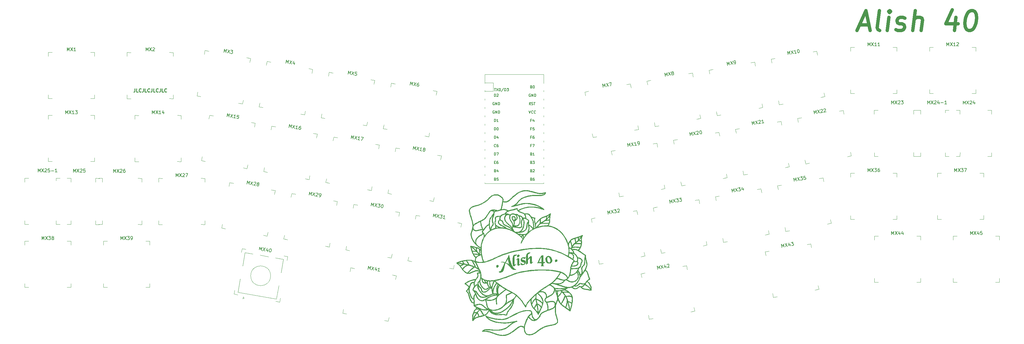
<source format=gto>
G04 #@! TF.GenerationSoftware,KiCad,Pcbnew,(6.0.7)*
G04 #@! TF.CreationDate,2022-12-13T23:16:33-05:00*
G04 #@! TF.ProjectId,alish40,616c6973-6834-4302-9e6b-696361645f70,rev?*
G04 #@! TF.SameCoordinates,Original*
G04 #@! TF.FileFunction,Legend,Top*
G04 #@! TF.FilePolarity,Positive*
%FSLAX46Y46*%
G04 Gerber Fmt 4.6, Leading zero omitted, Abs format (unit mm)*
G04 Created by KiCad (PCBNEW (6.0.7)) date 2022-12-13 23:16:33*
%MOMM*%
%LPD*%
G01*
G04 APERTURE LIST*
G04 Aperture macros list*
%AMHorizOval*
0 Thick line with rounded ends*
0 $1 width*
0 $2 $3 position (X,Y) of the first rounded end (center of the circle)*
0 $4 $5 position (X,Y) of the second rounded end (center of the circle)*
0 Add line between two ends*
20,1,$1,$2,$3,$4,$5,0*
0 Add two circle primitives to create the rounded ends*
1,1,$1,$2,$3*
1,1,$1,$4,$5*%
%AMRotRect*
0 Rectangle, with rotation*
0 The origin of the aperture is its center*
0 $1 length*
0 $2 width*
0 $3 Rotation angle, in degrees counterclockwise*
0 Add horizontal line*
21,1,$1,$2,0,0,$3*%
G04 Aperture macros list end*
%ADD10C,0.250000*%
%ADD11C,1.000000*%
%ADD12C,0.150000*%
%ADD13C,0.120000*%
%ADD14C,0.100000*%
%ADD15R,1.752600X1.752600*%
%ADD16C,1.752600*%
%ADD17C,4.000000*%
%ADD18C,1.700000*%
%ADD19C,2.200000*%
%ADD20R,3.250000X2.000000*%
%ADD21C,3.050000*%
%ADD22RotRect,3.200000X2.000000X80.000000*%
%ADD23RotRect,2.000000X2.000000X80.000000*%
%ADD24C,2.000000*%
%ADD25RotRect,1.600000X1.600000X260.000000*%
%ADD26HorizOval,1.600000X0.000000X0.000000X0.000000X0.000000X0*%
%ADD27R,1.600000X1.600000*%
%ADD28O,1.600000X1.600000*%
%ADD29RotRect,1.600000X1.600000X280.000000*%
%ADD30HorizOval,1.600000X0.000000X0.000000X0.000000X0.000000X0*%
%ADD31RotRect,1.700000X1.700000X190.000000*%
%ADD32HorizOval,1.700000X0.000000X0.000000X0.000000X0.000000X0*%
G04 APERTURE END LIST*
D10*
X104341952Y-93252380D02*
X104341952Y-93966666D01*
X104294333Y-94109523D01*
X104199095Y-94204761D01*
X104056238Y-94252380D01*
X103961000Y-94252380D01*
X105294333Y-94252380D02*
X104818142Y-94252380D01*
X104818142Y-93252380D01*
X106199095Y-94157142D02*
X106151476Y-94204761D01*
X106008619Y-94252380D01*
X105913380Y-94252380D01*
X105770523Y-94204761D01*
X105675285Y-94109523D01*
X105627666Y-94014285D01*
X105580047Y-93823809D01*
X105580047Y-93680952D01*
X105627666Y-93490476D01*
X105675285Y-93395238D01*
X105770523Y-93300000D01*
X105913380Y-93252380D01*
X106008619Y-93252380D01*
X106151476Y-93300000D01*
X106199095Y-93347619D01*
X106913380Y-93252380D02*
X106913380Y-93966666D01*
X106865761Y-94109523D01*
X106770523Y-94204761D01*
X106627666Y-94252380D01*
X106532428Y-94252380D01*
X107865761Y-94252380D02*
X107389571Y-94252380D01*
X107389571Y-93252380D01*
X108770523Y-94157142D02*
X108722904Y-94204761D01*
X108580047Y-94252380D01*
X108484809Y-94252380D01*
X108341952Y-94204761D01*
X108246714Y-94109523D01*
X108199095Y-94014285D01*
X108151476Y-93823809D01*
X108151476Y-93680952D01*
X108199095Y-93490476D01*
X108246714Y-93395238D01*
X108341952Y-93300000D01*
X108484809Y-93252380D01*
X108580047Y-93252380D01*
X108722904Y-93300000D01*
X108770523Y-93347619D01*
X109484809Y-93252380D02*
X109484809Y-93966666D01*
X109437190Y-94109523D01*
X109341952Y-94204761D01*
X109199095Y-94252380D01*
X109103857Y-94252380D01*
X110437190Y-94252380D02*
X109961000Y-94252380D01*
X109961000Y-93252380D01*
X111341952Y-94157142D02*
X111294333Y-94204761D01*
X111151476Y-94252380D01*
X111056238Y-94252380D01*
X110913380Y-94204761D01*
X110818142Y-94109523D01*
X110770523Y-94014285D01*
X110722904Y-93823809D01*
X110722904Y-93680952D01*
X110770523Y-93490476D01*
X110818142Y-93395238D01*
X110913380Y-93300000D01*
X111056238Y-93252380D01*
X111151476Y-93252380D01*
X111294333Y-93300000D01*
X111341952Y-93347619D01*
X112056238Y-93252380D02*
X112056238Y-93966666D01*
X112008619Y-94109523D01*
X111913380Y-94204761D01*
X111770523Y-94252380D01*
X111675285Y-94252380D01*
X113008619Y-94252380D02*
X112532428Y-94252380D01*
X112532428Y-93252380D01*
X113913380Y-94157142D02*
X113865761Y-94204761D01*
X113722904Y-94252380D01*
X113627666Y-94252380D01*
X113484809Y-94204761D01*
X113389571Y-94109523D01*
X113341952Y-94014285D01*
X113294333Y-93823809D01*
X113294333Y-93680952D01*
X113341952Y-93490476D01*
X113389571Y-93395238D01*
X113484809Y-93300000D01*
X113627666Y-93252380D01*
X113722904Y-93252380D01*
X113865761Y-93300000D01*
X113913380Y-93347619D01*
D11*
X323274821Y-73930000D02*
X326131964Y-73930000D01*
X322489107Y-75644285D02*
X325239107Y-69644285D01*
X326489107Y-75644285D01*
X329346250Y-75644285D02*
X328810535Y-75358571D01*
X328596250Y-74787142D01*
X329239107Y-69644285D01*
X331631964Y-75644285D02*
X332131964Y-71644285D01*
X332381964Y-69644285D02*
X332060535Y-69930000D01*
X332310535Y-70215714D01*
X332631964Y-69930000D01*
X332381964Y-69644285D01*
X332310535Y-70215714D01*
X334239107Y-75358571D02*
X334774821Y-75644285D01*
X335917678Y-75644285D01*
X336524821Y-75358571D01*
X336881964Y-74787142D01*
X336917678Y-74501428D01*
X336703392Y-73930000D01*
X336167678Y-73644285D01*
X335310535Y-73644285D01*
X334774821Y-73358571D01*
X334560535Y-72787142D01*
X334596250Y-72501428D01*
X334953392Y-71930000D01*
X335560535Y-71644285D01*
X336417678Y-71644285D01*
X336953392Y-71930000D01*
X339346250Y-75644285D02*
X340096250Y-69644285D01*
X341917678Y-75644285D02*
X342310535Y-72501428D01*
X342096250Y-71930000D01*
X341560535Y-71644285D01*
X340703392Y-71644285D01*
X340096250Y-71930000D01*
X339774821Y-72215714D01*
X352417678Y-71644285D02*
X351917678Y-75644285D01*
X351274821Y-69358571D02*
X349310535Y-73644285D01*
X353024821Y-73644285D01*
X356953392Y-69644285D02*
X357524821Y-69644285D01*
X358060535Y-69930000D01*
X358310535Y-70215714D01*
X358524821Y-70787142D01*
X358667678Y-71930000D01*
X358489107Y-73358571D01*
X358060535Y-74501428D01*
X357703392Y-75072857D01*
X357381964Y-75358571D01*
X356774821Y-75644285D01*
X356203392Y-75644285D01*
X355667678Y-75358571D01*
X355417678Y-75072857D01*
X355203392Y-74501428D01*
X355060535Y-73358571D01*
X355239107Y-71930000D01*
X355667678Y-70787142D01*
X356024821Y-70215714D01*
X356346250Y-69930000D01*
X356953392Y-69644285D01*
D12*
X303565657Y-121317859D02*
X303392009Y-120333052D01*
X303844313Y-120978603D01*
X304048547Y-120217286D01*
X304222196Y-121202094D01*
X304423712Y-120151134D02*
X305253899Y-121020177D01*
X305080251Y-120035369D02*
X304597361Y-121135942D01*
X305361624Y-119985755D02*
X305971267Y-119878259D01*
X305709150Y-120311306D01*
X305849837Y-120286499D01*
X305951897Y-120316857D01*
X306007061Y-120355484D01*
X306070495Y-120441006D01*
X306111840Y-120675484D01*
X306081482Y-120777544D01*
X306042855Y-120832709D01*
X305957333Y-120896142D01*
X305675959Y-120945756D01*
X305573899Y-120915398D01*
X305518735Y-120876772D01*
X306862284Y-119721148D02*
X306393328Y-119803838D01*
X306429122Y-120281063D01*
X306467748Y-120225899D01*
X306553271Y-120162465D01*
X306787749Y-120121120D01*
X306889809Y-120151478D01*
X306944974Y-120190105D01*
X307008407Y-120275627D01*
X307049752Y-120510105D01*
X307019394Y-120612165D01*
X306980768Y-120667330D01*
X306895245Y-120730763D01*
X306660767Y-120772108D01*
X306558707Y-120741750D01*
X306503542Y-120703124D01*
X284805068Y-124625857D02*
X284631420Y-123641050D01*
X285083724Y-124286601D01*
X285287958Y-123525284D01*
X285461607Y-124510092D01*
X285663123Y-123459132D02*
X286493310Y-124328175D01*
X286319662Y-123343367D02*
X285836772Y-124443940D01*
X286601035Y-123293753D02*
X287210678Y-123186257D01*
X286948561Y-123619304D01*
X287089248Y-123594497D01*
X287191308Y-123624855D01*
X287246472Y-123663482D01*
X287309906Y-123749004D01*
X287351251Y-123983482D01*
X287320893Y-124085542D01*
X287282266Y-124140707D01*
X287196744Y-124204140D01*
X286915370Y-124253754D01*
X286813310Y-124223396D01*
X286758146Y-124184770D01*
X288112682Y-123365685D02*
X288228447Y-124022223D01*
X287812052Y-123031865D02*
X287701609Y-123776644D01*
X288311252Y-123669147D01*
X76243326Y-138994976D02*
X76243326Y-137994976D01*
X76576659Y-138709262D01*
X76909992Y-137994976D01*
X76909992Y-138994976D01*
X77290945Y-137994976D02*
X77957611Y-138994976D01*
X77957611Y-137994976D02*
X77290945Y-138994976D01*
X78243326Y-137994976D02*
X78862373Y-137994976D01*
X78529040Y-138375929D01*
X78671897Y-138375929D01*
X78767135Y-138423548D01*
X78814754Y-138471167D01*
X78862373Y-138566405D01*
X78862373Y-138804500D01*
X78814754Y-138899738D01*
X78767135Y-138947357D01*
X78671897Y-138994976D01*
X78386183Y-138994976D01*
X78290945Y-138947357D01*
X78243326Y-138899738D01*
X79433802Y-138423548D02*
X79338564Y-138375929D01*
X79290945Y-138328310D01*
X79243326Y-138233072D01*
X79243326Y-138185453D01*
X79290945Y-138090215D01*
X79338564Y-138042596D01*
X79433802Y-137994976D01*
X79624278Y-137994976D01*
X79719516Y-138042596D01*
X79767135Y-138090215D01*
X79814754Y-138185453D01*
X79814754Y-138233072D01*
X79767135Y-138328310D01*
X79719516Y-138375929D01*
X79624278Y-138423548D01*
X79433802Y-138423548D01*
X79338564Y-138471167D01*
X79290945Y-138518786D01*
X79243326Y-138614024D01*
X79243326Y-138804500D01*
X79290945Y-138899738D01*
X79338564Y-138947357D01*
X79433802Y-138994976D01*
X79624278Y-138994976D01*
X79719516Y-138947357D01*
X79767135Y-138899738D01*
X79814754Y-138804500D01*
X79814754Y-138614024D01*
X79767135Y-138518786D01*
X79719516Y-138471167D01*
X79624278Y-138423548D01*
X109580826Y-100894977D02*
X109580826Y-99894977D01*
X109914159Y-100609263D01*
X110247492Y-99894977D01*
X110247492Y-100894977D01*
X110628445Y-99894977D02*
X111295111Y-100894977D01*
X111295111Y-99894977D02*
X110628445Y-100894977D01*
X112199873Y-100894977D02*
X111628445Y-100894977D01*
X111914159Y-100894977D02*
X111914159Y-99894977D01*
X111818921Y-100037835D01*
X111723683Y-100133073D01*
X111628445Y-100180692D01*
X113057016Y-100228311D02*
X113057016Y-100894977D01*
X112818921Y-99847358D02*
X112580826Y-100561644D01*
X113199873Y-100561644D01*
X188405762Y-111652765D02*
X188579410Y-110667957D01*
X188783645Y-111429274D01*
X189235949Y-110783723D01*
X189062300Y-111768531D01*
X189611113Y-110849875D02*
X190094004Y-111950448D01*
X190267652Y-110965640D02*
X189437465Y-111834682D01*
X190985020Y-112107558D02*
X190422273Y-112008331D01*
X190703647Y-112057944D02*
X190877295Y-111073137D01*
X190758697Y-111197285D01*
X190648368Y-111274539D01*
X190546307Y-111304896D01*
X191646995Y-111644038D02*
X191561473Y-111580605D01*
X191522846Y-111525440D01*
X191492489Y-111423380D01*
X191500757Y-111376484D01*
X191564191Y-111290962D01*
X191619356Y-111252336D01*
X191721416Y-111221978D01*
X191908998Y-111255054D01*
X191994520Y-111318487D01*
X192033147Y-111373652D01*
X192063505Y-111475712D01*
X192055236Y-111522608D01*
X191991802Y-111608130D01*
X191936638Y-111646756D01*
X191834578Y-111677114D01*
X191646995Y-111644038D01*
X191544935Y-111674396D01*
X191489770Y-111713023D01*
X191426337Y-111798545D01*
X191393261Y-111986127D01*
X191423619Y-112088187D01*
X191462245Y-112143352D01*
X191547768Y-112206786D01*
X191735350Y-112239861D01*
X191837410Y-112209504D01*
X191892575Y-112170877D01*
X191956008Y-112085355D01*
X191989084Y-111897772D01*
X191958726Y-111795712D01*
X191920100Y-111740548D01*
X191834578Y-111677114D01*
X100055826Y-138994975D02*
X100055826Y-137994975D01*
X100389159Y-138709261D01*
X100722492Y-137994975D01*
X100722492Y-138994975D01*
X101103445Y-137994975D02*
X101770111Y-138994975D01*
X101770111Y-137994975D02*
X101103445Y-138994975D01*
X102055826Y-137994975D02*
X102674873Y-137994975D01*
X102341540Y-138375928D01*
X102484397Y-138375928D01*
X102579635Y-138423547D01*
X102627254Y-138471166D01*
X102674873Y-138566404D01*
X102674873Y-138804499D01*
X102627254Y-138899737D01*
X102579635Y-138947356D01*
X102484397Y-138994975D01*
X102198683Y-138994975D01*
X102103445Y-138947356D01*
X102055826Y-138899737D01*
X103151064Y-138994975D02*
X103341540Y-138994975D01*
X103436778Y-138947356D01*
X103484397Y-138899737D01*
X103579635Y-138756880D01*
X103627254Y-138566404D01*
X103627254Y-138185452D01*
X103579635Y-138090214D01*
X103532016Y-138042595D01*
X103436778Y-137994975D01*
X103246302Y-137994975D01*
X103151064Y-138042595D01*
X103103445Y-138090214D01*
X103055826Y-138185452D01*
X103055826Y-138423547D01*
X103103445Y-138518785D01*
X103151064Y-138566404D01*
X103246302Y-138614023D01*
X103436778Y-138614023D01*
X103532016Y-138566404D01*
X103579635Y-138518785D01*
X103627254Y-138423547D01*
X247283894Y-131241854D02*
X247110246Y-130257047D01*
X247562550Y-130902598D01*
X247766784Y-130141281D01*
X247940433Y-131126089D01*
X248141949Y-130075129D02*
X248972136Y-130944172D01*
X248798488Y-129959364D02*
X248315598Y-131059937D01*
X249079861Y-129909750D02*
X249689504Y-129802254D01*
X249427387Y-130235301D01*
X249568074Y-130210494D01*
X249670134Y-130240852D01*
X249725298Y-130279479D01*
X249788732Y-130365001D01*
X249830077Y-130599479D01*
X249799719Y-130701539D01*
X249761092Y-130756704D01*
X249675570Y-130820137D01*
X249394196Y-130869751D01*
X249292136Y-130839393D01*
X249236972Y-130800767D01*
X250081207Y-129829893D02*
X250119834Y-129774729D01*
X250205356Y-129711295D01*
X250439834Y-129669950D01*
X250541894Y-129700308D01*
X250597059Y-129738935D01*
X250660492Y-129824457D01*
X250677030Y-129918248D01*
X250654942Y-130067204D01*
X250191422Y-130729179D01*
X250801065Y-130621682D01*
X132123998Y-101728773D02*
X132297646Y-100743965D01*
X132501881Y-101505282D01*
X132954185Y-100859731D01*
X132780536Y-101844539D01*
X133329349Y-100925883D02*
X133812240Y-102026456D01*
X133985888Y-101041648D02*
X133155701Y-101910690D01*
X134703256Y-102183566D02*
X134140509Y-102084339D01*
X134421883Y-102133952D02*
X134595531Y-101149145D01*
X134476933Y-101273293D01*
X134366604Y-101350547D01*
X134264543Y-101380904D01*
X135767921Y-101355869D02*
X135298965Y-101273179D01*
X135169380Y-101733866D01*
X135224544Y-101695239D01*
X135326604Y-101664882D01*
X135561083Y-101706227D01*
X135646605Y-101769660D01*
X135685231Y-101824825D01*
X135715589Y-101926885D01*
X135674244Y-102161363D01*
X135610811Y-102246885D01*
X135555646Y-102285512D01*
X135453586Y-102315869D01*
X135219108Y-102274525D01*
X135133586Y-102211091D01*
X135094959Y-102155927D01*
X325804345Y-118408378D02*
X325804345Y-117408378D01*
X326137678Y-118122664D01*
X326471011Y-117408378D01*
X326471011Y-118408378D01*
X326851964Y-117408378D02*
X327518630Y-118408378D01*
X327518630Y-117408378D02*
X326851964Y-118408378D01*
X327804345Y-117408378D02*
X328423392Y-117408378D01*
X328090059Y-117789331D01*
X328232916Y-117789331D01*
X328328154Y-117836950D01*
X328375773Y-117884569D01*
X328423392Y-117979807D01*
X328423392Y-118217902D01*
X328375773Y-118313140D01*
X328328154Y-118360759D01*
X328232916Y-118408378D01*
X327947202Y-118408378D01*
X327851964Y-118360759D01*
X327804345Y-118313140D01*
X329280535Y-117408378D02*
X329090059Y-117408378D01*
X328994821Y-117455998D01*
X328947202Y-117503617D01*
X328851964Y-117646474D01*
X328804345Y-117836950D01*
X328804345Y-118217902D01*
X328851964Y-118313140D01*
X328899583Y-118360759D01*
X328994821Y-118408378D01*
X329185297Y-118408378D01*
X329280535Y-118360759D01*
X329328154Y-118313140D01*
X329375773Y-118217902D01*
X329375773Y-117979807D01*
X329328154Y-117884569D01*
X329280535Y-117836950D01*
X329185297Y-117789331D01*
X328994821Y-117789331D01*
X328899583Y-117836950D01*
X328851964Y-117884569D01*
X328804345Y-117979807D01*
X138196460Y-122143390D02*
X138370108Y-121158582D01*
X138574343Y-121919899D01*
X139026647Y-121274348D01*
X138852998Y-122259156D01*
X139401811Y-121340500D02*
X139884702Y-122441073D01*
X140058350Y-121456265D02*
X139228163Y-122325307D01*
X140370081Y-121607939D02*
X140425246Y-121569312D01*
X140527306Y-121538955D01*
X140761784Y-121580299D01*
X140847306Y-121643733D01*
X140885933Y-121698898D01*
X140916291Y-121800958D01*
X140899753Y-121894749D01*
X140828050Y-122027167D01*
X140166075Y-122490687D01*
X140775718Y-122598183D01*
X141437693Y-122134663D02*
X141352171Y-122071230D01*
X141313544Y-122016065D01*
X141283187Y-121914005D01*
X141291455Y-121867109D01*
X141354889Y-121781587D01*
X141410054Y-121742961D01*
X141512114Y-121712603D01*
X141699696Y-121745679D01*
X141785218Y-121809112D01*
X141823845Y-121864277D01*
X141854203Y-121966337D01*
X141845934Y-122013233D01*
X141782500Y-122098755D01*
X141727336Y-122137381D01*
X141625276Y-122167739D01*
X141437693Y-122134663D01*
X141335633Y-122165021D01*
X141280468Y-122203648D01*
X141217035Y-122289170D01*
X141183959Y-122476752D01*
X141214317Y-122578812D01*
X141252943Y-122633977D01*
X141338466Y-122697411D01*
X141526048Y-122730486D01*
X141628108Y-122700129D01*
X141683273Y-122661502D01*
X141746706Y-122575980D01*
X141779782Y-122388397D01*
X141749424Y-122286337D01*
X141710798Y-122231173D01*
X141625276Y-122167739D01*
X150884589Y-105036771D02*
X151058237Y-104051963D01*
X151262472Y-104813280D01*
X151714776Y-104167729D01*
X151541127Y-105152537D01*
X152089940Y-104233881D02*
X152572831Y-105334454D01*
X152746479Y-104349646D02*
X151916292Y-105218688D01*
X153463847Y-105491564D02*
X152901100Y-105392337D01*
X153182474Y-105441950D02*
X153356122Y-104457143D01*
X153237524Y-104581291D01*
X153127195Y-104658545D01*
X153025134Y-104688902D01*
X154481616Y-104655598D02*
X154294034Y-104622522D01*
X154191974Y-104652879D01*
X154136809Y-104691506D01*
X154018211Y-104815655D01*
X153938240Y-104994968D01*
X153872088Y-105370133D01*
X153902446Y-105472193D01*
X153941072Y-105527358D01*
X154026595Y-105590792D01*
X154214177Y-105623867D01*
X154316237Y-105593510D01*
X154371402Y-105554883D01*
X154434835Y-105469361D01*
X154476180Y-105234883D01*
X154445822Y-105132823D01*
X154407196Y-105077658D01*
X154321674Y-105014225D01*
X154134091Y-104981149D01*
X154032031Y-105011506D01*
X153976866Y-105050133D01*
X153913433Y-105135655D01*
X356760596Y-137458379D02*
X356760596Y-136458379D01*
X357093929Y-137172665D01*
X357427262Y-136458379D01*
X357427262Y-137458379D01*
X357808215Y-136458379D02*
X358474881Y-137458379D01*
X358474881Y-136458379D02*
X357808215Y-137458379D01*
X359284405Y-136791713D02*
X359284405Y-137458379D01*
X359046310Y-136410760D02*
X358808215Y-137125046D01*
X359427262Y-137125046D01*
X360284405Y-136458379D02*
X359808215Y-136458379D01*
X359760596Y-136934570D01*
X359808215Y-136886951D01*
X359903453Y-136839332D01*
X360141548Y-136839332D01*
X360236786Y-136886951D01*
X360284405Y-136934570D01*
X360332024Y-137029808D01*
X360332024Y-137267903D01*
X360284405Y-137363141D01*
X360236786Y-137410760D01*
X360141548Y-137458379D01*
X359903453Y-137458379D01*
X359808215Y-137410760D01*
X359760596Y-137363141D01*
X149971395Y-85531876D02*
X150145043Y-84547068D01*
X150349278Y-85308385D01*
X150801582Y-84662834D01*
X150627933Y-85647641D01*
X151176747Y-84728985D02*
X151659637Y-85829558D01*
X151833285Y-84844751D02*
X151003098Y-85713793D01*
X152572628Y-85313592D02*
X152456862Y-85970131D01*
X152404301Y-84897083D02*
X152045789Y-85559172D01*
X152655432Y-85666668D01*
X107675285Y-81844977D02*
X107675285Y-80844977D01*
X108008619Y-81559263D01*
X108341952Y-80844977D01*
X108341952Y-81844977D01*
X108722904Y-80844977D02*
X109389571Y-81844977D01*
X109389571Y-80844977D02*
X108722904Y-81844977D01*
X109722904Y-80940216D02*
X109770523Y-80892597D01*
X109865761Y-80844977D01*
X110103857Y-80844977D01*
X110199095Y-80892597D01*
X110246714Y-80940216D01*
X110294333Y-81035454D01*
X110294333Y-81130692D01*
X110246714Y-81273549D01*
X109675285Y-81844977D01*
X110294333Y-81844977D01*
X253356190Y-110827265D02*
X253182542Y-109842458D01*
X253634846Y-110488009D01*
X253839080Y-109726692D01*
X254012729Y-110711500D01*
X254214245Y-109660540D02*
X255044432Y-110529583D01*
X254870784Y-109544775D02*
X254387894Y-110645348D01*
X255935449Y-110372472D02*
X255372701Y-110471700D01*
X255654075Y-110422086D02*
X255480427Y-109437278D01*
X255411442Y-109594503D01*
X255334189Y-109704832D01*
X255248667Y-109768266D01*
X256404405Y-110289783D02*
X256591987Y-110256707D01*
X256677509Y-110193273D01*
X256716136Y-110138109D01*
X256785120Y-109980884D01*
X256798940Y-109785033D01*
X256732788Y-109409868D01*
X256669355Y-109324346D01*
X256614190Y-109285719D01*
X256512130Y-109255361D01*
X256324548Y-109288437D01*
X256239025Y-109351871D01*
X256200399Y-109407035D01*
X256170041Y-109509095D01*
X256211386Y-109743573D01*
X256274819Y-109829096D01*
X256329984Y-109867722D01*
X256432044Y-109898080D01*
X256619627Y-109865004D01*
X256705149Y-109801571D01*
X256743775Y-109746406D01*
X256774133Y-109644346D01*
X301639808Y-82969684D02*
X301466160Y-81984877D01*
X301918464Y-82630428D01*
X302122698Y-81869111D01*
X302296347Y-82853919D01*
X302497863Y-81802959D02*
X303328050Y-82672002D01*
X303154402Y-81687194D02*
X302671512Y-82787767D01*
X304219067Y-82514891D02*
X303656319Y-82614119D01*
X303937693Y-82564505D02*
X303764045Y-81579697D01*
X303695060Y-81736922D01*
X303617807Y-81847251D01*
X303532285Y-81910685D01*
X304655061Y-81422587D02*
X304748852Y-81406049D01*
X304850913Y-81436407D01*
X304906077Y-81475034D01*
X304969511Y-81560556D01*
X305049482Y-81739869D01*
X305090827Y-81974347D01*
X305077007Y-82170199D01*
X305046650Y-82272259D01*
X305008023Y-82327424D01*
X304922501Y-82390857D01*
X304828709Y-82407395D01*
X304726649Y-82377037D01*
X304671485Y-82338411D01*
X304608051Y-82252888D01*
X304528080Y-82073575D01*
X304486735Y-81839097D01*
X304500555Y-81643246D01*
X304530912Y-81541185D01*
X304569539Y-81486021D01*
X304655061Y-81422587D01*
X332913095Y-97877380D02*
X332913095Y-96877380D01*
X333246428Y-97591666D01*
X333579761Y-96877380D01*
X333579761Y-97877380D01*
X333960714Y-96877380D02*
X334627380Y-97877380D01*
X334627380Y-96877380D02*
X333960714Y-97877380D01*
X334960714Y-96972619D02*
X335008333Y-96925000D01*
X335103571Y-96877380D01*
X335341666Y-96877380D01*
X335436904Y-96925000D01*
X335484523Y-96972619D01*
X335532142Y-97067857D01*
X335532142Y-97163095D01*
X335484523Y-97305952D01*
X334913095Y-97877380D01*
X335532142Y-97877380D01*
X335865476Y-96877380D02*
X336484523Y-96877380D01*
X336151190Y-97258333D01*
X336294047Y-97258333D01*
X336389285Y-97305952D01*
X336436904Y-97353571D01*
X336484523Y-97448809D01*
X336484523Y-97686904D01*
X336436904Y-97782142D01*
X336389285Y-97829761D01*
X336294047Y-97877380D01*
X336008333Y-97877380D01*
X335913095Y-97829761D01*
X335865476Y-97782142D01*
X332948094Y-137458380D02*
X332948094Y-136458380D01*
X333281427Y-137172666D01*
X333614760Y-136458380D01*
X333614760Y-137458380D01*
X333995713Y-136458380D02*
X334662379Y-137458380D01*
X334662379Y-136458380D02*
X333995713Y-137458380D01*
X335471903Y-136791714D02*
X335471903Y-137458380D01*
X335233808Y-136410761D02*
X334995713Y-137125047D01*
X335614760Y-137125047D01*
X336424284Y-136791714D02*
X336424284Y-137458380D01*
X336186189Y-136410761D02*
X335948094Y-137125047D01*
X336567141Y-137125047D01*
X245827000Y-92810989D02*
X245653352Y-91826181D01*
X246105656Y-92471732D01*
X246309891Y-91710416D01*
X246483539Y-92695223D01*
X246685055Y-91644264D02*
X247515242Y-92513306D01*
X247341594Y-91528498D02*
X246858704Y-92629072D01*
X247622968Y-91478885D02*
X248279506Y-91363119D01*
X248031094Y-92422348D01*
X194478227Y-132067383D02*
X194651875Y-131082575D01*
X194856110Y-131843892D01*
X195308414Y-131198341D01*
X195134765Y-132183149D01*
X195683578Y-131264493D02*
X196166469Y-132365066D01*
X196340117Y-131380258D02*
X195509930Y-132249300D01*
X196621491Y-131429872D02*
X197231133Y-131537368D01*
X196836713Y-131854650D01*
X196977399Y-131879457D01*
X197062922Y-131942891D01*
X197101548Y-131998055D01*
X197131906Y-132100116D01*
X197090561Y-132334594D01*
X197027128Y-132420116D01*
X196971963Y-132458743D01*
X196869903Y-132489100D01*
X196588529Y-132439486D01*
X196503007Y-132376053D01*
X196464380Y-132320888D01*
X197995397Y-132687555D02*
X197432650Y-132588328D01*
X197714024Y-132637942D02*
X197887672Y-131653134D01*
X197769074Y-131777283D01*
X197658745Y-131854536D01*
X197556685Y-131884894D01*
X272116777Y-107519268D02*
X271943129Y-106534461D01*
X272395433Y-107180012D01*
X272599667Y-106418695D01*
X272773316Y-107403503D01*
X272974832Y-106352543D02*
X273805019Y-107221586D01*
X273631371Y-106236778D02*
X273148481Y-107337351D01*
X273976178Y-106272686D02*
X274014805Y-106217522D01*
X274100327Y-106154088D01*
X274334805Y-106112744D01*
X274436865Y-106143101D01*
X274492030Y-106181728D01*
X274555463Y-106267250D01*
X274572001Y-106361041D01*
X274549912Y-106509997D01*
X274086393Y-107171972D01*
X274696036Y-107064475D01*
X275132030Y-105972171D02*
X275225821Y-105955633D01*
X275327882Y-105985991D01*
X275383046Y-106024618D01*
X275446480Y-106110140D01*
X275526451Y-106289453D01*
X275567796Y-106523931D01*
X275553976Y-106719783D01*
X275523619Y-106821843D01*
X275484992Y-106877008D01*
X275399470Y-106940441D01*
X275305678Y-106956979D01*
X275203618Y-106926621D01*
X275148454Y-106887995D01*
X275085020Y-106802472D01*
X275005049Y-106623159D01*
X274963704Y-106388681D01*
X274977524Y-106192830D01*
X275007881Y-106090769D01*
X275046508Y-106035605D01*
X275132030Y-105972171D01*
X212918523Y-113452591D02*
X212918523Y-112652591D01*
X213109000Y-112652591D01*
X213223285Y-112690687D01*
X213299476Y-112766877D01*
X213337571Y-112843067D01*
X213375666Y-112995448D01*
X213375666Y-113109734D01*
X213337571Y-113262115D01*
X213299476Y-113338306D01*
X213223285Y-113414496D01*
X213109000Y-113452591D01*
X212918523Y-113452591D01*
X213642333Y-112652591D02*
X214175666Y-112652591D01*
X213832809Y-113452591D01*
X224164333Y-105413544D02*
X223897666Y-105413544D01*
X223897666Y-105832591D02*
X223897666Y-105032591D01*
X224278619Y-105032591D01*
X224964333Y-105032591D02*
X224583380Y-105032591D01*
X224545285Y-105413544D01*
X224583380Y-105375448D01*
X224659571Y-105337353D01*
X224850047Y-105337353D01*
X224926238Y-105375448D01*
X224964333Y-105413544D01*
X225002428Y-105489734D01*
X225002428Y-105680210D01*
X224964333Y-105756401D01*
X224926238Y-105794496D01*
X224850047Y-105832591D01*
X224659571Y-105832591D01*
X224583380Y-105794496D01*
X224545285Y-105756401D01*
X223364333Y-99952591D02*
X223631000Y-100752591D01*
X223897666Y-99952591D01*
X224621476Y-100676401D02*
X224583380Y-100714496D01*
X224469095Y-100752591D01*
X224392904Y-100752591D01*
X224278619Y-100714496D01*
X224202428Y-100638306D01*
X224164333Y-100562115D01*
X224126238Y-100409734D01*
X224126238Y-100295448D01*
X224164333Y-100143067D01*
X224202428Y-100066877D01*
X224278619Y-99990687D01*
X224392904Y-99952591D01*
X224469095Y-99952591D01*
X224583380Y-99990687D01*
X224621476Y-100028782D01*
X225421476Y-100676401D02*
X225383380Y-100714496D01*
X225269095Y-100752591D01*
X225192904Y-100752591D01*
X225078619Y-100714496D01*
X225002428Y-100638306D01*
X224964333Y-100562115D01*
X224926238Y-100409734D01*
X224926238Y-100295448D01*
X224964333Y-100143067D01*
X225002428Y-100066877D01*
X225078619Y-99990687D01*
X225192904Y-99952591D01*
X225269095Y-99952591D01*
X225383380Y-99990687D01*
X225421476Y-100028782D01*
X212918523Y-95672591D02*
X212918523Y-94872591D01*
X213109000Y-94872591D01*
X213223285Y-94910687D01*
X213299476Y-94986877D01*
X213337571Y-95063067D01*
X213375666Y-95215448D01*
X213375666Y-95329734D01*
X213337571Y-95482115D01*
X213299476Y-95558306D01*
X213223285Y-95634496D01*
X213109000Y-95672591D01*
X212918523Y-95672591D01*
X213680428Y-94948782D02*
X213718523Y-94910687D01*
X213794714Y-94872591D01*
X213985190Y-94872591D01*
X214061380Y-94910687D01*
X214099476Y-94948782D01*
X214137571Y-95024972D01*
X214137571Y-95101163D01*
X214099476Y-95215448D01*
X213642333Y-95672591D01*
X214137571Y-95672591D01*
X224107190Y-120653544D02*
X224221476Y-120691639D01*
X224259571Y-120729734D01*
X224297666Y-120805925D01*
X224297666Y-120920210D01*
X224259571Y-120996401D01*
X224221476Y-121034496D01*
X224145285Y-121072591D01*
X223840523Y-121072591D01*
X223840523Y-120272591D01*
X224107190Y-120272591D01*
X224183380Y-120310687D01*
X224221476Y-120348782D01*
X224259571Y-120424972D01*
X224259571Y-120501163D01*
X224221476Y-120577353D01*
X224183380Y-120615448D01*
X224107190Y-120653544D01*
X223840523Y-120653544D01*
X224983380Y-120272591D02*
X224831000Y-120272591D01*
X224754809Y-120310687D01*
X224716714Y-120348782D01*
X224640523Y-120463067D01*
X224602428Y-120615448D01*
X224602428Y-120920210D01*
X224640523Y-120996401D01*
X224678619Y-121034496D01*
X224754809Y-121072591D01*
X224907190Y-121072591D01*
X224983380Y-121034496D01*
X225021476Y-120996401D01*
X225059571Y-120920210D01*
X225059571Y-120729734D01*
X225021476Y-120653544D01*
X224983380Y-120615448D01*
X224907190Y-120577353D01*
X224754809Y-120577353D01*
X224678619Y-120615448D01*
X224640523Y-120653544D01*
X224602428Y-120729734D01*
X224169786Y-98144496D02*
X224284072Y-98182591D01*
X224474548Y-98182591D01*
X224550739Y-98144496D01*
X224588834Y-98106401D01*
X224626929Y-98030210D01*
X224626929Y-97954020D01*
X224588834Y-97877829D01*
X224550739Y-97839734D01*
X224474548Y-97801639D01*
X224322167Y-97763544D01*
X224245977Y-97725448D01*
X224207881Y-97687353D01*
X224169786Y-97611163D01*
X224169786Y-97534972D01*
X224207881Y-97458782D01*
X224245977Y-97420687D01*
X224322167Y-97382591D01*
X224512643Y-97382591D01*
X224626929Y-97420687D01*
X224855500Y-97382591D02*
X225312643Y-97382591D01*
X225084072Y-98182591D02*
X225084072Y-97382591D01*
X212909523Y-93161904D02*
X213366666Y-93161904D01*
X213138095Y-93961904D02*
X213138095Y-93161904D01*
X213557142Y-93161904D02*
X214090476Y-93961904D01*
X214090476Y-93161904D02*
X213557142Y-93961904D01*
X214547619Y-93161904D02*
X214623809Y-93161904D01*
X214700000Y-93200000D01*
X214738095Y-93238095D01*
X214776190Y-93314285D01*
X214814285Y-93466666D01*
X214814285Y-93657142D01*
X214776190Y-93809523D01*
X214738095Y-93885714D01*
X214700000Y-93923809D01*
X214623809Y-93961904D01*
X214547619Y-93961904D01*
X214471428Y-93923809D01*
X214433333Y-93885714D01*
X214395238Y-93809523D01*
X214357142Y-93657142D01*
X214357142Y-93466666D01*
X214395238Y-93314285D01*
X214433333Y-93238095D01*
X214471428Y-93200000D01*
X214547619Y-93161904D01*
X215728571Y-93123809D02*
X215042857Y-94152380D01*
X215995238Y-93961904D02*
X215995238Y-93161904D01*
X216185714Y-93161904D01*
X216300000Y-93200000D01*
X216376190Y-93276190D01*
X216414285Y-93352380D01*
X216452380Y-93504761D01*
X216452380Y-93619047D01*
X216414285Y-93771428D01*
X216376190Y-93847619D01*
X216300000Y-93923809D01*
X216185714Y-93961904D01*
X215995238Y-93961904D01*
X216719047Y-93161904D02*
X217214285Y-93161904D01*
X216947619Y-93466666D01*
X217061904Y-93466666D01*
X217138095Y-93504761D01*
X217176190Y-93542857D01*
X217214285Y-93619047D01*
X217214285Y-93809523D01*
X217176190Y-93885714D01*
X217138095Y-93923809D01*
X217061904Y-93961904D01*
X216833333Y-93961904D01*
X216757142Y-93923809D01*
X216719047Y-93885714D01*
X224107190Y-115573544D02*
X224221476Y-115611639D01*
X224259571Y-115649734D01*
X224297666Y-115725925D01*
X224297666Y-115840210D01*
X224259571Y-115916401D01*
X224221476Y-115954496D01*
X224145285Y-115992591D01*
X223840523Y-115992591D01*
X223840523Y-115192591D01*
X224107190Y-115192591D01*
X224183380Y-115230687D01*
X224221476Y-115268782D01*
X224259571Y-115344972D01*
X224259571Y-115421163D01*
X224221476Y-115497353D01*
X224183380Y-115535448D01*
X224107190Y-115573544D01*
X223840523Y-115573544D01*
X224564333Y-115192591D02*
X225059571Y-115192591D01*
X224792904Y-115497353D01*
X224907190Y-115497353D01*
X224983380Y-115535448D01*
X225021476Y-115573544D01*
X225059571Y-115649734D01*
X225059571Y-115840210D01*
X225021476Y-115916401D01*
X224983380Y-115954496D01*
X224907190Y-115992591D01*
X224678619Y-115992591D01*
X224602428Y-115954496D01*
X224564333Y-115916401D01*
X224107190Y-92713544D02*
X224221476Y-92751639D01*
X224259571Y-92789734D01*
X224297666Y-92865925D01*
X224297666Y-92980210D01*
X224259571Y-93056401D01*
X224221476Y-93094496D01*
X224145285Y-93132591D01*
X223840523Y-93132591D01*
X223840523Y-92332591D01*
X224107190Y-92332591D01*
X224183380Y-92370687D01*
X224221476Y-92408782D01*
X224259571Y-92484972D01*
X224259571Y-92561163D01*
X224221476Y-92637353D01*
X224183380Y-92675448D01*
X224107190Y-92713544D01*
X223840523Y-92713544D01*
X224792904Y-92332591D02*
X224869095Y-92332591D01*
X224945285Y-92370687D01*
X224983380Y-92408782D01*
X225021476Y-92484972D01*
X225059571Y-92637353D01*
X225059571Y-92827829D01*
X225021476Y-92980210D01*
X224983380Y-93056401D01*
X224945285Y-93094496D01*
X224869095Y-93132591D01*
X224792904Y-93132591D01*
X224716714Y-93094496D01*
X224678619Y-93056401D01*
X224640523Y-92980210D01*
X224602428Y-92827829D01*
X224602428Y-92637353D01*
X224640523Y-92484972D01*
X224678619Y-92408782D01*
X224716714Y-92370687D01*
X224792904Y-92332591D01*
X223821476Y-94910687D02*
X223745285Y-94872591D01*
X223631000Y-94872591D01*
X223516714Y-94910687D01*
X223440523Y-94986877D01*
X223402428Y-95063067D01*
X223364333Y-95215448D01*
X223364333Y-95329734D01*
X223402428Y-95482115D01*
X223440523Y-95558306D01*
X223516714Y-95634496D01*
X223631000Y-95672591D01*
X223707190Y-95672591D01*
X223821476Y-95634496D01*
X223859571Y-95596401D01*
X223859571Y-95329734D01*
X223707190Y-95329734D01*
X224202428Y-95672591D02*
X224202428Y-94872591D01*
X224659571Y-95672591D01*
X224659571Y-94872591D01*
X225040523Y-95672591D02*
X225040523Y-94872591D01*
X225231000Y-94872591D01*
X225345285Y-94910687D01*
X225421476Y-94986877D01*
X225459571Y-95063067D01*
X225497666Y-95215448D01*
X225497666Y-95329734D01*
X225459571Y-95482115D01*
X225421476Y-95558306D01*
X225345285Y-95634496D01*
X225231000Y-95672591D01*
X225040523Y-95672591D01*
X213185190Y-120653544D02*
X213299476Y-120691639D01*
X213337571Y-120729734D01*
X213375666Y-120805925D01*
X213375666Y-120920210D01*
X213337571Y-120996401D01*
X213299476Y-121034496D01*
X213223285Y-121072591D01*
X212918523Y-121072591D01*
X212918523Y-120272591D01*
X213185190Y-120272591D01*
X213261380Y-120310687D01*
X213299476Y-120348782D01*
X213337571Y-120424972D01*
X213337571Y-120501163D01*
X213299476Y-120577353D01*
X213261380Y-120615448D01*
X213185190Y-120653544D01*
X212918523Y-120653544D01*
X214099476Y-120272591D02*
X213718523Y-120272591D01*
X213680428Y-120653544D01*
X213718523Y-120615448D01*
X213794714Y-120577353D01*
X213985190Y-120577353D01*
X214061380Y-120615448D01*
X214099476Y-120653544D01*
X214137571Y-120729734D01*
X214137571Y-120920210D01*
X214099476Y-120996401D01*
X214061380Y-121034496D01*
X213985190Y-121072591D01*
X213794714Y-121072591D01*
X213718523Y-121034496D01*
X213680428Y-120996401D01*
X212899476Y-97450687D02*
X212823285Y-97412591D01*
X212709000Y-97412591D01*
X212594714Y-97450687D01*
X212518523Y-97526877D01*
X212480428Y-97603067D01*
X212442333Y-97755448D01*
X212442333Y-97869734D01*
X212480428Y-98022115D01*
X212518523Y-98098306D01*
X212594714Y-98174496D01*
X212709000Y-98212591D01*
X212785190Y-98212591D01*
X212899476Y-98174496D01*
X212937571Y-98136401D01*
X212937571Y-97869734D01*
X212785190Y-97869734D01*
X213280428Y-98212591D02*
X213280428Y-97412591D01*
X213737571Y-98212591D01*
X213737571Y-97412591D01*
X214118523Y-98212591D02*
X214118523Y-97412591D01*
X214309000Y-97412591D01*
X214423285Y-97450687D01*
X214499476Y-97526877D01*
X214537571Y-97603067D01*
X214575666Y-97755448D01*
X214575666Y-97869734D01*
X214537571Y-98022115D01*
X214499476Y-98098306D01*
X214423285Y-98174496D01*
X214309000Y-98212591D01*
X214118523Y-98212591D01*
X213375666Y-110836401D02*
X213337571Y-110874496D01*
X213223285Y-110912591D01*
X213147095Y-110912591D01*
X213032809Y-110874496D01*
X212956619Y-110798306D01*
X212918523Y-110722115D01*
X212880428Y-110569734D01*
X212880428Y-110455448D01*
X212918523Y-110303067D01*
X212956619Y-110226877D01*
X213032809Y-110150687D01*
X213147095Y-110112591D01*
X213223285Y-110112591D01*
X213337571Y-110150687D01*
X213375666Y-110188782D01*
X214061380Y-110112591D02*
X213909000Y-110112591D01*
X213832809Y-110150687D01*
X213794714Y-110188782D01*
X213718523Y-110303067D01*
X213680428Y-110455448D01*
X213680428Y-110760210D01*
X213718523Y-110836401D01*
X213756619Y-110874496D01*
X213832809Y-110912591D01*
X213985190Y-110912591D01*
X214061380Y-110874496D01*
X214099476Y-110836401D01*
X214137571Y-110760210D01*
X214137571Y-110569734D01*
X214099476Y-110493544D01*
X214061380Y-110455448D01*
X213985190Y-110417353D01*
X213832809Y-110417353D01*
X213756619Y-110455448D01*
X213718523Y-110493544D01*
X213680428Y-110569734D01*
X212918523Y-103292591D02*
X212918523Y-102492591D01*
X213109000Y-102492591D01*
X213223285Y-102530687D01*
X213299476Y-102606877D01*
X213337571Y-102683067D01*
X213375666Y-102835448D01*
X213375666Y-102949734D01*
X213337571Y-103102115D01*
X213299476Y-103178306D01*
X213223285Y-103254496D01*
X213109000Y-103292591D01*
X212918523Y-103292591D01*
X214137571Y-103292591D02*
X213680428Y-103292591D01*
X213909000Y-103292591D02*
X213909000Y-102492591D01*
X213832809Y-102606877D01*
X213756619Y-102683067D01*
X213680428Y-102721163D01*
X224164333Y-110493544D02*
X223897666Y-110493544D01*
X223897666Y-110912591D02*
X223897666Y-110112591D01*
X224278619Y-110112591D01*
X224507190Y-110112591D02*
X225040523Y-110112591D01*
X224697666Y-110912591D01*
X224107190Y-113033544D02*
X224221476Y-113071639D01*
X224259571Y-113109734D01*
X224297666Y-113185925D01*
X224297666Y-113300210D01*
X224259571Y-113376401D01*
X224221476Y-113414496D01*
X224145285Y-113452591D01*
X223840523Y-113452591D01*
X223840523Y-112652591D01*
X224107190Y-112652591D01*
X224183380Y-112690687D01*
X224221476Y-112728782D01*
X224259571Y-112804972D01*
X224259571Y-112881163D01*
X224221476Y-112957353D01*
X224183380Y-112995448D01*
X224107190Y-113033544D01*
X223840523Y-113033544D01*
X225059571Y-113452591D02*
X224602428Y-113452591D01*
X224831000Y-113452591D02*
X224831000Y-112652591D01*
X224754809Y-112766877D01*
X224678619Y-112843067D01*
X224602428Y-112881163D01*
X224164333Y-102873544D02*
X223897666Y-102873544D01*
X223897666Y-103292591D02*
X223897666Y-102492591D01*
X224278619Y-102492591D01*
X224926238Y-102759258D02*
X224926238Y-103292591D01*
X224735761Y-102454496D02*
X224545285Y-103025925D01*
X225040523Y-103025925D01*
X224107190Y-118113544D02*
X224221476Y-118151639D01*
X224259571Y-118189734D01*
X224297666Y-118265925D01*
X224297666Y-118380210D01*
X224259571Y-118456401D01*
X224221476Y-118494496D01*
X224145285Y-118532591D01*
X223840523Y-118532591D01*
X223840523Y-117732591D01*
X224107190Y-117732591D01*
X224183380Y-117770687D01*
X224221476Y-117808782D01*
X224259571Y-117884972D01*
X224259571Y-117961163D01*
X224221476Y-118037353D01*
X224183380Y-118075448D01*
X224107190Y-118113544D01*
X223840523Y-118113544D01*
X224602428Y-117808782D02*
X224640523Y-117770687D01*
X224716714Y-117732591D01*
X224907190Y-117732591D01*
X224983380Y-117770687D01*
X225021476Y-117808782D01*
X225059571Y-117884972D01*
X225059571Y-117961163D01*
X225021476Y-118075448D01*
X224564333Y-118532591D01*
X225059571Y-118532591D01*
X213185190Y-118113544D02*
X213299476Y-118151639D01*
X213337571Y-118189734D01*
X213375666Y-118265925D01*
X213375666Y-118380210D01*
X213337571Y-118456401D01*
X213299476Y-118494496D01*
X213223285Y-118532591D01*
X212918523Y-118532591D01*
X212918523Y-117732591D01*
X213185190Y-117732591D01*
X213261380Y-117770687D01*
X213299476Y-117808782D01*
X213337571Y-117884972D01*
X213337571Y-117961163D01*
X213299476Y-118037353D01*
X213261380Y-118075448D01*
X213185190Y-118113544D01*
X212918523Y-118113544D01*
X214061380Y-117999258D02*
X214061380Y-118532591D01*
X213870904Y-117694496D02*
X213680428Y-118265925D01*
X214175666Y-118265925D01*
X212899476Y-99990687D02*
X212823285Y-99952591D01*
X212709000Y-99952591D01*
X212594714Y-99990687D01*
X212518523Y-100066877D01*
X212480428Y-100143067D01*
X212442333Y-100295448D01*
X212442333Y-100409734D01*
X212480428Y-100562115D01*
X212518523Y-100638306D01*
X212594714Y-100714496D01*
X212709000Y-100752591D01*
X212785190Y-100752591D01*
X212899476Y-100714496D01*
X212937571Y-100676401D01*
X212937571Y-100409734D01*
X212785190Y-100409734D01*
X213280428Y-100752591D02*
X213280428Y-99952591D01*
X213737571Y-100752591D01*
X213737571Y-99952591D01*
X214118523Y-100752591D02*
X214118523Y-99952591D01*
X214309000Y-99952591D01*
X214423285Y-99990687D01*
X214499476Y-100066877D01*
X214537571Y-100143067D01*
X214575666Y-100295448D01*
X214575666Y-100409734D01*
X214537571Y-100562115D01*
X214499476Y-100638306D01*
X214423285Y-100714496D01*
X214309000Y-100752591D01*
X214118523Y-100752591D01*
X212956619Y-115573544D02*
X213223285Y-115573544D01*
X213337571Y-115992591D02*
X212956619Y-115992591D01*
X212956619Y-115192591D01*
X213337571Y-115192591D01*
X214023285Y-115192591D02*
X213870904Y-115192591D01*
X213794714Y-115230687D01*
X213756619Y-115268782D01*
X213680428Y-115383067D01*
X213642333Y-115535448D01*
X213642333Y-115840210D01*
X213680428Y-115916401D01*
X213718523Y-115954496D01*
X213794714Y-115992591D01*
X213947095Y-115992591D01*
X214023285Y-115954496D01*
X214061380Y-115916401D01*
X214099476Y-115840210D01*
X214099476Y-115649734D01*
X214061380Y-115573544D01*
X214023285Y-115535448D01*
X213947095Y-115497353D01*
X213794714Y-115497353D01*
X213718523Y-115535448D01*
X213680428Y-115573544D01*
X213642333Y-115649734D01*
X212918523Y-105832591D02*
X212918523Y-105032591D01*
X213109000Y-105032591D01*
X213223285Y-105070687D01*
X213299476Y-105146877D01*
X213337571Y-105223067D01*
X213375666Y-105375448D01*
X213375666Y-105489734D01*
X213337571Y-105642115D01*
X213299476Y-105718306D01*
X213223285Y-105794496D01*
X213109000Y-105832591D01*
X212918523Y-105832591D01*
X213870904Y-105032591D02*
X213947095Y-105032591D01*
X214023285Y-105070687D01*
X214061380Y-105108782D01*
X214099476Y-105184972D01*
X214137571Y-105337353D01*
X214137571Y-105527829D01*
X214099476Y-105680210D01*
X214061380Y-105756401D01*
X214023285Y-105794496D01*
X213947095Y-105832591D01*
X213870904Y-105832591D01*
X213794714Y-105794496D01*
X213756619Y-105756401D01*
X213718523Y-105680210D01*
X213680428Y-105527829D01*
X213680428Y-105337353D01*
X213718523Y-105184972D01*
X213756619Y-105108782D01*
X213794714Y-105070687D01*
X213870904Y-105032591D01*
X212918523Y-108372591D02*
X212918523Y-107572591D01*
X213109000Y-107572591D01*
X213223285Y-107610687D01*
X213299476Y-107686877D01*
X213337571Y-107763067D01*
X213375666Y-107915448D01*
X213375666Y-108029734D01*
X213337571Y-108182115D01*
X213299476Y-108258306D01*
X213223285Y-108334496D01*
X213109000Y-108372591D01*
X212918523Y-108372591D01*
X214061380Y-107839258D02*
X214061380Y-108372591D01*
X213870904Y-107534496D02*
X213680428Y-108105925D01*
X214175666Y-108105925D01*
X224164333Y-107953544D02*
X223897666Y-107953544D01*
X223897666Y-108372591D02*
X223897666Y-107572591D01*
X224278619Y-107572591D01*
X224926238Y-107572591D02*
X224773857Y-107572591D01*
X224697666Y-107610687D01*
X224659571Y-107648782D01*
X224583380Y-107763067D01*
X224545285Y-107915448D01*
X224545285Y-108220210D01*
X224583380Y-108296401D01*
X224621476Y-108334496D01*
X224697666Y-108372591D01*
X224850047Y-108372591D01*
X224926238Y-108334496D01*
X224964333Y-108296401D01*
X225002428Y-108220210D01*
X225002428Y-108029734D01*
X224964333Y-107953544D01*
X224926238Y-107915448D01*
X224850047Y-107877353D01*
X224697666Y-107877353D01*
X224621476Y-107915448D01*
X224583380Y-107953544D01*
X224545285Y-108029734D01*
X85768325Y-118577380D02*
X85768325Y-117577380D01*
X86101658Y-118291666D01*
X86434991Y-117577380D01*
X86434991Y-118577380D01*
X86815944Y-117577380D02*
X87482610Y-118577380D01*
X87482610Y-117577380D02*
X86815944Y-118577380D01*
X87815944Y-117672619D02*
X87863563Y-117625000D01*
X87958801Y-117577380D01*
X88196896Y-117577380D01*
X88292134Y-117625000D01*
X88339753Y-117672619D01*
X88387372Y-117767857D01*
X88387372Y-117863095D01*
X88339753Y-118005952D01*
X87768325Y-118577380D01*
X88387372Y-118577380D01*
X89292134Y-117577380D02*
X88815944Y-117577380D01*
X88768325Y-118053571D01*
X88815944Y-118005952D01*
X88911182Y-117958333D01*
X89149277Y-117958333D01*
X89244515Y-118005952D01*
X89292134Y-118053571D01*
X89339753Y-118148809D01*
X89339753Y-118386904D01*
X89292134Y-118482142D01*
X89244515Y-118529761D01*
X89149277Y-118577380D01*
X88911182Y-118577380D01*
X88815944Y-118529761D01*
X88768325Y-118482142D01*
X187492569Y-92147870D02*
X187666217Y-91163062D01*
X187870452Y-91924379D01*
X188322756Y-91278828D01*
X188149107Y-92263635D01*
X188697921Y-91344979D02*
X189180811Y-92445552D01*
X189354459Y-91460745D02*
X188524272Y-92329787D01*
X190151684Y-91601317D02*
X189964102Y-91568241D01*
X189862042Y-91598599D01*
X189806877Y-91637225D01*
X189688279Y-91761374D01*
X189608308Y-91940688D01*
X189542156Y-92315853D01*
X189572514Y-92417913D01*
X189611140Y-92473077D01*
X189696663Y-92536511D01*
X189884245Y-92569587D01*
X189986305Y-92539229D01*
X190041470Y-92500602D01*
X190104903Y-92415080D01*
X190146248Y-92180602D01*
X190115890Y-92078542D01*
X190077264Y-92023377D01*
X189991741Y-91959944D01*
X189804159Y-91926868D01*
X189702099Y-91957226D01*
X189646934Y-91995852D01*
X189583501Y-92081375D01*
X156957055Y-125451388D02*
X157130703Y-124466580D01*
X157334938Y-125227897D01*
X157787242Y-124582346D01*
X157613593Y-125567154D01*
X158162406Y-124648498D02*
X158645297Y-125749071D01*
X158818945Y-124764263D02*
X157988758Y-125633305D01*
X159130676Y-124915937D02*
X159185841Y-124877310D01*
X159287901Y-124846953D01*
X159522379Y-124888297D01*
X159607901Y-124951731D01*
X159646528Y-125006896D01*
X159676886Y-125108956D01*
X159660348Y-125202747D01*
X159588645Y-125335165D01*
X158926670Y-125798685D01*
X159536313Y-125906181D01*
X160005269Y-125988871D02*
X160192852Y-126021947D01*
X160294912Y-125991589D01*
X160350077Y-125952962D01*
X160468675Y-125828813D01*
X160548646Y-125649500D01*
X160614798Y-125274335D01*
X160584440Y-125172275D01*
X160545813Y-125117110D01*
X160460291Y-125053677D01*
X160272709Y-125020601D01*
X160170649Y-125050959D01*
X160115484Y-125089585D01*
X160052050Y-125175107D01*
X160010706Y-125409585D01*
X160041063Y-125511646D01*
X160079690Y-125566810D01*
X160165212Y-125630244D01*
X160352795Y-125663320D01*
X160454855Y-125632962D01*
X160510019Y-125594335D01*
X160573453Y-125508813D01*
X309637952Y-100903271D02*
X309464304Y-99918464D01*
X309916608Y-100564015D01*
X310120842Y-99802698D01*
X310294491Y-100787506D01*
X310496007Y-99736546D02*
X311326194Y-100605589D01*
X311152546Y-99620781D02*
X310669656Y-100721354D01*
X311497353Y-99656689D02*
X311535980Y-99601525D01*
X311621502Y-99538091D01*
X311855980Y-99496747D01*
X311958040Y-99527104D01*
X312013205Y-99565731D01*
X312076638Y-99651253D01*
X312093176Y-99745044D01*
X312071087Y-99894000D01*
X311607568Y-100555975D01*
X312217211Y-100448478D01*
X312435265Y-99491310D02*
X312473892Y-99436146D01*
X312559414Y-99372712D01*
X312793892Y-99331367D01*
X312895952Y-99361725D01*
X312951117Y-99400352D01*
X313014550Y-99485874D01*
X313031088Y-99579665D01*
X313009000Y-99728621D01*
X312545480Y-100390596D01*
X313155123Y-100283099D01*
X266044481Y-127933855D02*
X265870833Y-126949048D01*
X266323137Y-127594599D01*
X266527371Y-126833282D01*
X266701020Y-127818090D01*
X266902536Y-126767130D02*
X267732723Y-127636173D01*
X267559075Y-126651365D02*
X267076185Y-127751938D01*
X267840448Y-126601751D02*
X268450091Y-126494255D01*
X268187974Y-126927302D01*
X268328661Y-126902495D01*
X268430721Y-126932853D01*
X268485885Y-126971480D01*
X268549319Y-127057002D01*
X268590664Y-127291480D01*
X268560306Y-127393540D01*
X268521679Y-127448705D01*
X268436157Y-127512138D01*
X268154783Y-127561752D01*
X268052723Y-127531394D01*
X267997559Y-127492768D01*
X268778361Y-126436372D02*
X269388004Y-126328876D01*
X269125886Y-126761923D01*
X269266573Y-126737116D01*
X269368633Y-126767474D01*
X269423798Y-126806101D01*
X269487231Y-126891623D01*
X269528576Y-127126101D01*
X269498218Y-127228161D01*
X269459592Y-127283326D01*
X269374069Y-127346759D01*
X269092696Y-127396373D01*
X268990635Y-127366015D01*
X268935471Y-127327389D01*
X168731981Y-88839869D02*
X168905629Y-87855061D01*
X169109864Y-88616378D01*
X169562168Y-87970827D01*
X169388519Y-88955634D01*
X169937333Y-88036978D02*
X170420223Y-89137551D01*
X170593871Y-88152744D02*
X169763684Y-89021786D01*
X171437992Y-88301585D02*
X170969036Y-88218895D01*
X170839451Y-88679582D01*
X170894615Y-88640956D01*
X170996675Y-88610598D01*
X171231153Y-88651943D01*
X171316676Y-88715376D01*
X171355302Y-88770541D01*
X171385660Y-88872601D01*
X171344315Y-89107079D01*
X171280882Y-89192601D01*
X171225717Y-89231228D01*
X171123657Y-89261586D01*
X170889179Y-89220241D01*
X170803657Y-89156807D01*
X170765030Y-89101643D01*
X290877367Y-104211270D02*
X290703719Y-103226463D01*
X291156023Y-103872014D01*
X291360257Y-103110697D01*
X291533906Y-104095505D01*
X291735422Y-103044545D02*
X292565609Y-103913588D01*
X292391961Y-102928780D02*
X291909071Y-104029353D01*
X292736768Y-102964688D02*
X292775395Y-102909524D01*
X292860917Y-102846090D01*
X293095395Y-102804746D01*
X293197455Y-102835103D01*
X293252620Y-102873730D01*
X293316053Y-102959252D01*
X293332591Y-103053043D01*
X293310502Y-103201999D01*
X292846983Y-103863974D01*
X293456626Y-103756477D01*
X294394538Y-103591098D02*
X293831790Y-103690326D01*
X294113164Y-103640712D02*
X293939516Y-102655904D01*
X293870532Y-102813129D01*
X293793278Y-102923458D01*
X293707756Y-102986892D01*
X131210804Y-82223876D02*
X131384452Y-81239068D01*
X131588687Y-82000385D01*
X132040991Y-81354834D01*
X131867342Y-82339641D01*
X132416156Y-81420985D02*
X132899046Y-82521558D01*
X133072694Y-81536751D02*
X132242507Y-82405793D01*
X133354068Y-81586364D02*
X133963711Y-81693861D01*
X133569290Y-82011143D01*
X133709976Y-82035950D01*
X133795499Y-82099383D01*
X133834125Y-82154548D01*
X133864483Y-82256608D01*
X133823138Y-82491086D01*
X133759705Y-82576608D01*
X133704540Y-82615235D01*
X133602480Y-82645593D01*
X133321106Y-82595979D01*
X133235584Y-82532546D01*
X133196957Y-82477381D01*
X169645171Y-108344768D02*
X169818819Y-107359960D01*
X170023054Y-108121277D01*
X170475358Y-107475726D01*
X170301709Y-108460534D01*
X170850522Y-107541878D02*
X171333413Y-108642451D01*
X171507061Y-107657643D02*
X170676874Y-108526685D01*
X172224429Y-108799561D02*
X171661682Y-108700334D01*
X171943056Y-108749947D02*
X172116704Y-107765140D01*
X171998106Y-107889288D01*
X171887777Y-107966542D01*
X171785716Y-107996899D01*
X172726347Y-107872636D02*
X173382885Y-107988401D01*
X172787177Y-108898789D01*
X264587590Y-89502990D02*
X264413942Y-88518182D01*
X264866246Y-89163733D01*
X265070481Y-88402417D01*
X265244129Y-89387224D01*
X265445645Y-88336265D02*
X266275832Y-89205307D01*
X266102184Y-88220499D02*
X265619294Y-89321073D01*
X266692456Y-88551601D02*
X266590396Y-88521244D01*
X266535232Y-88482617D01*
X266471798Y-88397095D01*
X266463529Y-88350199D01*
X266493887Y-88248139D01*
X266532513Y-88192974D01*
X266618036Y-88129541D01*
X266805618Y-88096465D01*
X266907678Y-88126823D01*
X266962843Y-88165449D01*
X267026276Y-88250972D01*
X267034545Y-88297867D01*
X267004188Y-88399927D01*
X266965561Y-88455092D01*
X266880039Y-88518525D01*
X266692456Y-88551601D01*
X266606934Y-88615035D01*
X266568307Y-88670199D01*
X266537950Y-88772260D01*
X266571026Y-88959842D01*
X266634459Y-89045364D01*
X266689624Y-89083991D01*
X266791684Y-89114349D01*
X266979266Y-89081273D01*
X267064788Y-89017839D01*
X267103415Y-88962675D01*
X267133773Y-88860614D01*
X267100697Y-88673032D01*
X267037263Y-88587510D01*
X266982099Y-88548883D01*
X266880039Y-88518525D01*
X283348178Y-86194993D02*
X283174530Y-85210185D01*
X283626834Y-85855736D01*
X283831069Y-85094420D01*
X284004717Y-86079227D01*
X284206233Y-85028268D02*
X285036420Y-85897310D01*
X284862772Y-84912502D02*
X284379882Y-86013076D01*
X285458481Y-85822889D02*
X285646063Y-85789814D01*
X285731585Y-85726380D01*
X285770212Y-85671216D01*
X285839196Y-85513991D01*
X285853016Y-85318139D01*
X285786864Y-84942975D01*
X285723431Y-84857452D01*
X285668266Y-84818826D01*
X285566206Y-84788468D01*
X285378624Y-84821544D01*
X285293101Y-84884977D01*
X285254475Y-84940142D01*
X285224117Y-85042202D01*
X285265462Y-85276680D01*
X285328895Y-85362202D01*
X285384060Y-85400829D01*
X285486120Y-85431187D01*
X285673703Y-85398111D01*
X285759225Y-85334677D01*
X285797851Y-85279513D01*
X285828209Y-85177453D01*
X83863266Y-81844977D02*
X83863266Y-80844977D01*
X84196600Y-81559263D01*
X84529933Y-80844977D01*
X84529933Y-81844977D01*
X84910885Y-80844977D02*
X85577552Y-81844977D01*
X85577552Y-80844977D02*
X84910885Y-81844977D01*
X86482314Y-81844977D02*
X85910885Y-81844977D01*
X86196600Y-81844977D02*
X86196600Y-80844977D01*
X86101361Y-80987835D01*
X86006123Y-81083073D01*
X85910885Y-81130692D01*
X299838433Y-141318946D02*
X299664785Y-140334139D01*
X300117089Y-140979690D01*
X300321323Y-140218373D01*
X300494972Y-141203181D01*
X300696488Y-140152221D02*
X301526675Y-141021264D01*
X301353027Y-140036456D02*
X300870137Y-141137029D01*
X302208135Y-140224153D02*
X302323900Y-140880691D01*
X301907505Y-139890333D02*
X301797062Y-140635112D01*
X302406704Y-140527615D01*
X302572313Y-139821463D02*
X303181956Y-139713967D01*
X302919838Y-140147014D01*
X303060525Y-140122207D01*
X303162585Y-140152565D01*
X303217750Y-140191192D01*
X303281183Y-140276714D01*
X303322528Y-140511192D01*
X303292170Y-140613252D01*
X303253544Y-140668417D01*
X303168021Y-140731850D01*
X302886648Y-140781464D01*
X302784587Y-140751106D01*
X302729423Y-140712480D01*
X174754717Y-147933475D02*
X174928365Y-146948667D01*
X175132600Y-147709984D01*
X175584904Y-147064433D01*
X175411255Y-148049241D01*
X175960068Y-147130585D02*
X176442959Y-148231158D01*
X176616607Y-147246350D02*
X175786420Y-148115392D01*
X177355950Y-147715192D02*
X177240184Y-148371730D01*
X177187623Y-147298682D02*
X176829111Y-147960771D01*
X177438754Y-148068268D01*
X178271887Y-148553647D02*
X177709140Y-148454420D01*
X177990514Y-148504034D02*
X178164162Y-147519226D01*
X178045564Y-147643375D01*
X177935235Y-147720628D01*
X177833175Y-147750986D01*
X75067857Y-118502380D02*
X75067857Y-117502380D01*
X75401190Y-118216666D01*
X75734523Y-117502380D01*
X75734523Y-118502380D01*
X76115476Y-117502380D02*
X76782142Y-118502380D01*
X76782142Y-117502380D02*
X76115476Y-118502380D01*
X77115476Y-117597619D02*
X77163095Y-117550000D01*
X77258333Y-117502380D01*
X77496428Y-117502380D01*
X77591666Y-117550000D01*
X77639285Y-117597619D01*
X77686904Y-117692857D01*
X77686904Y-117788095D01*
X77639285Y-117930952D01*
X77067857Y-118502380D01*
X77686904Y-118502380D01*
X78591666Y-117502380D02*
X78115476Y-117502380D01*
X78067857Y-117978571D01*
X78115476Y-117930952D01*
X78210714Y-117883333D01*
X78448809Y-117883333D01*
X78544047Y-117930952D01*
X78591666Y-117978571D01*
X78639285Y-118073809D01*
X78639285Y-118311904D01*
X78591666Y-118407142D01*
X78544047Y-118454761D01*
X78448809Y-118502380D01*
X78210714Y-118502380D01*
X78115476Y-118454761D01*
X78067857Y-118407142D01*
X79067857Y-118121428D02*
X79829761Y-118121428D01*
X80829761Y-118502380D02*
X80258333Y-118502380D01*
X80544047Y-118502380D02*
X80544047Y-117502380D01*
X80448809Y-117645238D01*
X80353571Y-117740476D01*
X80258333Y-117788095D01*
X262317258Y-147934941D02*
X262143610Y-146950134D01*
X262595914Y-147595685D01*
X262800148Y-146834368D01*
X262973797Y-147819176D01*
X263175313Y-146768216D02*
X264005500Y-147637259D01*
X263831852Y-146652451D02*
X263348962Y-147753024D01*
X264686960Y-146840148D02*
X264802725Y-147496686D01*
X264386330Y-146506328D02*
X264275887Y-147251107D01*
X264885529Y-147143610D01*
X265114571Y-146522980D02*
X265153198Y-146467816D01*
X265238720Y-146404382D01*
X265473198Y-146363037D01*
X265575258Y-146393395D01*
X265630423Y-146432022D01*
X265693856Y-146517544D01*
X265710394Y-146611335D01*
X265688306Y-146760291D01*
X265224786Y-147422266D01*
X265834429Y-147314769D01*
X97838095Y-118627380D02*
X97838095Y-117627380D01*
X98171428Y-118341666D01*
X98504761Y-117627380D01*
X98504761Y-118627380D01*
X98885714Y-117627380D02*
X99552380Y-118627380D01*
X99552380Y-117627380D02*
X98885714Y-118627380D01*
X99885714Y-117722619D02*
X99933333Y-117675000D01*
X100028571Y-117627380D01*
X100266666Y-117627380D01*
X100361904Y-117675000D01*
X100409523Y-117722619D01*
X100457142Y-117817857D01*
X100457142Y-117913095D01*
X100409523Y-118055952D01*
X99838095Y-118627380D01*
X100457142Y-118627380D01*
X101314285Y-117627380D02*
X101123809Y-117627380D01*
X101028571Y-117675000D01*
X100980952Y-117722619D01*
X100885714Y-117865476D01*
X100838095Y-118055952D01*
X100838095Y-118436904D01*
X100885714Y-118532142D01*
X100933333Y-118579761D01*
X101028571Y-118627380D01*
X101219047Y-118627380D01*
X101314285Y-118579761D01*
X101361904Y-118532142D01*
X101409523Y-118436904D01*
X101409523Y-118198809D01*
X101361904Y-118103571D01*
X101314285Y-118055952D01*
X101219047Y-118008333D01*
X101028571Y-118008333D01*
X100933333Y-118055952D01*
X100885714Y-118103571D01*
X100838095Y-118198809D01*
X349616846Y-80308379D02*
X349616846Y-79308379D01*
X349950179Y-80022665D01*
X350283512Y-79308379D01*
X350283512Y-80308379D01*
X350664465Y-79308379D02*
X351331131Y-80308379D01*
X351331131Y-79308379D02*
X350664465Y-80308379D01*
X352235893Y-80308379D02*
X351664465Y-80308379D01*
X351950179Y-80308379D02*
X351950179Y-79308379D01*
X351854941Y-79451237D01*
X351759703Y-79546475D01*
X351664465Y-79594094D01*
X352616846Y-79403618D02*
X352664465Y-79355999D01*
X352759703Y-79308379D01*
X352997798Y-79308379D01*
X353093036Y-79355999D01*
X353140655Y-79403618D01*
X353188274Y-79498856D01*
X353188274Y-79594094D01*
X353140655Y-79736951D01*
X352569227Y-80308379D01*
X353188274Y-80308379D01*
X141923690Y-142144476D02*
X142097338Y-141159668D01*
X142301573Y-141920985D01*
X142753877Y-141275434D01*
X142580228Y-142260242D01*
X143129041Y-141341586D02*
X143611932Y-142442159D01*
X143785580Y-141457351D02*
X142955393Y-142326393D01*
X144524923Y-141926193D02*
X144409157Y-142582731D01*
X144356596Y-141509683D02*
X143998084Y-142171772D01*
X144607727Y-142279269D01*
X145286239Y-141721958D02*
X145380031Y-141738496D01*
X145465553Y-141801929D01*
X145504179Y-141857094D01*
X145534537Y-141959154D01*
X145548357Y-142155005D01*
X145507012Y-142389483D01*
X145427041Y-142568797D01*
X145363607Y-142654319D01*
X145308443Y-142692946D01*
X145206382Y-142723303D01*
X145112591Y-142706766D01*
X145027069Y-142643332D01*
X144988442Y-142588167D01*
X144958085Y-142486107D01*
X144944265Y-142290256D01*
X144985610Y-142055778D01*
X145065581Y-141876464D01*
X145129015Y-141790942D01*
X145184179Y-141752315D01*
X145286239Y-141721958D01*
X343817857Y-97902380D02*
X343817857Y-96902380D01*
X344151190Y-97616666D01*
X344484523Y-96902380D01*
X344484523Y-97902380D01*
X344865476Y-96902380D02*
X345532142Y-97902380D01*
X345532142Y-96902380D02*
X344865476Y-97902380D01*
X345865476Y-96997619D02*
X345913095Y-96950000D01*
X346008333Y-96902380D01*
X346246428Y-96902380D01*
X346341666Y-96950000D01*
X346389285Y-96997619D01*
X346436904Y-97092857D01*
X346436904Y-97188095D01*
X346389285Y-97330952D01*
X345817857Y-97902380D01*
X346436904Y-97902380D01*
X347294047Y-97235714D02*
X347294047Y-97902380D01*
X347055952Y-96854761D02*
X346817857Y-97569047D01*
X347436904Y-97569047D01*
X347817857Y-97521428D02*
X348579761Y-97521428D01*
X349579761Y-97902380D02*
X349008333Y-97902380D01*
X349294047Y-97902380D02*
X349294047Y-96902380D01*
X349198809Y-97045238D01*
X349103571Y-97140476D01*
X349008333Y-97188095D01*
X325804347Y-80308382D02*
X325804347Y-79308382D01*
X326137680Y-80022668D01*
X326471013Y-79308382D01*
X326471013Y-80308382D01*
X326851966Y-79308382D02*
X327518632Y-80308382D01*
X327518632Y-79308382D02*
X326851966Y-80308382D01*
X328423394Y-80308382D02*
X327851966Y-80308382D01*
X328137680Y-80308382D02*
X328137680Y-79308382D01*
X328042442Y-79451240D01*
X327947204Y-79546478D01*
X327851966Y-79594097D01*
X329375775Y-80308382D02*
X328804347Y-80308382D01*
X329090061Y-80308382D02*
X329090061Y-79308382D01*
X328994823Y-79451240D01*
X328899585Y-79546478D01*
X328804347Y-79594097D01*
X354588095Y-97952380D02*
X354588095Y-96952380D01*
X354921428Y-97666666D01*
X355254761Y-96952380D01*
X355254761Y-97952380D01*
X355635714Y-96952380D02*
X356302380Y-97952380D01*
X356302380Y-96952380D02*
X355635714Y-97952380D01*
X356635714Y-97047619D02*
X356683333Y-97000000D01*
X356778571Y-96952380D01*
X357016666Y-96952380D01*
X357111904Y-97000000D01*
X357159523Y-97047619D01*
X357207142Y-97142857D01*
X357207142Y-97238095D01*
X357159523Y-97380952D01*
X356588095Y-97952380D01*
X357207142Y-97952380D01*
X358064285Y-97285714D02*
X358064285Y-97952380D01*
X357826190Y-96904761D02*
X357588095Y-97619047D01*
X358207142Y-97619047D01*
X175717639Y-128759386D02*
X175891287Y-127774578D01*
X176095522Y-128535895D01*
X176547826Y-127890344D01*
X176374177Y-128875152D01*
X176922990Y-127956496D02*
X177405881Y-129057069D01*
X177579529Y-128072261D02*
X176749342Y-128941303D01*
X177860903Y-128121875D02*
X178470545Y-128229371D01*
X178076125Y-128546653D01*
X178216811Y-128571460D01*
X178302334Y-128634894D01*
X178340960Y-128690058D01*
X178371318Y-128792119D01*
X178329973Y-129026597D01*
X178266540Y-129112119D01*
X178211375Y-129150746D01*
X178109315Y-129181103D01*
X177827941Y-129131489D01*
X177742419Y-129068056D01*
X177703792Y-129012891D01*
X179080188Y-128336868D02*
X179173980Y-128353406D01*
X179259502Y-128416839D01*
X179298128Y-128472004D01*
X179328486Y-128574064D01*
X179342306Y-128769915D01*
X179300961Y-129004393D01*
X179220990Y-129183707D01*
X179157556Y-129269229D01*
X179102392Y-129307856D01*
X179000331Y-129338213D01*
X178906540Y-129321676D01*
X178821018Y-129258242D01*
X178782391Y-129203077D01*
X178752034Y-129101017D01*
X178738214Y-128905166D01*
X178779559Y-128670688D01*
X178859530Y-128491374D01*
X178922964Y-128405852D01*
X178978128Y-128367225D01*
X179080188Y-128336868D01*
X83387076Y-100894977D02*
X83387076Y-99894977D01*
X83720409Y-100609263D01*
X84053742Y-99894977D01*
X84053742Y-100894977D01*
X84434695Y-99894977D02*
X85101361Y-100894977D01*
X85101361Y-99894977D02*
X84434695Y-100894977D01*
X86006123Y-100894977D02*
X85434695Y-100894977D01*
X85720409Y-100894977D02*
X85720409Y-99894977D01*
X85625171Y-100037835D01*
X85529933Y-100133073D01*
X85434695Y-100180692D01*
X86339457Y-99894977D02*
X86958504Y-99894977D01*
X86625171Y-100275930D01*
X86768028Y-100275930D01*
X86863266Y-100323549D01*
X86910885Y-100371168D01*
X86958504Y-100466406D01*
X86958504Y-100704501D01*
X86910885Y-100799739D01*
X86863266Y-100847358D01*
X86768028Y-100894977D01*
X86482314Y-100894977D01*
X86387076Y-100847358D01*
X86339457Y-100799739D01*
X351998095Y-118408381D02*
X351998095Y-117408381D01*
X352331428Y-118122667D01*
X352664761Y-117408381D01*
X352664761Y-118408381D01*
X353045714Y-117408381D02*
X353712380Y-118408381D01*
X353712380Y-117408381D02*
X353045714Y-118408381D01*
X353998095Y-117408381D02*
X354617142Y-117408381D01*
X354283809Y-117789334D01*
X354426666Y-117789334D01*
X354521904Y-117836953D01*
X354569523Y-117884572D01*
X354617142Y-117979810D01*
X354617142Y-118217905D01*
X354569523Y-118313143D01*
X354521904Y-118360762D01*
X354426666Y-118408381D01*
X354140952Y-118408381D01*
X354045714Y-118360762D01*
X353998095Y-118313143D01*
X354950476Y-117408381D02*
X355617142Y-117408381D01*
X355188571Y-118408381D01*
X116724576Y-119944979D02*
X116724576Y-118944979D01*
X117057909Y-119659265D01*
X117391242Y-118944979D01*
X117391242Y-119944979D01*
X117772195Y-118944979D02*
X118438861Y-119944979D01*
X118438861Y-118944979D02*
X117772195Y-119944979D01*
X118772195Y-119040218D02*
X118819814Y-118992599D01*
X118915052Y-118944979D01*
X119153147Y-118944979D01*
X119248385Y-118992599D01*
X119296004Y-119040218D01*
X119343623Y-119135456D01*
X119343623Y-119230694D01*
X119296004Y-119373551D01*
X118724576Y-119944979D01*
X119343623Y-119944979D01*
X119676957Y-118944979D02*
X120343623Y-118944979D01*
X119915052Y-119944979D01*
D13*
X311093565Y-120449072D02*
X312236810Y-120252564D01*
X300705799Y-135278176D02*
X300906505Y-136430836D01*
X299633299Y-122472365D02*
X298480640Y-122673071D01*
X312440847Y-121409713D02*
X312240141Y-120257054D01*
X298672658Y-123819647D02*
X298476150Y-122676401D01*
X314467761Y-132861725D02*
X314664269Y-134004970D01*
X302053080Y-136238818D02*
X300909835Y-136435325D01*
X313507120Y-134209007D02*
X314659779Y-134008301D01*
X292332976Y-123757070D02*
X293476221Y-123560562D01*
X279912069Y-127127645D02*
X279715561Y-125984399D01*
X293680258Y-124717711D02*
X293479552Y-123565052D01*
X283292491Y-139546816D02*
X282149246Y-139743323D01*
X281945210Y-138586174D02*
X282145916Y-139738834D01*
X295707172Y-136169723D02*
X295903680Y-137312968D01*
X280872710Y-125780363D02*
X279720051Y-125981069D01*
X294746531Y-137517005D02*
X295899190Y-137316299D01*
X83827731Y-139421596D02*
X84987731Y-139426596D01*
X71022731Y-152231596D02*
X71020231Y-153401596D01*
X72182731Y-153411596D02*
X71022731Y-153406596D01*
X72190231Y-139434096D02*
X71020231Y-139431596D01*
X84987731Y-140601596D02*
X84990231Y-139431596D01*
X85000231Y-152239096D02*
X84995231Y-153399096D01*
X71010231Y-140594096D02*
X71015231Y-139434096D01*
X83820231Y-153399096D02*
X84990231Y-153401596D01*
X118312731Y-114156597D02*
X118307731Y-115316597D01*
X117132731Y-115316597D02*
X118302731Y-115319097D01*
X104327731Y-102509097D02*
X104332731Y-101349097D01*
X104340231Y-114146597D02*
X104337731Y-115316597D01*
X118305231Y-102526597D02*
X118307731Y-101356597D01*
X105500231Y-115326597D02*
X104340231Y-115321597D01*
X105507731Y-101349097D02*
X104337731Y-101346597D01*
X117145231Y-101346597D02*
X118305231Y-101351597D01*
X181881137Y-125156548D02*
X180739628Y-124950192D01*
X182952185Y-112330172D02*
X183158541Y-111188663D01*
X193338649Y-127166662D02*
X194490440Y-127372293D01*
X194702154Y-126229190D02*
X194495798Y-127370699D01*
X196714296Y-114774574D02*
X196919927Y-113622783D01*
X195776824Y-113411069D02*
X196918333Y-113617424D01*
X180943664Y-123793043D02*
X180738034Y-124944834D01*
X184315690Y-111392700D02*
X183163899Y-111187069D01*
X94835231Y-152231595D02*
X94832731Y-153401595D01*
X107632731Y-153399095D02*
X108802731Y-153401595D01*
X107640231Y-139421595D02*
X108800231Y-139426595D01*
X108800231Y-140601595D02*
X108802731Y-139431595D01*
X95995231Y-153411595D02*
X94835231Y-153406595D01*
X108812731Y-152239095D02*
X108807731Y-153399095D01*
X94822731Y-140594095D02*
X94827731Y-139434095D01*
X96002731Y-139434095D02*
X94832731Y-139431595D01*
X243351536Y-132396360D02*
X242198877Y-132597066D01*
X244424036Y-145202171D02*
X244624742Y-146354831D01*
X257225357Y-144133002D02*
X258378016Y-143932296D01*
X258185998Y-142785720D02*
X258382506Y-143928965D01*
X256159084Y-131333708D02*
X255958378Y-130181049D01*
X242390895Y-133743642D02*
X242194387Y-132600396D01*
X254811802Y-130373067D02*
X255955047Y-130176559D01*
X245771317Y-146162813D02*
X244628072Y-146359320D01*
X125599373Y-115232556D02*
X124457864Y-115026200D01*
X124661900Y-113869051D02*
X124456270Y-115020842D01*
X139495060Y-103487077D02*
X140636569Y-103693432D01*
X140432532Y-104850582D02*
X140638163Y-103698791D01*
X126670421Y-102406180D02*
X126876777Y-101264671D01*
X137056885Y-117242670D02*
X138208676Y-117448301D01*
X138420390Y-116305198D02*
X138214034Y-117446707D01*
X128033926Y-101468708D02*
X126882135Y-101263077D01*
X321723750Y-132839998D02*
X320563750Y-132834998D01*
X320563750Y-131659998D02*
X320561250Y-132829998D01*
X334536250Y-131669998D02*
X334531250Y-132829998D01*
X321731250Y-118862498D02*
X320561250Y-118859998D01*
X334528750Y-120039998D02*
X334531250Y-118869998D01*
X333368750Y-118859998D02*
X334528750Y-118864998D01*
X320551250Y-120022498D02*
X320556250Y-118862498D01*
X333356250Y-132829998D02*
X334526250Y-132832498D01*
X143129347Y-137657287D02*
X144281138Y-137862918D01*
X130734362Y-134283668D02*
X130528732Y-135435459D01*
X144492852Y-136719815D02*
X144286496Y-137861324D01*
X146504994Y-125265199D02*
X146710625Y-124113408D01*
X145567522Y-123901694D02*
X146709031Y-124108049D01*
X132742883Y-122820797D02*
X132949239Y-121679288D01*
X134106388Y-121883325D02*
X132954597Y-121677694D01*
X131671835Y-135647173D02*
X130530326Y-135440817D01*
X146794517Y-104776706D02*
X145642726Y-104571075D01*
X155817476Y-120550668D02*
X156969267Y-120756299D01*
X158255651Y-106795075D02*
X159397160Y-107001430D01*
X143422491Y-117177049D02*
X143216861Y-118328840D01*
X157180981Y-119613196D02*
X156974625Y-120754705D01*
X144359964Y-118540554D02*
X143218455Y-118334198D01*
X145431012Y-105714178D02*
X145637368Y-104572669D01*
X159193123Y-108158580D02*
X159398754Y-107006789D01*
X352700001Y-151874999D02*
X351540001Y-151869999D01*
X351540001Y-150694999D02*
X351537501Y-151864999D01*
X365517501Y-150702499D02*
X365512501Y-151862499D01*
X364337501Y-151862499D02*
X365507501Y-151864999D01*
X352707501Y-137897499D02*
X351537501Y-137894999D01*
X351527501Y-139057499D02*
X351532501Y-137897499D01*
X365505001Y-139064999D02*
X365507501Y-137894999D01*
X364345001Y-137884999D02*
X365505001Y-137889999D01*
X154435326Y-100963083D02*
X155587117Y-101168714D01*
X145412367Y-85189121D02*
X144260576Y-84983490D01*
X156873501Y-87207490D02*
X158015010Y-87413845D01*
X155798831Y-100025611D02*
X155592475Y-101167120D01*
X142977814Y-98952969D02*
X141836305Y-98746613D01*
X142040341Y-97589464D02*
X141834711Y-98741255D01*
X144048862Y-86126593D02*
X144255218Y-84985084D01*
X157810973Y-88570995D02*
X158016604Y-87419204D01*
X101946000Y-83459097D02*
X101951000Y-82299097D01*
X114763500Y-82296597D02*
X115923500Y-82301597D01*
X103126000Y-82299097D02*
X101956000Y-82296597D01*
X114751000Y-96266597D02*
X115921000Y-96269097D01*
X103118500Y-96276597D02*
X101958500Y-96271597D01*
X115923500Y-83476597D02*
X115926000Y-82306597D01*
X101958500Y-95096597D02*
X101956000Y-96266597D01*
X115931000Y-95106597D02*
X115926000Y-96266597D01*
X263297653Y-123718413D02*
X264450312Y-123517707D01*
X248463191Y-113329053D02*
X248266683Y-112185807D01*
X262231380Y-110919119D02*
X262030674Y-109766460D01*
X260884098Y-109958478D02*
X262027343Y-109761970D01*
X251843613Y-125748224D02*
X250700368Y-125944731D01*
X264258294Y-122371131D02*
X264454802Y-123514376D01*
X249423832Y-111981771D02*
X248271173Y-112182477D01*
X250496332Y-124787582D02*
X250697038Y-125940242D01*
X312541912Y-94513550D02*
X312738420Y-95656795D01*
X298779950Y-96930001D02*
X298980656Y-98082661D01*
X310514998Y-83061538D02*
X310314292Y-81908879D01*
X311581271Y-95860832D02*
X312733930Y-95660126D01*
X297707450Y-84124190D02*
X296554791Y-84324896D01*
X309167716Y-82100897D02*
X310310961Y-81904389D01*
X300127231Y-97890643D02*
X298983986Y-98087150D01*
X296746809Y-85471472D02*
X296550301Y-84328226D01*
X341672500Y-100990000D02*
X341675000Y-99820000D01*
X328875000Y-99812500D02*
X327705000Y-99810000D01*
X340500000Y-113780000D02*
X341670000Y-113782500D01*
X327695000Y-100972500D02*
X327700000Y-99812500D01*
X340512500Y-99810000D02*
X341672500Y-99815000D01*
X328867500Y-113790000D02*
X327707500Y-113785000D01*
X327707500Y-112610000D02*
X327705000Y-113780000D01*
X341680000Y-112620000D02*
X341675000Y-113780000D01*
X328887499Y-151875000D02*
X327727499Y-151870000D01*
X341692499Y-139065000D02*
X341694999Y-137895000D01*
X341704999Y-150702500D02*
X341699999Y-151862500D01*
X340524999Y-151862500D02*
X341694999Y-151865000D01*
X340532499Y-137885000D02*
X341692499Y-137890000D01*
X327727499Y-150695000D02*
X327724999Y-151865000D01*
X327714999Y-139057500D02*
X327719999Y-137897500D01*
X328894999Y-137897500D02*
X327724999Y-137895000D01*
X256260148Y-104437544D02*
X256456656Y-105580789D01*
X240465045Y-95395466D02*
X240268537Y-94252220D01*
X241425686Y-94048184D02*
X240273027Y-94248890D01*
X243845467Y-107814637D02*
X242702222Y-108011144D01*
X255299507Y-105784826D02*
X256452166Y-105584120D01*
X252885952Y-92024891D02*
X254029197Y-91828383D01*
X254233234Y-92985532D02*
X254032528Y-91832873D01*
X242498186Y-106853995D02*
X242698892Y-108006655D01*
X189024650Y-132744790D02*
X189231006Y-131603281D01*
X190388155Y-131807318D02*
X189236364Y-131601687D01*
X200774619Y-146643808D02*
X200568263Y-147785317D01*
X187953602Y-145571166D02*
X186812093Y-145364810D01*
X187016129Y-144207661D02*
X186810499Y-145359452D01*
X202786761Y-135189192D02*
X202992392Y-134037401D01*
X201849289Y-133825687D02*
X202990798Y-134032042D01*
X199411114Y-147581280D02*
X200562905Y-147786911D01*
X270604200Y-122440227D02*
X269460955Y-122636734D01*
X279644685Y-106650481D02*
X280787930Y-106453973D01*
X267223778Y-110021056D02*
X267027270Y-108877810D01*
X282058240Y-120410416D02*
X283210899Y-120209710D01*
X280991967Y-107611122D02*
X280791261Y-106458463D01*
X283018881Y-119063134D02*
X283215389Y-120206379D01*
X268184419Y-108673774D02*
X267031760Y-108874480D01*
X269256919Y-121479585D02*
X269457625Y-122632245D01*
D14*
X227860000Y-121980687D02*
X227860000Y-91500687D01*
X210080000Y-121980687D02*
X227860000Y-121980687D01*
X210080000Y-88960687D02*
X210080000Y-91500687D01*
X227860000Y-91500687D02*
X227860000Y-88960687D01*
X210080000Y-91500687D02*
X210080000Y-121980687D01*
X212620000Y-91500687D02*
X210080000Y-91500687D01*
X227860000Y-88960687D02*
X210080000Y-88960687D01*
X212620000Y-91500687D02*
X212620000Y-94040687D01*
X212620000Y-94040687D02*
X210080000Y-94040687D01*
G36*
X223901568Y-97680047D02*
G01*
X223801568Y-97680047D01*
X223801568Y-97380047D01*
X223901568Y-97380047D01*
X223901568Y-97680047D01*
G37*
X223901568Y-97680047D02*
X223801568Y-97680047D01*
X223801568Y-97380047D01*
X223901568Y-97380047D01*
X223901568Y-97680047D01*
G36*
X223701568Y-97880047D02*
G01*
X223601568Y-97880047D01*
X223601568Y-97780047D01*
X223701568Y-97780047D01*
X223701568Y-97880047D01*
G37*
X223701568Y-97880047D02*
X223601568Y-97880047D01*
X223601568Y-97780047D01*
X223701568Y-97780047D01*
X223701568Y-97880047D01*
G36*
X223901568Y-98180047D02*
G01*
X223801568Y-98180047D01*
X223801568Y-97980047D01*
X223901568Y-97980047D01*
X223901568Y-98180047D01*
G37*
X223901568Y-98180047D02*
X223801568Y-98180047D01*
X223801568Y-97980047D01*
X223901568Y-97980047D01*
X223901568Y-98180047D01*
G36*
X223501568Y-98180047D02*
G01*
X223401568Y-98180047D01*
X223401568Y-97380047D01*
X223501568Y-97380047D01*
X223501568Y-98180047D01*
G37*
X223501568Y-98180047D02*
X223401568Y-98180047D01*
X223401568Y-97380047D01*
X223501568Y-97380047D01*
X223501568Y-98180047D01*
G36*
X223901568Y-97480047D02*
G01*
X223401568Y-97480047D01*
X223401568Y-97380047D01*
X223901568Y-97380047D01*
X223901568Y-97480047D01*
G37*
X223901568Y-97480047D02*
X223401568Y-97480047D01*
X223401568Y-97380047D01*
X223901568Y-97380047D01*
X223901568Y-97480047D01*
D13*
X94525230Y-133189096D02*
X94520230Y-134349096D01*
X80535230Y-121544096D02*
X80540230Y-120384096D01*
X81707730Y-134361596D02*
X80547730Y-134356596D01*
X93345230Y-134349096D02*
X94515230Y-134351596D01*
X81715230Y-120384096D02*
X80545230Y-120381596D01*
X80547730Y-133181596D02*
X80545230Y-134351596D01*
X94512730Y-121551596D02*
X94515230Y-120381596D01*
X93352730Y-120371596D02*
X94512730Y-120376596D01*
X180498988Y-105568963D02*
X179357479Y-105362607D01*
X195332147Y-95186989D02*
X195537778Y-94035198D01*
X191956500Y-107579077D02*
X193108291Y-107784708D01*
X182933541Y-91805115D02*
X181781750Y-91599484D01*
X194394675Y-93823484D02*
X195536184Y-94029839D01*
X179561515Y-104205458D02*
X179355885Y-105357249D01*
X193320005Y-106641605D02*
X193113649Y-107783114D01*
X181570036Y-92742587D02*
X181776392Y-91601078D01*
X150432430Y-138955171D02*
X149290921Y-138748815D01*
X165265589Y-128573197D02*
X165471220Y-127421406D01*
X164328117Y-127209692D02*
X165469626Y-127416047D01*
X163253447Y-140027813D02*
X163047091Y-141169322D01*
X161889942Y-140965285D02*
X163041733Y-141170916D01*
X152866983Y-125191323D02*
X151715192Y-124985692D01*
X151503478Y-126128795D02*
X151709834Y-124987286D01*
X149494957Y-137591666D02*
X149289327Y-138743457D01*
X308125375Y-115824230D02*
X306982130Y-116020737D01*
X318513142Y-100995125D02*
X318312436Y-99842466D01*
X319579415Y-113794419D02*
X320732074Y-113593713D01*
X305705594Y-102057777D02*
X304552935Y-102258483D01*
X306778094Y-114863588D02*
X306978800Y-116016248D01*
X320540056Y-112447137D02*
X320736564Y-113590382D01*
X304744953Y-103405059D02*
X304548445Y-102261813D01*
X317165860Y-100034484D02*
X318309105Y-99837976D01*
X274919671Y-128025709D02*
X274718965Y-126873050D01*
X273572389Y-127065068D02*
X274715634Y-126868560D01*
X275985944Y-140825003D02*
X277138603Y-140624297D01*
X262112123Y-129088361D02*
X260959464Y-129289067D01*
X263184623Y-141894172D02*
X263385329Y-143046832D01*
X276946585Y-139477721D02*
X277143093Y-140620966D01*
X261151482Y-130435643D02*
X260954974Y-129292397D01*
X264531904Y-142854814D02*
X263388659Y-143051321D01*
X160800927Y-100897457D02*
X160595297Y-102049248D01*
X164172953Y-88497114D02*
X163021162Y-88291483D01*
X173195912Y-104271076D02*
X174347703Y-104476707D01*
X176571559Y-91878988D02*
X176777190Y-90727197D01*
X162809448Y-89434586D02*
X163015804Y-88293077D01*
X161738400Y-102260962D02*
X160596891Y-102054606D01*
X174559417Y-103333604D02*
X174353061Y-104475113D01*
X175634087Y-90515483D02*
X176775596Y-90721838D01*
X289364790Y-119132229D02*
X288221545Y-119328736D01*
X300818830Y-117102418D02*
X301971489Y-116901712D01*
X285984368Y-106713058D02*
X285787860Y-105569812D01*
X286945009Y-105365776D02*
X285792350Y-105566482D01*
X299752557Y-104303124D02*
X299551851Y-103150465D01*
X288017509Y-118171587D02*
X288218215Y-119324247D01*
X301779471Y-115755136D02*
X301975979Y-116898381D01*
X298405275Y-103342483D02*
X299548520Y-103145975D01*
X138112910Y-83899490D02*
X139254419Y-84105845D01*
X135674735Y-97655083D02*
X136826526Y-97860714D01*
X124217223Y-95644969D02*
X123075714Y-95438613D01*
X137038240Y-96717611D02*
X136831884Y-97859120D01*
X125288271Y-82818593D02*
X125494627Y-81677084D01*
X123279750Y-94281464D02*
X123074120Y-95433255D01*
X126651776Y-81881121D02*
X125499985Y-81675490D01*
X139050382Y-85262995D02*
X139256013Y-84111204D01*
X174578058Y-123858665D02*
X175729849Y-124064296D01*
X165555099Y-108084703D02*
X164403308Y-107879072D01*
X163120546Y-121848551D02*
X161979037Y-121642195D01*
X175941563Y-122921193D02*
X175735207Y-124062702D01*
X177953705Y-111466577D02*
X178159336Y-110314786D01*
X177016233Y-110103072D02*
X178157742Y-110309427D01*
X164191594Y-109022175D02*
X164397950Y-107880666D01*
X162183073Y-120485046D02*
X161977443Y-121636837D01*
X261258776Y-103545996D02*
X261459482Y-104698656D01*
X272993824Y-89677533D02*
X272793118Y-88524874D01*
X271646542Y-88716892D02*
X272789787Y-88520384D01*
X275020738Y-101129545D02*
X275217246Y-102272790D01*
X259225635Y-92087467D02*
X259029127Y-90944221D01*
X260186276Y-90740185D02*
X259033617Y-90940891D01*
X262606057Y-104506638D02*
X261462812Y-104703145D01*
X274060097Y-102476827D02*
X275212756Y-102276121D01*
D14*
X137585929Y-142879487D02*
X139949468Y-143296243D01*
X146843122Y-144511780D02*
X149206661Y-144928536D01*
X135467421Y-154894142D02*
X147088153Y-156943191D01*
X137049062Y-156289997D02*
X137292410Y-156637534D01*
X142116045Y-143678269D02*
X144676545Y-144129754D01*
X136944873Y-156880882D02*
X137049062Y-156289997D01*
X149206661Y-144928536D02*
X148494703Y-148966248D01*
X136873972Y-146917199D02*
X137585929Y-142879487D01*
X142250217Y-150403743D02*
X142423865Y-149418935D01*
X136179379Y-150856430D02*
X135467421Y-154894142D01*
X141844637Y-149824515D02*
X142829445Y-149998163D01*
X147800110Y-152905479D02*
X147088153Y-156943191D01*
X137292410Y-156637534D02*
X136944873Y-156880882D01*
X145337041Y-149911339D02*
G75*
G03*
X145337041Y-149911339I-3000000J0D01*
G01*
D13*
X277986223Y-88779470D02*
X277789715Y-87636224D01*
X293781326Y-97821548D02*
X293977834Y-98964793D01*
X290407130Y-85408895D02*
X291550375Y-85212387D01*
X291754412Y-86369536D02*
X291553706Y-85216877D01*
X280019364Y-100237999D02*
X280220070Y-101390659D01*
X292820685Y-99168830D02*
X293973344Y-98968124D01*
X281366645Y-101198641D02*
X280223400Y-101395148D01*
X278946864Y-87432188D02*
X277794205Y-87632894D01*
X78153981Y-83444097D02*
X78158981Y-82284097D01*
X90963981Y-96249097D02*
X92133981Y-96251597D01*
X79333981Y-82284097D02*
X78163981Y-82281597D01*
X90971481Y-82271597D02*
X92131481Y-82276597D01*
X79326481Y-96261597D02*
X78166481Y-96256597D01*
X92131481Y-83451597D02*
X92133981Y-82281597D01*
X92143981Y-95089097D02*
X92138981Y-96249097D01*
X78166481Y-95081597D02*
X78163981Y-96251597D01*
X294962525Y-143802489D02*
X294766017Y-142659243D01*
X310762119Y-152841237D02*
X310958627Y-153984482D01*
X298342948Y-156221660D02*
X297199703Y-156418167D01*
X309801478Y-154188519D02*
X310954137Y-153987812D01*
X295923167Y-142455207D02*
X294770507Y-142655913D01*
X296995666Y-155261018D02*
X297196372Y-156413677D01*
X308728978Y-141382707D02*
X308528272Y-140230048D01*
X307381696Y-140422066D02*
X308524941Y-140225558D01*
X181078768Y-162497007D02*
X180872412Y-163638516D01*
X183087289Y-151034136D02*
X183292919Y-149882345D01*
X182149817Y-149670631D02*
X183291325Y-149876987D01*
X170686946Y-147662111D02*
X169535155Y-147456480D01*
X167314920Y-160062454D02*
X167109290Y-161214245D01*
X169323441Y-148599583D02*
X169529797Y-147458074D01*
X168252392Y-161425959D02*
X167110884Y-161219603D01*
X179715263Y-163434479D02*
X180867054Y-163640110D01*
X72182731Y-134361596D02*
X71022731Y-134356596D01*
X71010231Y-121544096D02*
X71015231Y-120384096D01*
X84987731Y-121551596D02*
X84990231Y-120381596D01*
X83827731Y-120371596D02*
X84987731Y-120376596D01*
X72190231Y-120384096D02*
X71020231Y-120381596D01*
X71022731Y-133181596D02*
X71020231Y-134351596D01*
X83820231Y-134349096D02*
X84990231Y-134351596D01*
X85000231Y-133189096D02*
X84995231Y-134349096D01*
X271207803Y-147998702D02*
X271007097Y-146846043D01*
X257441350Y-150418484D02*
X257244842Y-149275238D01*
X258401992Y-149071202D02*
X257249332Y-149271908D01*
X259478547Y-161871221D02*
X259679253Y-163023880D01*
X269860521Y-147038061D02*
X271003766Y-146841553D01*
X273240944Y-159457232D02*
X273437452Y-160600477D01*
X260825829Y-162831862D02*
X259682583Y-163028370D01*
X272280303Y-160804514D02*
X273432962Y-160603807D01*
X105226481Y-134366597D02*
X106396481Y-134369097D01*
X106406481Y-133206597D02*
X106401481Y-134366597D01*
X93601481Y-120399097D02*
X92431481Y-120396597D01*
X105238981Y-120396597D02*
X106398981Y-120401597D01*
X92433981Y-133196597D02*
X92431481Y-134366597D01*
X106398981Y-121576597D02*
X106401481Y-120406597D01*
X92421481Y-121559097D02*
X92426481Y-120399097D01*
X93593981Y-134376597D02*
X92433981Y-134371597D01*
X344383751Y-81907499D02*
X344388751Y-80747499D01*
X357201251Y-80734999D02*
X358361251Y-80739999D01*
X345556251Y-94724999D02*
X344396251Y-94719999D01*
X344396251Y-93544999D02*
X344393751Y-94714999D01*
X358373751Y-93552499D02*
X358368751Y-94712499D01*
X358361251Y-81914999D02*
X358363751Y-80744999D01*
X345563751Y-80747499D02*
X344393751Y-80744999D01*
X357193751Y-94712499D02*
X358363751Y-94714999D01*
X148247741Y-156708008D02*
X148041385Y-157849517D01*
X136492414Y-142810584D02*
X136698770Y-141669075D01*
X149318790Y-143881632D02*
X150460298Y-144087988D01*
X146884236Y-157645480D02*
X148036027Y-157851111D01*
X134483893Y-154273455D02*
X134278263Y-155425246D01*
X135421365Y-155636960D02*
X134279857Y-155430604D01*
X137855919Y-141873112D02*
X136704128Y-141667481D01*
X150256262Y-145245137D02*
X150461892Y-144093346D01*
X339633750Y-112595000D02*
X339631250Y-113765000D01*
X340793750Y-113775000D02*
X339633750Y-113770000D01*
X353598750Y-100965000D02*
X353601250Y-99795000D01*
X352438750Y-99785000D02*
X353598750Y-99790000D01*
X352431250Y-113762500D02*
X353601250Y-113765000D01*
X340801250Y-99797500D02*
X339631250Y-99795000D01*
X353611250Y-112602500D02*
X353606250Y-113762500D01*
X339621250Y-100957500D02*
X339626250Y-99797500D01*
G36*
X213969609Y-146630374D02*
G01*
X214060029Y-146669398D01*
X214065436Y-146673499D01*
X214122751Y-146745291D01*
X214158773Y-146844815D01*
X214168277Y-146954555D01*
X214162948Y-147000314D01*
X214125124Y-147097178D01*
X214055079Y-147188461D01*
X213963154Y-147267324D01*
X213859689Y-147326931D01*
X213755025Y-147360442D01*
X213659503Y-147361018D01*
X213630609Y-147352363D01*
X213585080Y-147310619D01*
X213549943Y-147234089D01*
X213526569Y-147135145D01*
X213516326Y-147026159D01*
X213520586Y-146919504D01*
X213540718Y-146827554D01*
X213566800Y-146776033D01*
X213646842Y-146699872D01*
X213749601Y-146648369D01*
X213861662Y-146624284D01*
X213969609Y-146630374D01*
G37*
D14*
X213969609Y-146630374D02*
X214060029Y-146669398D01*
X214065436Y-146673499D01*
X214122751Y-146745291D01*
X214158773Y-146844815D01*
X214168277Y-146954555D01*
X214162948Y-147000314D01*
X214125124Y-147097178D01*
X214055079Y-147188461D01*
X213963154Y-147267324D01*
X213859689Y-147326931D01*
X213755025Y-147360442D01*
X213659503Y-147361018D01*
X213630609Y-147352363D01*
X213585080Y-147310619D01*
X213549943Y-147234089D01*
X213526569Y-147135145D01*
X213516326Y-147026159D01*
X213520586Y-146919504D01*
X213540718Y-146827554D01*
X213566800Y-146776033D01*
X213646842Y-146699872D01*
X213749601Y-146648369D01*
X213861662Y-146624284D01*
X213969609Y-146630374D01*
G36*
X222315850Y-144223316D02*
G01*
X222307489Y-144253975D01*
X222285328Y-144316793D01*
X222253751Y-144399488D01*
X222245752Y-144419689D01*
X222209167Y-144517758D01*
X222178483Y-144611277D01*
X222159892Y-144681256D01*
X222159054Y-144685586D01*
X222141599Y-144743357D01*
X222119056Y-144774084D01*
X222113450Y-144775614D01*
X222080495Y-144762086D01*
X222022632Y-144726715D01*
X221956228Y-144679951D01*
X221840804Y-144606475D01*
X221731492Y-144568827D01*
X221609367Y-144561859D01*
X221543057Y-144567614D01*
X221398252Y-144600262D01*
X221284388Y-144658500D01*
X221207910Y-144738953D01*
X221204342Y-144744948D01*
X221176643Y-144807250D01*
X221174099Y-144860577D01*
X221200513Y-144907977D01*
X221259689Y-144952503D01*
X221355432Y-144997202D01*
X221491547Y-145045127D01*
X221632006Y-145087821D01*
X221839524Y-145152273D01*
X222004154Y-145214274D01*
X222130533Y-145278235D01*
X222223295Y-145348566D01*
X222287076Y-145429679D01*
X222326510Y-145525983D01*
X222346234Y-145641890D01*
X222350948Y-145771928D01*
X222333278Y-145960194D01*
X222281107Y-146117965D01*
X222194826Y-146247502D01*
X222096047Y-146334688D01*
X221965394Y-146413721D01*
X221812739Y-146481936D01*
X221647952Y-146536667D01*
X221480907Y-146575250D01*
X221321474Y-146595020D01*
X221179525Y-146593313D01*
X221064932Y-146567462D01*
X221044110Y-146558138D01*
X220997981Y-146527933D01*
X220962481Y-146485078D01*
X220935166Y-146422279D01*
X220913595Y-146332239D01*
X220895322Y-146207662D01*
X220880642Y-146070038D01*
X220870434Y-145945182D01*
X220867130Y-145856702D01*
X220870580Y-145807575D01*
X220880639Y-145800777D01*
X220892784Y-145826235D01*
X220927819Y-145893277D01*
X220988203Y-145980140D01*
X221063623Y-146074493D01*
X221143770Y-146164003D01*
X221218330Y-146236339D01*
X221266587Y-146273284D01*
X221393365Y-146330863D01*
X221527876Y-146356851D01*
X221661542Y-146353439D01*
X221785780Y-146322822D01*
X221892013Y-146267191D01*
X221971660Y-146188741D01*
X222016141Y-146089664D01*
X222017859Y-146081255D01*
X222023932Y-146005071D01*
X222007502Y-145941585D01*
X221963782Y-145886853D01*
X221887986Y-145836933D01*
X221775330Y-145787880D01*
X221621028Y-145735752D01*
X221585193Y-145724745D01*
X221382039Y-145658010D01*
X221221886Y-145591859D01*
X221100031Y-145521405D01*
X221011773Y-145441765D01*
X220952409Y-145348054D01*
X220917238Y-145235386D01*
X220901557Y-145098877D01*
X220899538Y-145012429D01*
X220914904Y-144839093D01*
X220963096Y-144697830D01*
X221046831Y-144583311D01*
X221164530Y-144492770D01*
X221285388Y-144427173D01*
X221402046Y-144381500D01*
X221528224Y-144352341D01*
X221677644Y-144336286D01*
X221816640Y-144330719D01*
X221942110Y-144327006D01*
X222031471Y-144320765D01*
X222096628Y-144309956D01*
X222149484Y-144292536D01*
X222201945Y-144266461D01*
X222206763Y-144263783D01*
X222267481Y-144233340D01*
X222307086Y-144220185D01*
X222315850Y-144223316D01*
G37*
X222315850Y-144223316D02*
X222307489Y-144253975D01*
X222285328Y-144316793D01*
X222253751Y-144399488D01*
X222245752Y-144419689D01*
X222209167Y-144517758D01*
X222178483Y-144611277D01*
X222159892Y-144681256D01*
X222159054Y-144685586D01*
X222141599Y-144743357D01*
X222119056Y-144774084D01*
X222113450Y-144775614D01*
X222080495Y-144762086D01*
X222022632Y-144726715D01*
X221956228Y-144679951D01*
X221840804Y-144606475D01*
X221731492Y-144568827D01*
X221609367Y-144561859D01*
X221543057Y-144567614D01*
X221398252Y-144600262D01*
X221284388Y-144658500D01*
X221207910Y-144738953D01*
X221204342Y-144744948D01*
X221176643Y-144807250D01*
X221174099Y-144860577D01*
X221200513Y-144907977D01*
X221259689Y-144952503D01*
X221355432Y-144997202D01*
X221491547Y-145045127D01*
X221632006Y-145087821D01*
X221839524Y-145152273D01*
X222004154Y-145214274D01*
X222130533Y-145278235D01*
X222223295Y-145348566D01*
X222287076Y-145429679D01*
X222326510Y-145525983D01*
X222346234Y-145641890D01*
X222350948Y-145771928D01*
X222333278Y-145960194D01*
X222281107Y-146117965D01*
X222194826Y-146247502D01*
X222096047Y-146334688D01*
X221965394Y-146413721D01*
X221812739Y-146481936D01*
X221647952Y-146536667D01*
X221480907Y-146575250D01*
X221321474Y-146595020D01*
X221179525Y-146593313D01*
X221064932Y-146567462D01*
X221044110Y-146558138D01*
X220997981Y-146527933D01*
X220962481Y-146485078D01*
X220935166Y-146422279D01*
X220913595Y-146332239D01*
X220895322Y-146207662D01*
X220880642Y-146070038D01*
X220870434Y-145945182D01*
X220867130Y-145856702D01*
X220870580Y-145807575D01*
X220880639Y-145800777D01*
X220892784Y-145826235D01*
X220927819Y-145893277D01*
X220988203Y-145980140D01*
X221063623Y-146074493D01*
X221143770Y-146164003D01*
X221218330Y-146236339D01*
X221266587Y-146273284D01*
X221393365Y-146330863D01*
X221527876Y-146356851D01*
X221661542Y-146353439D01*
X221785780Y-146322822D01*
X221892013Y-146267191D01*
X221971660Y-146188741D01*
X222016141Y-146089664D01*
X222017859Y-146081255D01*
X222023932Y-146005071D01*
X222007502Y-145941585D01*
X221963782Y-145886853D01*
X221887986Y-145836933D01*
X221775330Y-145787880D01*
X221621028Y-145735752D01*
X221585193Y-145724745D01*
X221382039Y-145658010D01*
X221221886Y-145591859D01*
X221100031Y-145521405D01*
X221011773Y-145441765D01*
X220952409Y-145348054D01*
X220917238Y-145235386D01*
X220901557Y-145098877D01*
X220899538Y-145012429D01*
X220914904Y-144839093D01*
X220963096Y-144697830D01*
X221046831Y-144583311D01*
X221164530Y-144492770D01*
X221285388Y-144427173D01*
X221402046Y-144381500D01*
X221528224Y-144352341D01*
X221677644Y-144336286D01*
X221816640Y-144330719D01*
X221942110Y-144327006D01*
X222031471Y-144320765D01*
X222096628Y-144309956D01*
X222149484Y-144292536D01*
X222201945Y-144266461D01*
X222206763Y-144263783D01*
X222267481Y-144233340D01*
X222307086Y-144220185D01*
X222315850Y-144223316D01*
G36*
X215696427Y-145841411D02*
G01*
X215584678Y-145809229D01*
X215477907Y-145781146D01*
X215386421Y-145760339D01*
X215369364Y-145757053D01*
X215251509Y-145741062D01*
X215146577Y-145742786D01*
X215050687Y-145756900D01*
X214968912Y-145770060D01*
X214907573Y-145776360D01*
X214880039Y-145774460D01*
X214892126Y-145758501D01*
X214936348Y-145732108D01*
X214960939Y-145720167D01*
X215018992Y-145699611D01*
X215093097Y-145686359D01*
X215193920Y-145679154D01*
X215329649Y-145676747D01*
X215455258Y-145677499D01*
X215549239Y-145682418D01*
X215627956Y-145694148D01*
X215707772Y-145715331D01*
X215805052Y-145748607D01*
X215829381Y-145757434D01*
X216053026Y-145838970D01*
X216117472Y-145791044D01*
X216161465Y-145748473D01*
X216220020Y-145678812D01*
X216281989Y-145595524D01*
X216295125Y-145576485D01*
X216373801Y-145453001D01*
X216466863Y-145294408D01*
X216569665Y-145109678D01*
X216677561Y-144907786D01*
X216785907Y-144697703D01*
X216890055Y-144488404D01*
X216985360Y-144288861D01*
X217067177Y-144108047D01*
X217118446Y-143986272D01*
X217171429Y-143857738D01*
X217219267Y-143747579D01*
X217258896Y-143662380D01*
X217287254Y-143608728D01*
X217301275Y-143593207D01*
X217301301Y-143593233D01*
X217310540Y-143620226D01*
X217328669Y-143688469D01*
X217354334Y-143792302D01*
X217386179Y-143926066D01*
X217422849Y-144084100D01*
X217462989Y-144260747D01*
X217489548Y-144379489D01*
X217564225Y-144711370D01*
X217631704Y-145001637D01*
X217693628Y-145255870D01*
X217751638Y-145479649D01*
X217807376Y-145678555D01*
X217862483Y-145858169D01*
X217918603Y-146024069D01*
X217977375Y-146181838D01*
X218040442Y-146337055D01*
X218109445Y-146495301D01*
X218116864Y-146511791D01*
X218270494Y-146829289D01*
X218426022Y-147102607D01*
X218586592Y-147335566D01*
X218755346Y-147531984D01*
X218935429Y-147695683D01*
X219129984Y-147830480D01*
X219260939Y-147902055D01*
X219346278Y-147945718D01*
X219411270Y-147981366D01*
X219446884Y-148003916D01*
X219450745Y-148008835D01*
X219424912Y-148014355D01*
X219361470Y-148022832D01*
X219270637Y-148033007D01*
X219186710Y-148041373D01*
X218931045Y-148050975D01*
X218706201Y-148027333D01*
X218507284Y-147969292D01*
X218329396Y-147875695D01*
X218254566Y-147821402D01*
X218211960Y-147781629D01*
X218144325Y-147711143D01*
X218057308Y-147616169D01*
X217956555Y-147502934D01*
X217847715Y-147377661D01*
X217779748Y-147297975D01*
X217617694Y-147108874D01*
X217477317Y-146950895D01*
X217351313Y-146816878D01*
X217232378Y-146699662D01*
X217113208Y-146592088D01*
X216986500Y-146486993D01*
X216844950Y-146377219D01*
X216825928Y-146362871D01*
X216711652Y-146280772D01*
X216593148Y-146202299D01*
X216478919Y-146132420D01*
X216377468Y-146076101D01*
X216297299Y-146038312D01*
X216246916Y-146024021D01*
X216245921Y-146024007D01*
X216235201Y-146028605D01*
X216223142Y-146044905D01*
X216208663Y-146076668D01*
X216190682Y-146127656D01*
X216168119Y-146201629D01*
X216139894Y-146302349D01*
X216104925Y-146433575D01*
X216062132Y-146599070D01*
X216010434Y-146802594D01*
X215948750Y-147047908D01*
X215928747Y-147127773D01*
X215876758Y-147334183D01*
X215825968Y-147533404D01*
X215778111Y-147718813D01*
X215734920Y-147883787D01*
X215698127Y-148021706D01*
X215669466Y-148125946D01*
X215651302Y-148187895D01*
X215582671Y-148353748D01*
X215487749Y-148490279D01*
X215359365Y-148605594D01*
X215191945Y-148706976D01*
X214994340Y-148803302D01*
X214830038Y-148871113D01*
X214694551Y-148911514D01*
X214583393Y-148925608D01*
X214492075Y-148914501D01*
X214437914Y-148892517D01*
X214383766Y-148841673D01*
X214341135Y-148764503D01*
X214321579Y-148682695D01*
X214321332Y-148673748D01*
X214343633Y-148640567D01*
X214406099Y-148600217D01*
X214502074Y-148556169D01*
X214624901Y-148511897D01*
X214641950Y-148506477D01*
X214717970Y-148477441D01*
X214785239Y-148437962D01*
X214848328Y-148382457D01*
X214911808Y-148305342D01*
X214980250Y-148201036D01*
X215058225Y-148063956D01*
X215150305Y-147888519D01*
X215154257Y-147880799D01*
X215224031Y-147740989D01*
X215301101Y-147580638D01*
X215383222Y-147404958D01*
X215468146Y-147219164D01*
X215553629Y-147028470D01*
X215637423Y-146838088D01*
X215717284Y-146653233D01*
X215790963Y-146479119D01*
X215856216Y-146320958D01*
X215910797Y-146183966D01*
X215952459Y-146073355D01*
X215978955Y-145994339D01*
X215988041Y-145952132D01*
X215987123Y-145947561D01*
X215958505Y-145930766D01*
X215893646Y-145905357D01*
X215862243Y-145894689D01*
X216290005Y-145894689D01*
X216310294Y-145917525D01*
X216363214Y-145950438D01*
X216427995Y-145982033D01*
X216512448Y-146019016D01*
X216622680Y-146067153D01*
X216740426Y-146118472D01*
X216794111Y-146141833D01*
X216917500Y-146199836D01*
X217049249Y-146268707D01*
X217166927Y-146336519D01*
X217202239Y-146358842D01*
X217283979Y-146411375D01*
X217350368Y-146452265D01*
X217391366Y-146475407D01*
X217398871Y-146478407D01*
X217399604Y-146458516D01*
X217386653Y-146404221D01*
X217362695Y-146326258D01*
X217355906Y-146306096D01*
X217289358Y-146094485D01*
X217222373Y-145849976D01*
X217158757Y-145587497D01*
X217102318Y-145321978D01*
X217094125Y-145279773D01*
X217068754Y-145147451D01*
X217044180Y-145019691D01*
X217023041Y-144910182D01*
X217007975Y-144832611D01*
X217006778Y-144826496D01*
X216981466Y-144697322D01*
X216854467Y-144934530D01*
X216795699Y-145040413D01*
X216719173Y-145172660D01*
X216633149Y-145317282D01*
X216545889Y-145460293D01*
X216508764Y-145519849D01*
X216436819Y-145635851D01*
X216374825Y-145738654D01*
X216326991Y-145821044D01*
X216297526Y-145875806D01*
X216290005Y-145894689D01*
X215862243Y-145894689D01*
X215802852Y-145874513D01*
X215696427Y-145841411D01*
G37*
X215696427Y-145841411D02*
X215584678Y-145809229D01*
X215477907Y-145781146D01*
X215386421Y-145760339D01*
X215369364Y-145757053D01*
X215251509Y-145741062D01*
X215146577Y-145742786D01*
X215050687Y-145756900D01*
X214968912Y-145770060D01*
X214907573Y-145776360D01*
X214880039Y-145774460D01*
X214892126Y-145758501D01*
X214936348Y-145732108D01*
X214960939Y-145720167D01*
X215018992Y-145699611D01*
X215093097Y-145686359D01*
X215193920Y-145679154D01*
X215329649Y-145676747D01*
X215455258Y-145677499D01*
X215549239Y-145682418D01*
X215627956Y-145694148D01*
X215707772Y-145715331D01*
X215805052Y-145748607D01*
X215829381Y-145757434D01*
X216053026Y-145838970D01*
X216117472Y-145791044D01*
X216161465Y-145748473D01*
X216220020Y-145678812D01*
X216281989Y-145595524D01*
X216295125Y-145576485D01*
X216373801Y-145453001D01*
X216466863Y-145294408D01*
X216569665Y-145109678D01*
X216677561Y-144907786D01*
X216785907Y-144697703D01*
X216890055Y-144488404D01*
X216985360Y-144288861D01*
X217067177Y-144108047D01*
X217118446Y-143986272D01*
X217171429Y-143857738D01*
X217219267Y-143747579D01*
X217258896Y-143662380D01*
X217287254Y-143608728D01*
X217301275Y-143593207D01*
X217301301Y-143593233D01*
X217310540Y-143620226D01*
X217328669Y-143688469D01*
X217354334Y-143792302D01*
X217386179Y-143926066D01*
X217422849Y-144084100D01*
X217462989Y-144260747D01*
X217489548Y-144379489D01*
X217564225Y-144711370D01*
X217631704Y-145001637D01*
X217693628Y-145255870D01*
X217751638Y-145479649D01*
X217807376Y-145678555D01*
X217862483Y-145858169D01*
X217918603Y-146024069D01*
X217977375Y-146181838D01*
X218040442Y-146337055D01*
X218109445Y-146495301D01*
X218116864Y-146511791D01*
X218270494Y-146829289D01*
X218426022Y-147102607D01*
X218586592Y-147335566D01*
X218755346Y-147531984D01*
X218935429Y-147695683D01*
X219129984Y-147830480D01*
X219260939Y-147902055D01*
X219346278Y-147945718D01*
X219411270Y-147981366D01*
X219446884Y-148003916D01*
X219450745Y-148008835D01*
X219424912Y-148014355D01*
X219361470Y-148022832D01*
X219270637Y-148033007D01*
X219186710Y-148041373D01*
X218931045Y-148050975D01*
X218706201Y-148027333D01*
X218507284Y-147969292D01*
X218329396Y-147875695D01*
X218254566Y-147821402D01*
X218211960Y-147781629D01*
X218144325Y-147711143D01*
X218057308Y-147616169D01*
X217956555Y-147502934D01*
X217847715Y-147377661D01*
X217779748Y-147297975D01*
X217617694Y-147108874D01*
X217477317Y-146950895D01*
X217351313Y-146816878D01*
X217232378Y-146699662D01*
X217113208Y-146592088D01*
X216986500Y-146486993D01*
X216844950Y-146377219D01*
X216825928Y-146362871D01*
X216711652Y-146280772D01*
X216593148Y-146202299D01*
X216478919Y-146132420D01*
X216377468Y-146076101D01*
X216297299Y-146038312D01*
X216246916Y-146024021D01*
X216245921Y-146024007D01*
X216235201Y-146028605D01*
X216223142Y-146044905D01*
X216208663Y-146076668D01*
X216190682Y-146127656D01*
X216168119Y-146201629D01*
X216139894Y-146302349D01*
X216104925Y-146433575D01*
X216062132Y-146599070D01*
X216010434Y-146802594D01*
X215948750Y-147047908D01*
X215928747Y-147127773D01*
X215876758Y-147334183D01*
X215825968Y-147533404D01*
X215778111Y-147718813D01*
X215734920Y-147883787D01*
X215698127Y-148021706D01*
X215669466Y-148125946D01*
X215651302Y-148187895D01*
X215582671Y-148353748D01*
X215487749Y-148490279D01*
X215359365Y-148605594D01*
X215191945Y-148706976D01*
X214994340Y-148803302D01*
X214830038Y-148871113D01*
X214694551Y-148911514D01*
X214583393Y-148925608D01*
X214492075Y-148914501D01*
X214437914Y-148892517D01*
X214383766Y-148841673D01*
X214341135Y-148764503D01*
X214321579Y-148682695D01*
X214321332Y-148673748D01*
X214343633Y-148640567D01*
X214406099Y-148600217D01*
X214502074Y-148556169D01*
X214624901Y-148511897D01*
X214641950Y-148506477D01*
X214717970Y-148477441D01*
X214785239Y-148437962D01*
X214848328Y-148382457D01*
X214911808Y-148305342D01*
X214980250Y-148201036D01*
X215058225Y-148063956D01*
X215150305Y-147888519D01*
X215154257Y-147880799D01*
X215224031Y-147740989D01*
X215301101Y-147580638D01*
X215383222Y-147404958D01*
X215468146Y-147219164D01*
X215553629Y-147028470D01*
X215637423Y-146838088D01*
X215717284Y-146653233D01*
X215790963Y-146479119D01*
X215856216Y-146320958D01*
X215910797Y-146183966D01*
X215952459Y-146073355D01*
X215978955Y-145994339D01*
X215988041Y-145952132D01*
X215987123Y-145947561D01*
X215958505Y-145930766D01*
X215893646Y-145905357D01*
X215862243Y-145894689D01*
X216290005Y-145894689D01*
X216310294Y-145917525D01*
X216363214Y-145950438D01*
X216427995Y-145982033D01*
X216512448Y-146019016D01*
X216622680Y-146067153D01*
X216740426Y-146118472D01*
X216794111Y-146141833D01*
X216917500Y-146199836D01*
X217049249Y-146268707D01*
X217166927Y-146336519D01*
X217202239Y-146358842D01*
X217283979Y-146411375D01*
X217350368Y-146452265D01*
X217391366Y-146475407D01*
X217398871Y-146478407D01*
X217399604Y-146458516D01*
X217386653Y-146404221D01*
X217362695Y-146326258D01*
X217355906Y-146306096D01*
X217289358Y-146094485D01*
X217222373Y-145849976D01*
X217158757Y-145587497D01*
X217102318Y-145321978D01*
X217094125Y-145279773D01*
X217068754Y-145147451D01*
X217044180Y-145019691D01*
X217023041Y-144910182D01*
X217007975Y-144832611D01*
X217006778Y-144826496D01*
X216981466Y-144697322D01*
X216854467Y-144934530D01*
X216795699Y-145040413D01*
X216719173Y-145172660D01*
X216633149Y-145317282D01*
X216545889Y-145460293D01*
X216508764Y-145519849D01*
X216436819Y-145635851D01*
X216374825Y-145738654D01*
X216326991Y-145821044D01*
X216297526Y-145875806D01*
X216290005Y-145894689D01*
X215862243Y-145894689D01*
X215802852Y-145874513D01*
X215696427Y-145841411D01*
G36*
X220231174Y-144602540D02*
G01*
X220285472Y-144639651D01*
X220314181Y-144674540D01*
X220337560Y-144719353D01*
X220356124Y-144778947D01*
X220370388Y-144858181D01*
X220380867Y-144961913D01*
X220388075Y-145095000D01*
X220392528Y-145262301D01*
X220394741Y-145468672D01*
X220395245Y-145675116D01*
X220395711Y-145858919D01*
X220397029Y-146028212D01*
X220399080Y-146176753D01*
X220401747Y-146298296D01*
X220404910Y-146386597D01*
X220408451Y-146435413D01*
X220409817Y-146442176D01*
X220442741Y-146476136D01*
X220498256Y-146469669D01*
X220574088Y-146423422D01*
X220623853Y-146381063D01*
X220687374Y-146327286D01*
X220720945Y-146309987D01*
X220724587Y-146328132D01*
X220698323Y-146380686D01*
X220642173Y-146466616D01*
X220621479Y-146495984D01*
X220513116Y-146627919D01*
X220404469Y-146717180D01*
X220288606Y-146768645D01*
X220212976Y-146783384D01*
X220132608Y-146788062D01*
X220077181Y-146775723D01*
X220028978Y-146744829D01*
X219996752Y-146718532D01*
X219970529Y-146692369D01*
X219949609Y-146661300D01*
X219933295Y-146620286D01*
X219920889Y-146564285D01*
X219911691Y-146488260D01*
X219905003Y-146387168D01*
X219900126Y-146255971D01*
X219896363Y-146089629D01*
X219893014Y-145883101D01*
X219891086Y-145749893D01*
X219887010Y-145512514D01*
X219882131Y-145310585D01*
X219876553Y-145146513D01*
X219870379Y-145022708D01*
X219863710Y-144941577D01*
X219856649Y-144905530D01*
X219855075Y-144903895D01*
X219825524Y-144913628D01*
X219769655Y-144946430D01*
X219698783Y-144995551D01*
X219688369Y-145003301D01*
X219618389Y-145053369D01*
X219564123Y-145087602D01*
X219535790Y-145099645D01*
X219534326Y-145099069D01*
X219539823Y-145073648D01*
X219569269Y-145022124D01*
X219615230Y-144954731D01*
X219670271Y-144881702D01*
X219726958Y-144813271D01*
X219777856Y-144759675D01*
X219786783Y-144751552D01*
X219909465Y-144660943D01*
X220028576Y-144604973D01*
X220137888Y-144585039D01*
X220231174Y-144602540D01*
G37*
X220231174Y-144602540D02*
X220285472Y-144639651D01*
X220314181Y-144674540D01*
X220337560Y-144719353D01*
X220356124Y-144778947D01*
X220370388Y-144858181D01*
X220380867Y-144961913D01*
X220388075Y-145095000D01*
X220392528Y-145262301D01*
X220394741Y-145468672D01*
X220395245Y-145675116D01*
X220395711Y-145858919D01*
X220397029Y-146028212D01*
X220399080Y-146176753D01*
X220401747Y-146298296D01*
X220404910Y-146386597D01*
X220408451Y-146435413D01*
X220409817Y-146442176D01*
X220442741Y-146476136D01*
X220498256Y-146469669D01*
X220574088Y-146423422D01*
X220623853Y-146381063D01*
X220687374Y-146327286D01*
X220720945Y-146309987D01*
X220724587Y-146328132D01*
X220698323Y-146380686D01*
X220642173Y-146466616D01*
X220621479Y-146495984D01*
X220513116Y-146627919D01*
X220404469Y-146717180D01*
X220288606Y-146768645D01*
X220212976Y-146783384D01*
X220132608Y-146788062D01*
X220077181Y-146775723D01*
X220028978Y-146744829D01*
X219996752Y-146718532D01*
X219970529Y-146692369D01*
X219949609Y-146661300D01*
X219933295Y-146620286D01*
X219920889Y-146564285D01*
X219911691Y-146488260D01*
X219905003Y-146387168D01*
X219900126Y-146255971D01*
X219896363Y-146089629D01*
X219893014Y-145883101D01*
X219891086Y-145749893D01*
X219887010Y-145512514D01*
X219882131Y-145310585D01*
X219876553Y-145146513D01*
X219870379Y-145022708D01*
X219863710Y-144941577D01*
X219856649Y-144905530D01*
X219855075Y-144903895D01*
X219825524Y-144913628D01*
X219769655Y-144946430D01*
X219698783Y-144995551D01*
X219688369Y-145003301D01*
X219618389Y-145053369D01*
X219564123Y-145087602D01*
X219535790Y-145099645D01*
X219534326Y-145099069D01*
X219539823Y-145073648D01*
X219569269Y-145022124D01*
X219615230Y-144954731D01*
X219670271Y-144881702D01*
X219726958Y-144813271D01*
X219777856Y-144759675D01*
X219786783Y-144751552D01*
X219909465Y-144660943D01*
X220028576Y-144604973D01*
X220137888Y-144585039D01*
X220231174Y-144602540D01*
G36*
X223705203Y-142820333D02*
G01*
X223699158Y-142843859D01*
X223674089Y-142895247D01*
X223649581Y-142938964D01*
X223546758Y-143067693D01*
X223408136Y-143166811D01*
X223256058Y-143228182D01*
X223197496Y-143244388D01*
X223150325Y-143258990D01*
X223113320Y-143276985D01*
X223085253Y-143303372D01*
X223064900Y-143343149D01*
X223051033Y-143401314D01*
X223042427Y-143482865D01*
X223037854Y-143592801D01*
X223036088Y-143736118D01*
X223035904Y-143917816D01*
X223036077Y-144124748D01*
X223036077Y-144906894D01*
X223133220Y-144740657D01*
X223267504Y-144528270D01*
X223403495Y-144346068D01*
X223538437Y-144196207D01*
X223669572Y-144080838D01*
X223794145Y-144002117D01*
X223909399Y-143962197D01*
X224012578Y-143963232D01*
X224086135Y-143996076D01*
X224112039Y-144018437D01*
X224133215Y-144048813D01*
X224150126Y-144091875D01*
X224163240Y-144152293D01*
X224173022Y-144234737D01*
X224179938Y-144343878D01*
X224184454Y-144484387D01*
X224187036Y-144660933D01*
X224188150Y-144878186D01*
X224188306Y-145020275D01*
X224188934Y-145212600D01*
X224190656Y-145389329D01*
X224193328Y-145544805D01*
X224196806Y-145673374D01*
X224200946Y-145769381D01*
X224205603Y-145827169D01*
X224209258Y-145841980D01*
X224237786Y-145835586D01*
X224293145Y-145806622D01*
X224363688Y-145761238D01*
X224368099Y-145758161D01*
X224437753Y-145712068D01*
X224491235Y-145681710D01*
X224517676Y-145673206D01*
X224518251Y-145673604D01*
X224515350Y-145701487D01*
X224489074Y-145755575D01*
X224446426Y-145824888D01*
X224394409Y-145898449D01*
X224340025Y-145965277D01*
X224315691Y-145991186D01*
X224189872Y-146088163D01*
X224049121Y-146140380D01*
X223943301Y-146151465D01*
X223838287Y-146138454D01*
X223765405Y-146092325D01*
X223717859Y-146008068D01*
X223708557Y-145978395D01*
X223702079Y-145931408D01*
X223696258Y-145843768D01*
X223691336Y-145722836D01*
X223687560Y-145575971D01*
X223685173Y-145410535D01*
X223684415Y-145251478D01*
X223684042Y-145055571D01*
X223682811Y-144902192D01*
X223680415Y-144785857D01*
X223676549Y-144701083D01*
X223670907Y-144642384D01*
X223663181Y-144604279D01*
X223653067Y-144581281D01*
X223646555Y-144573265D01*
X223617495Y-144546171D01*
X223592394Y-144538550D01*
X223553244Y-144549769D01*
X223508076Y-144568393D01*
X223431711Y-144617430D01*
X223344696Y-144701062D01*
X223255194Y-144809708D01*
X223171367Y-144933787D01*
X223122079Y-145021487D01*
X223036077Y-145188675D01*
X223035549Y-145564328D01*
X223034428Y-145715689D01*
X223030995Y-145827955D01*
X223024414Y-145910025D01*
X223013850Y-145970797D01*
X222998467Y-146019167D01*
X222991246Y-146036011D01*
X222897814Y-146188585D01*
X222773247Y-146304610D01*
X222617460Y-146384161D01*
X222585935Y-146394662D01*
X222531918Y-146411364D01*
X222531918Y-145070367D01*
X222532092Y-144773233D01*
X222532681Y-144520163D01*
X222533781Y-144307205D01*
X222535491Y-144130411D01*
X222537910Y-143985828D01*
X222541135Y-143869507D01*
X222545265Y-143777497D01*
X222550397Y-143705847D01*
X222556629Y-143650607D01*
X222564060Y-143607827D01*
X222568719Y-143588079D01*
X222636210Y-143399796D01*
X222732934Y-143230466D01*
X222852580Y-143088602D01*
X222988837Y-142982718D01*
X223036456Y-142957083D01*
X223089517Y-142937811D01*
X223172186Y-142914809D01*
X223273959Y-142890223D01*
X223384333Y-142866203D01*
X223492801Y-142844895D01*
X223588861Y-142828449D01*
X223662007Y-142819012D01*
X223701736Y-142818732D01*
X223705203Y-142820333D01*
G37*
X223705203Y-142820333D02*
X223699158Y-142843859D01*
X223674089Y-142895247D01*
X223649581Y-142938964D01*
X223546758Y-143067693D01*
X223408136Y-143166811D01*
X223256058Y-143228182D01*
X223197496Y-143244388D01*
X223150325Y-143258990D01*
X223113320Y-143276985D01*
X223085253Y-143303372D01*
X223064900Y-143343149D01*
X223051033Y-143401314D01*
X223042427Y-143482865D01*
X223037854Y-143592801D01*
X223036088Y-143736118D01*
X223035904Y-143917816D01*
X223036077Y-144124748D01*
X223036077Y-144906894D01*
X223133220Y-144740657D01*
X223267504Y-144528270D01*
X223403495Y-144346068D01*
X223538437Y-144196207D01*
X223669572Y-144080838D01*
X223794145Y-144002117D01*
X223909399Y-143962197D01*
X224012578Y-143963232D01*
X224086135Y-143996076D01*
X224112039Y-144018437D01*
X224133215Y-144048813D01*
X224150126Y-144091875D01*
X224163240Y-144152293D01*
X224173022Y-144234737D01*
X224179938Y-144343878D01*
X224184454Y-144484387D01*
X224187036Y-144660933D01*
X224188150Y-144878186D01*
X224188306Y-145020275D01*
X224188934Y-145212600D01*
X224190656Y-145389329D01*
X224193328Y-145544805D01*
X224196806Y-145673374D01*
X224200946Y-145769381D01*
X224205603Y-145827169D01*
X224209258Y-145841980D01*
X224237786Y-145835586D01*
X224293145Y-145806622D01*
X224363688Y-145761238D01*
X224368099Y-145758161D01*
X224437753Y-145712068D01*
X224491235Y-145681710D01*
X224517676Y-145673206D01*
X224518251Y-145673604D01*
X224515350Y-145701487D01*
X224489074Y-145755575D01*
X224446426Y-145824888D01*
X224394409Y-145898449D01*
X224340025Y-145965277D01*
X224315691Y-145991186D01*
X224189872Y-146088163D01*
X224049121Y-146140380D01*
X223943301Y-146151465D01*
X223838287Y-146138454D01*
X223765405Y-146092325D01*
X223717859Y-146008068D01*
X223708557Y-145978395D01*
X223702079Y-145931408D01*
X223696258Y-145843768D01*
X223691336Y-145722836D01*
X223687560Y-145575971D01*
X223685173Y-145410535D01*
X223684415Y-145251478D01*
X223684042Y-145055571D01*
X223682811Y-144902192D01*
X223680415Y-144785857D01*
X223676549Y-144701083D01*
X223670907Y-144642384D01*
X223663181Y-144604279D01*
X223653067Y-144581281D01*
X223646555Y-144573265D01*
X223617495Y-144546171D01*
X223592394Y-144538550D01*
X223553244Y-144549769D01*
X223508076Y-144568393D01*
X223431711Y-144617430D01*
X223344696Y-144701062D01*
X223255194Y-144809708D01*
X223171367Y-144933787D01*
X223122079Y-145021487D01*
X223036077Y-145188675D01*
X223035549Y-145564328D01*
X223034428Y-145715689D01*
X223030995Y-145827955D01*
X223024414Y-145910025D01*
X223013850Y-145970797D01*
X222998467Y-146019167D01*
X222991246Y-146036011D01*
X222897814Y-146188585D01*
X222773247Y-146304610D01*
X222617460Y-146384161D01*
X222585935Y-146394662D01*
X222531918Y-146411364D01*
X222531918Y-145070367D01*
X222532092Y-144773233D01*
X222532681Y-144520163D01*
X222533781Y-144307205D01*
X222535491Y-144130411D01*
X222537910Y-143985828D01*
X222541135Y-143869507D01*
X222545265Y-143777497D01*
X222550397Y-143705847D01*
X222556629Y-143650607D01*
X222564060Y-143607827D01*
X222568719Y-143588079D01*
X222636210Y-143399796D01*
X222732934Y-143230466D01*
X222852580Y-143088602D01*
X222988837Y-142982718D01*
X223036456Y-142957083D01*
X223089517Y-142937811D01*
X223172186Y-142914809D01*
X223273959Y-142890223D01*
X223384333Y-142866203D01*
X223492801Y-142844895D01*
X223588861Y-142828449D01*
X223662007Y-142819012D01*
X223701736Y-142818732D01*
X223705203Y-142820333D01*
G36*
X226170336Y-145575085D02*
G01*
X226245987Y-145425627D01*
X226326453Y-145262777D01*
X226406662Y-145096617D01*
X226439322Y-145027694D01*
X226569694Y-144753239D01*
X226683775Y-144519676D01*
X226784183Y-144323763D01*
X226873536Y-144162257D01*
X226954452Y-144031917D01*
X227029549Y-143929500D01*
X227101446Y-143851763D01*
X227172762Y-143795464D01*
X227246114Y-143757361D01*
X227324120Y-143734212D01*
X227409400Y-143722773D01*
X227495481Y-143719809D01*
X227669536Y-143719282D01*
X227669536Y-145766218D01*
X227921615Y-145755007D01*
X228043988Y-145750980D01*
X228123642Y-145754204D01*
X228165732Y-145768231D01*
X228175414Y-145796612D01*
X228157841Y-145842899D01*
X228126875Y-145896436D01*
X228081032Y-145958080D01*
X228025748Y-145998467D01*
X227948548Y-146023553D01*
X227836956Y-146039297D01*
X227825453Y-146040398D01*
X227669536Y-146054958D01*
X227669536Y-146745498D01*
X227777570Y-146853532D01*
X227844062Y-146922002D01*
X227878018Y-146962749D01*
X227882571Y-146980189D01*
X227867598Y-146980426D01*
X227837216Y-146977019D01*
X227770456Y-146971067D01*
X227678825Y-146963566D01*
X227621521Y-146959106D01*
X227486590Y-146950464D01*
X227336737Y-146943438D01*
X227200591Y-146939327D01*
X227178511Y-146938982D01*
X226963572Y-146936295D01*
X227054295Y-146843386D01*
X227105371Y-146783938D01*
X227141947Y-146720415D01*
X227166301Y-146643523D01*
X227180707Y-146543972D01*
X227187440Y-146412469D01*
X227188812Y-146294092D01*
X227189385Y-146024007D01*
X226775254Y-146026263D01*
X226618220Y-146028020D01*
X226458448Y-146031378D01*
X226310321Y-146035929D01*
X226188219Y-146041265D01*
X226139049Y-146044268D01*
X226042614Y-146049667D01*
X225967322Y-146051141D01*
X225923682Y-146048627D01*
X225916979Y-146045588D01*
X225928277Y-146020237D01*
X225958957Y-145962292D01*
X226004201Y-145880630D01*
X226053784Y-145793508D01*
X226074529Y-145755756D01*
X226301105Y-145755756D01*
X226322926Y-145759247D01*
X226380215Y-145757820D01*
X226460711Y-145751792D01*
X226463156Y-145751563D01*
X226556019Y-145745195D01*
X226678775Y-145740088D01*
X226813307Y-145736875D01*
X226907296Y-145736087D01*
X227189385Y-145735917D01*
X227189385Y-144894235D01*
X227188753Y-144661465D01*
X227186904Y-144463365D01*
X227183907Y-144302441D01*
X227179831Y-144181198D01*
X227174744Y-144102144D01*
X227168716Y-144067783D01*
X227166583Y-144066646D01*
X227134290Y-144102003D01*
X227084552Y-144177150D01*
X227019550Y-144288053D01*
X226941461Y-144430680D01*
X226852467Y-144600999D01*
X226754745Y-144794978D01*
X226650477Y-145008584D01*
X226597459Y-145119608D01*
X226521652Y-145279863D01*
X226453009Y-145425685D01*
X226394108Y-145551542D01*
X226347525Y-145651899D01*
X226315841Y-145721225D01*
X226301631Y-145753985D01*
X226301105Y-145755756D01*
X226074529Y-145755756D01*
X226104577Y-145701073D01*
X226170336Y-145575085D01*
G37*
X226170336Y-145575085D02*
X226245987Y-145425627D01*
X226326453Y-145262777D01*
X226406662Y-145096617D01*
X226439322Y-145027694D01*
X226569694Y-144753239D01*
X226683775Y-144519676D01*
X226784183Y-144323763D01*
X226873536Y-144162257D01*
X226954452Y-144031917D01*
X227029549Y-143929500D01*
X227101446Y-143851763D01*
X227172762Y-143795464D01*
X227246114Y-143757361D01*
X227324120Y-143734212D01*
X227409400Y-143722773D01*
X227495481Y-143719809D01*
X227669536Y-143719282D01*
X227669536Y-145766218D01*
X227921615Y-145755007D01*
X228043988Y-145750980D01*
X228123642Y-145754204D01*
X228165732Y-145768231D01*
X228175414Y-145796612D01*
X228157841Y-145842899D01*
X228126875Y-145896436D01*
X228081032Y-145958080D01*
X228025748Y-145998467D01*
X227948548Y-146023553D01*
X227836956Y-146039297D01*
X227825453Y-146040398D01*
X227669536Y-146054958D01*
X227669536Y-146745498D01*
X227777570Y-146853532D01*
X227844062Y-146922002D01*
X227878018Y-146962749D01*
X227882571Y-146980189D01*
X227867598Y-146980426D01*
X227837216Y-146977019D01*
X227770456Y-146971067D01*
X227678825Y-146963566D01*
X227621521Y-146959106D01*
X227486590Y-146950464D01*
X227336737Y-146943438D01*
X227200591Y-146939327D01*
X227178511Y-146938982D01*
X226963572Y-146936295D01*
X227054295Y-146843386D01*
X227105371Y-146783938D01*
X227141947Y-146720415D01*
X227166301Y-146643523D01*
X227180707Y-146543972D01*
X227187440Y-146412469D01*
X227188812Y-146294092D01*
X227189385Y-146024007D01*
X226775254Y-146026263D01*
X226618220Y-146028020D01*
X226458448Y-146031378D01*
X226310321Y-146035929D01*
X226188219Y-146041265D01*
X226139049Y-146044268D01*
X226042614Y-146049667D01*
X225967322Y-146051141D01*
X225923682Y-146048627D01*
X225916979Y-146045588D01*
X225928277Y-146020237D01*
X225958957Y-145962292D01*
X226004201Y-145880630D01*
X226053784Y-145793508D01*
X226074529Y-145755756D01*
X226301105Y-145755756D01*
X226322926Y-145759247D01*
X226380215Y-145757820D01*
X226460711Y-145751792D01*
X226463156Y-145751563D01*
X226556019Y-145745195D01*
X226678775Y-145740088D01*
X226813307Y-145736875D01*
X226907296Y-145736087D01*
X227189385Y-145735917D01*
X227189385Y-144894235D01*
X227188753Y-144661465D01*
X227186904Y-144463365D01*
X227183907Y-144302441D01*
X227179831Y-144181198D01*
X227174744Y-144102144D01*
X227168716Y-144067783D01*
X227166583Y-144066646D01*
X227134290Y-144102003D01*
X227084552Y-144177150D01*
X227019550Y-144288053D01*
X226941461Y-144430680D01*
X226852467Y-144600999D01*
X226754745Y-144794978D01*
X226650477Y-145008584D01*
X226597459Y-145119608D01*
X226521652Y-145279863D01*
X226453009Y-145425685D01*
X226394108Y-145551542D01*
X226347525Y-145651899D01*
X226315841Y-145721225D01*
X226301631Y-145753985D01*
X226301105Y-145755756D01*
X226074529Y-145755756D01*
X226104577Y-145701073D01*
X226170336Y-145575085D01*
G36*
X236058028Y-138927405D02*
G01*
X236314528Y-138749079D01*
X236394327Y-138703674D01*
X236471780Y-138663781D01*
X236511488Y-138645911D01*
X237386591Y-138645911D01*
X237397573Y-138715950D01*
X237420990Y-138822845D01*
X237429236Y-138858093D01*
X237467110Y-139036544D01*
X237498701Y-139219950D01*
X237521944Y-139393869D01*
X237534773Y-139543860D01*
X237536644Y-139608950D01*
X237536644Y-139713205D01*
X237677645Y-139602428D01*
X237757106Y-139535582D01*
X237853913Y-139447667D01*
X237952750Y-139352811D01*
X238001747Y-139303498D01*
X238166852Y-139133837D01*
X238495848Y-139133837D01*
X238646445Y-139136212D01*
X238755564Y-139140348D01*
X238870382Y-139148342D01*
X238929082Y-139154217D01*
X239061124Y-139169849D01*
X239074488Y-138808951D01*
X239080403Y-138679954D01*
X239087739Y-138566469D01*
X239095726Y-138477896D01*
X239103594Y-138423633D01*
X239106937Y-138412826D01*
X239105369Y-138408002D01*
X239080184Y-138434808D01*
X239057836Y-138461626D01*
X239018583Y-138509359D01*
X238955682Y-138585111D01*
X238876400Y-138680164D01*
X238788002Y-138785797D01*
X238742749Y-138839745D01*
X238495848Y-139133837D01*
X238166852Y-139133837D01*
X238184848Y-139115344D01*
X238183417Y-138866509D01*
X238180213Y-138731593D01*
X238172811Y-138606024D01*
X238162174Y-138499262D01*
X238149265Y-138420767D01*
X238135046Y-138379998D01*
X238133769Y-138378536D01*
X238108411Y-138381744D01*
X238045826Y-138397731D01*
X237954358Y-138424147D01*
X237842350Y-138458645D01*
X237791756Y-138474796D01*
X237671357Y-138512928D01*
X237565838Y-138545051D01*
X237484284Y-138568497D01*
X237435781Y-138580596D01*
X237427891Y-138581663D01*
X237401787Y-138586293D01*
X237388008Y-138605200D01*
X237386591Y-138645911D01*
X236511488Y-138645911D01*
X236553942Y-138626805D01*
X236647871Y-138590150D01*
X236760623Y-138551221D01*
X236899253Y-138507423D01*
X237070818Y-138456159D01*
X237260557Y-138401109D01*
X237488891Y-138333138D01*
X238368945Y-138333138D01*
X238369133Y-138356755D01*
X238372863Y-138411058D01*
X238379271Y-138498169D01*
X238387239Y-138603031D01*
X238391082Y-138652596D01*
X238408803Y-138879578D01*
X238514888Y-138760630D01*
X238566650Y-138700418D01*
X238640133Y-138612022D01*
X238727458Y-138505064D01*
X238820743Y-138389164D01*
X238873873Y-138322395D01*
X238956462Y-138217082D01*
X239026707Y-138125506D01*
X239079931Y-138053931D01*
X239111455Y-138008621D01*
X239117955Y-137995529D01*
X239093923Y-138001526D01*
X239032958Y-138022925D01*
X238942559Y-138056921D01*
X238830224Y-138100713D01*
X238737022Y-138137922D01*
X238600467Y-138193265D01*
X238502296Y-138234547D01*
X238436283Y-138265473D01*
X238396204Y-138289745D01*
X238375833Y-138311066D01*
X238368945Y-138333138D01*
X237488891Y-138333138D01*
X237654641Y-138283797D01*
X238012460Y-138168532D01*
X238345367Y-138051213D01*
X238664716Y-137927738D01*
X238981861Y-137794004D01*
X239154499Y-137716853D01*
X239276006Y-137663757D01*
X239384012Y-137620675D01*
X239469621Y-137590874D01*
X239523940Y-137577625D01*
X239533705Y-137577472D01*
X239581447Y-137602405D01*
X239595717Y-137659417D01*
X239576479Y-137749238D01*
X239523698Y-137872597D01*
X239518816Y-137882370D01*
X239470081Y-137989444D01*
X239419053Y-138118009D01*
X239375541Y-138243088D01*
X239369464Y-138262643D01*
X239353097Y-138318304D01*
X239339491Y-138371209D01*
X239328459Y-138426110D01*
X239319812Y-138487758D01*
X239313363Y-138560907D01*
X239308924Y-138650307D01*
X239306307Y-138760712D01*
X239305324Y-138896874D01*
X239305788Y-139063544D01*
X239307510Y-139265475D01*
X239310302Y-139507418D01*
X239312727Y-139698015D01*
X239313779Y-139878288D01*
X239311139Y-140024042D01*
X239303962Y-140148689D01*
X239291406Y-140265640D01*
X239272627Y-140388308D01*
X239267427Y-140418242D01*
X239186033Y-140799696D01*
X239083798Y-141139066D01*
X238960043Y-141437845D01*
X238814090Y-141697527D01*
X238645260Y-141919603D01*
X238532043Y-142036034D01*
X238465408Y-142100373D01*
X238417707Y-142150370D01*
X238395572Y-142178859D01*
X238396200Y-142182798D01*
X238426349Y-142196275D01*
X238490314Y-142234375D01*
X238582994Y-142293600D01*
X238699286Y-142370451D01*
X238834087Y-142461431D01*
X238982296Y-142563041D01*
X239138811Y-142671782D01*
X239298529Y-142784158D01*
X239456347Y-142896670D01*
X239607165Y-143005819D01*
X239745879Y-143108108D01*
X239746565Y-143108620D01*
X239889353Y-143214108D01*
X240027708Y-143314404D01*
X240154448Y-143404447D01*
X240262389Y-143479176D01*
X240344350Y-143533528D01*
X240382765Y-143556936D01*
X240525585Y-143637159D01*
X240541258Y-143972313D01*
X240554540Y-144171886D01*
X240576618Y-144378817D01*
X240608606Y-144599206D01*
X240651622Y-144839155D01*
X240706779Y-145104767D01*
X240775195Y-145402141D01*
X240857983Y-145737380D01*
X240879036Y-145819943D01*
X240918327Y-145977849D01*
X240945766Y-146101798D01*
X240963262Y-146203832D01*
X240972726Y-146295994D01*
X240976065Y-146390328D01*
X240976110Y-146432136D01*
X240958664Y-146683452D01*
X240908560Y-146951066D01*
X240824713Y-147238854D01*
X240706037Y-147550694D01*
X240590557Y-147808968D01*
X240535864Y-147926486D01*
X240500521Y-148008263D01*
X240482286Y-148061445D01*
X240478921Y-148093180D01*
X240488185Y-148110612D01*
X240494630Y-148115018D01*
X240587103Y-148177946D01*
X240692507Y-148267045D01*
X240796355Y-148369070D01*
X240884158Y-148470778D01*
X240884928Y-148471777D01*
X240953401Y-148568775D01*
X241018791Y-148679370D01*
X241083238Y-148808710D01*
X241148883Y-148961947D01*
X241217866Y-149144230D01*
X241292328Y-149360711D01*
X241374410Y-149616539D01*
X241414191Y-149745179D01*
X241493001Y-150000327D01*
X241560235Y-150213115D01*
X241617249Y-150387424D01*
X241665399Y-150527134D01*
X241706041Y-150636128D01*
X241740532Y-150718284D01*
X241770229Y-150777485D01*
X241781633Y-150796494D01*
X241801044Y-150841926D01*
X241796701Y-150887499D01*
X241764748Y-150937883D01*
X241701325Y-150997752D01*
X241602574Y-151071775D01*
X241492941Y-151146043D01*
X241382878Y-151220119D01*
X241278762Y-151292833D01*
X241191735Y-151356236D01*
X241132940Y-151402377D01*
X241129331Y-151405485D01*
X241036857Y-151486092D01*
X241154469Y-151585263D01*
X241332713Y-151755558D01*
X241511198Y-151963212D01*
X241682972Y-152198109D01*
X241841088Y-152450134D01*
X241978595Y-152709172D01*
X242070923Y-152919274D01*
X242145473Y-153128647D01*
X242198142Y-153329321D01*
X242231640Y-153536431D01*
X242248674Y-153765108D01*
X242252198Y-153931680D01*
X242252352Y-154077652D01*
X242250656Y-154182829D01*
X242246441Y-154254417D01*
X242239037Y-154299621D01*
X242227775Y-154325648D01*
X242214407Y-154338240D01*
X242186233Y-154344607D01*
X242131173Y-154342667D01*
X242044759Y-154331806D01*
X241922525Y-154311411D01*
X241760001Y-154280867D01*
X241674237Y-154263987D01*
X241494869Y-154229490D01*
X241302903Y-154194567D01*
X241113558Y-154161853D01*
X240942050Y-154133984D01*
X240813676Y-154114967D01*
X240524274Y-154073684D01*
X240277662Y-154034907D01*
X240068763Y-153997368D01*
X239892503Y-153959798D01*
X239743804Y-153920929D01*
X239617590Y-153879491D01*
X239508784Y-153834217D01*
X239412311Y-153783837D01*
X239359761Y-153751618D01*
X239243952Y-153662335D01*
X239148831Y-153560895D01*
X239083564Y-153458226D01*
X239061498Y-153396033D01*
X239045124Y-153351962D01*
X239011300Y-153328262D01*
X238995135Y-153324923D01*
X239269575Y-153324923D01*
X239292459Y-153371885D01*
X239313885Y-153407435D01*
X239394687Y-153498731D01*
X239518693Y-153584518D01*
X239681188Y-153662391D01*
X239877463Y-153729943D01*
X240016551Y-153766169D01*
X240082639Y-153779397D01*
X240187533Y-153797841D01*
X240322484Y-153820080D01*
X240478744Y-153844695D01*
X240647563Y-153870266D01*
X240753657Y-153885825D01*
X240935844Y-153912930D01*
X241120059Y-153941650D01*
X241295201Y-153970161D01*
X241450174Y-153996637D01*
X241573877Y-154019251D01*
X241617929Y-154027999D01*
X241744568Y-154054201D01*
X241831532Y-154071931D01*
X241886215Y-154082187D01*
X241916016Y-154085968D01*
X241928328Y-154084272D01*
X241930550Y-154078099D01*
X241930028Y-154070143D01*
X241915200Y-154036091D01*
X241874683Y-153974018D01*
X241814423Y-153892020D01*
X241740368Y-153798194D01*
X241659471Y-153701799D01*
X241524061Y-153559561D01*
X241353736Y-153403183D01*
X241156870Y-153239295D01*
X240941837Y-153074527D01*
X240717013Y-152915509D01*
X240490772Y-152768871D01*
X240448342Y-152742971D01*
X240250389Y-152623402D01*
X240172944Y-152714773D01*
X240048690Y-152848932D01*
X239909424Y-152978989D01*
X239772174Y-153089438D01*
X239725625Y-153122023D01*
X239635436Y-153175075D01*
X239532289Y-153225143D01*
X239430663Y-153266205D01*
X239345037Y-153292239D01*
X239301799Y-153298299D01*
X239273026Y-153303435D01*
X239269575Y-153324923D01*
X238995135Y-153324923D01*
X238944941Y-153314555D01*
X238942642Y-153314238D01*
X238849130Y-153296167D01*
X238751980Y-153269899D01*
X238735825Y-153264565D01*
X238633032Y-153229150D01*
X238464215Y-153385448D01*
X238253017Y-153558804D01*
X238030332Y-153700650D01*
X237802291Y-153808642D01*
X237575021Y-153880435D01*
X237354651Y-153913685D01*
X237147312Y-153906047D01*
X237116511Y-153901012D01*
X236917186Y-153842850D01*
X236719739Y-153744161D01*
X236536014Y-153611391D01*
X236465584Y-153546811D01*
X236305696Y-153389268D01*
X236110915Y-153439967D01*
X235869826Y-153494567D01*
X235647391Y-153526041D01*
X235421804Y-153537120D01*
X235338466Y-153536691D01*
X235094789Y-153532508D01*
X234923170Y-153673484D01*
X234818564Y-153754320D01*
X234695082Y-153842246D01*
X234575789Y-153920977D01*
X234550656Y-153936506D01*
X234349761Y-154058551D01*
X234628788Y-154196734D01*
X234997883Y-154398362D01*
X235332888Y-154620058D01*
X235631614Y-154859643D01*
X235891873Y-155114933D01*
X236111474Y-155383748D01*
X236288229Y-155663906D01*
X236419948Y-155953225D01*
X236435601Y-155997031D01*
X236487189Y-156164933D01*
X236525550Y-156335103D01*
X236551715Y-156516775D01*
X236566712Y-156719183D01*
X236571571Y-156951561D01*
X236568295Y-157187523D01*
X236542976Y-157631745D01*
X236489141Y-158094442D01*
X236406107Y-158579090D01*
X236293187Y-159089164D01*
X236149699Y-159628139D01*
X235974958Y-160199489D01*
X235974838Y-160199859D01*
X235928633Y-160340400D01*
X235893154Y-160441615D01*
X235865327Y-160510169D01*
X235842081Y-160552724D01*
X235820344Y-160575946D01*
X235797044Y-160586499D01*
X235796554Y-160586624D01*
X235778683Y-160591809D01*
X235763433Y-160595101D01*
X235746339Y-160593673D01*
X235722933Y-160584693D01*
X235688748Y-160565334D01*
X235639318Y-160532766D01*
X235570175Y-160484159D01*
X235476853Y-160416685D01*
X235354885Y-160327513D01*
X235199804Y-160213816D01*
X235147891Y-160175774D01*
X234999141Y-160067082D01*
X234854506Y-159961919D01*
X234721080Y-159865404D01*
X234605957Y-159782656D01*
X234516232Y-159718793D01*
X234464319Y-159682556D01*
X234386182Y-159628239D01*
X234321404Y-159581611D01*
X234282156Y-159551465D01*
X234278818Y-159548539D01*
X234249480Y-159526277D01*
X234187606Y-159482465D01*
X234121658Y-159436817D01*
X234568639Y-159436817D01*
X234579950Y-159464503D01*
X234622673Y-159508764D01*
X234683145Y-159556855D01*
X234743243Y-159600296D01*
X234833341Y-159665851D01*
X234944762Y-159747186D01*
X235068826Y-159837966D01*
X235194856Y-159930387D01*
X235312213Y-160016460D01*
X235415354Y-160091938D01*
X235498418Y-160152545D01*
X235555545Y-160194006D01*
X235580872Y-160212046D01*
X235581598Y-160212476D01*
X235577183Y-160190225D01*
X235563410Y-160127993D01*
X235541819Y-160032562D01*
X235513946Y-159910713D01*
X235481330Y-159769229D01*
X235468614Y-159714319D01*
X235431155Y-159553999D01*
X235385223Y-159359367D01*
X235333754Y-159142751D01*
X235279685Y-158916478D01*
X235225953Y-158692876D01*
X235179775Y-158501906D01*
X235020665Y-157846256D01*
X235261402Y-157846256D01*
X235264149Y-157871334D01*
X235277051Y-157936964D01*
X235298757Y-158037081D01*
X235327914Y-158165621D01*
X235363170Y-158316519D01*
X235403174Y-158483710D01*
X235407200Y-158500335D01*
X235455491Y-158700657D01*
X235506522Y-158914308D01*
X235557220Y-159128286D01*
X235604511Y-159329583D01*
X235645323Y-159505197D01*
X235665751Y-159594282D01*
X235698198Y-159733760D01*
X235727881Y-159855656D01*
X235752946Y-159952808D01*
X235771538Y-160018053D01*
X235781804Y-160044229D01*
X235782262Y-160044423D01*
X235793786Y-160022736D01*
X235815630Y-159963270D01*
X235844942Y-159874416D01*
X235878865Y-159764569D01*
X235888765Y-159731317D01*
X235940089Y-159551825D01*
X235993517Y-159354921D01*
X236046326Y-159151512D01*
X236095793Y-158952504D01*
X236139197Y-158768803D01*
X236173815Y-158611315D01*
X236193645Y-158509899D01*
X236225362Y-158331802D01*
X236118763Y-158239785D01*
X236040979Y-158180451D01*
X235941939Y-158115368D01*
X235848975Y-158061864D01*
X235768925Y-158023147D01*
X235671285Y-157980969D01*
X235565925Y-157938949D01*
X235462712Y-157900709D01*
X235371514Y-157869871D01*
X235302198Y-157850054D01*
X235264633Y-157844881D01*
X235261402Y-157846256D01*
X235020665Y-157846256D01*
X235006442Y-157787649D01*
X234951634Y-158114039D01*
X234870085Y-158527153D01*
X234769887Y-158902670D01*
X234648868Y-159248095D01*
X234568639Y-159436817D01*
X234121658Y-159436817D01*
X234100583Y-159422229D01*
X233995798Y-159350696D01*
X233918061Y-159298146D01*
X233710239Y-159156381D01*
X233536862Y-159033694D01*
X233391038Y-158924737D01*
X233265872Y-158824165D01*
X233154471Y-158726631D01*
X233049940Y-158626790D01*
X233041520Y-158618395D01*
X232836575Y-158389562D01*
X233135137Y-158389562D01*
X233229227Y-158486782D01*
X233309116Y-158564217D01*
X233405589Y-158647644D01*
X233523906Y-158741119D01*
X233669327Y-158848699D01*
X233847113Y-158974443D01*
X233983525Y-159068525D01*
X234100589Y-159148414D01*
X234203349Y-159218093D01*
X234285531Y-159273344D01*
X234340861Y-159309950D01*
X234363067Y-159323694D01*
X234363149Y-159323709D01*
X234375948Y-159303850D01*
X234402625Y-159251093D01*
X234437638Y-159176454D01*
X234440972Y-159169121D01*
X234510011Y-158993524D01*
X234577421Y-158777312D01*
X234641519Y-158527885D01*
X234700620Y-158252645D01*
X234753044Y-157958992D01*
X234797105Y-157654326D01*
X234810493Y-157544270D01*
X234848306Y-157216800D01*
X234773263Y-157004186D01*
X234722501Y-156874081D01*
X234654404Y-156718561D01*
X234576430Y-156553173D01*
X234496037Y-156393461D01*
X234420683Y-156254968D01*
X234411164Y-156238956D01*
X234684229Y-156238956D01*
X234690999Y-156262063D01*
X234715376Y-156318073D01*
X234752970Y-156397207D01*
X234777569Y-156446807D01*
X234845574Y-156587616D01*
X234904646Y-156723913D01*
X234959388Y-156867968D01*
X235014403Y-157032045D01*
X235074295Y-157228414D01*
X235086589Y-157270331D01*
X235177615Y-157582230D01*
X235414833Y-157650359D01*
X235564287Y-157698932D01*
X235723040Y-157760111D01*
X235878562Y-157828256D01*
X236018323Y-157897728D01*
X236129793Y-157962885D01*
X236166875Y-157988905D01*
X236221024Y-158027491D01*
X236258790Y-158049686D01*
X236265702Y-158051796D01*
X236274843Y-158029514D01*
X236287485Y-157969001D01*
X236301891Y-157879753D01*
X236315055Y-157781711D01*
X236325461Y-157672074D01*
X236334010Y-157532991D01*
X236340610Y-157373493D01*
X236345167Y-157202608D01*
X236347585Y-157029367D01*
X236347772Y-156862800D01*
X236345634Y-156711937D01*
X236341076Y-156585807D01*
X236334004Y-156493440D01*
X236328812Y-156459354D01*
X236314390Y-156408671D01*
X236289690Y-156372172D01*
X236243683Y-156339428D01*
X236165340Y-156300006D01*
X236155397Y-156295340D01*
X235946992Y-156220117D01*
X235706599Y-156175043D01*
X235431776Y-156159750D01*
X235279933Y-156163191D01*
X235148535Y-156171175D01*
X235017278Y-156182623D01*
X234895699Y-156196323D01*
X234793333Y-156211062D01*
X234719718Y-156225626D01*
X234684390Y-156238803D01*
X234684229Y-156238956D01*
X234411164Y-156238956D01*
X234384973Y-156194898D01*
X234327625Y-156102556D01*
X234235634Y-156362951D01*
X234111518Y-156695183D01*
X233979272Y-157013886D01*
X233841634Y-157313777D01*
X233701344Y-157589574D01*
X233561140Y-157835994D01*
X233423762Y-158047753D01*
X233291947Y-158219570D01*
X233246797Y-158270188D01*
X233135137Y-158389562D01*
X232836575Y-158389562D01*
X232780755Y-158327236D01*
X232554412Y-158008636D01*
X232359609Y-157658103D01*
X232217353Y-157333425D01*
X232182753Y-157249468D01*
X232155386Y-157191428D01*
X232138933Y-157166647D01*
X232135832Y-157170732D01*
X232125811Y-157204675D01*
X232098308Y-157274951D01*
X232056338Y-157374468D01*
X232002912Y-157496139D01*
X231941044Y-157632872D01*
X231920144Y-157678244D01*
X231798772Y-157947343D01*
X231700769Y-158180113D01*
X231624452Y-158381189D01*
X231568142Y-158555203D01*
X231530155Y-158706791D01*
X231514275Y-158797019D01*
X231500197Y-158921828D01*
X231487360Y-159085569D01*
X231476011Y-159279170D01*
X231466393Y-159493560D01*
X231458750Y-159719666D01*
X231453326Y-159948417D01*
X231450364Y-160170739D01*
X231450109Y-160377562D01*
X231452806Y-160559812D01*
X231458697Y-160708419D01*
X231461686Y-160752434D01*
X231476335Y-160923580D01*
X231492548Y-161072513D01*
X231512402Y-161208827D01*
X231537972Y-161342116D01*
X231571334Y-161481975D01*
X231614566Y-161637999D01*
X231669744Y-161819783D01*
X231738943Y-162036921D01*
X231741087Y-162043555D01*
X231849235Y-162388623D01*
X231937267Y-162694014D01*
X232005659Y-162963426D01*
X232054890Y-163200556D01*
X232085437Y-163409102D01*
X232097778Y-163592760D01*
X232092390Y-163755229D01*
X232069751Y-163900206D01*
X232030338Y-164031389D01*
X232005511Y-164090742D01*
X231940783Y-164203891D01*
X231853060Y-164304583D01*
X231735104Y-164399307D01*
X231579676Y-164494550D01*
X231518089Y-164527638D01*
X231355003Y-164607991D01*
X231190652Y-164677970D01*
X231017828Y-164739592D01*
X230829321Y-164794874D01*
X230617921Y-164845832D01*
X230376419Y-164894484D01*
X230097606Y-164942846D01*
X229950254Y-164966263D01*
X229519244Y-165046181D01*
X229075207Y-165152811D01*
X228633638Y-165281678D01*
X228210034Y-165428308D01*
X227864491Y-165568457D01*
X227552263Y-165713721D01*
X227256221Y-165869799D01*
X226966892Y-166042593D01*
X226674805Y-166238007D01*
X226370487Y-166461941D01*
X226139750Y-166643132D01*
X225778306Y-166921352D01*
X225436399Y-167159070D01*
X225110752Y-167358030D01*
X224798089Y-167519981D01*
X224495132Y-167646669D01*
X224198605Y-167739839D01*
X223996943Y-167785327D01*
X223856330Y-167804752D01*
X223686965Y-167816941D01*
X223503241Y-167821877D01*
X223319551Y-167819541D01*
X223150287Y-167809917D01*
X223009841Y-167792985D01*
X222976058Y-167786600D01*
X222753054Y-167719752D01*
X222561797Y-167618965D01*
X222397797Y-167481795D01*
X222379096Y-167462084D01*
X222225236Y-167265863D01*
X222099187Y-167038657D01*
X222000210Y-166778242D01*
X221927568Y-166482392D01*
X221880525Y-166148881D01*
X221863006Y-165904226D01*
X221852587Y-165684920D01*
X222080910Y-165684920D01*
X222084627Y-165855975D01*
X222085022Y-165866257D01*
X222111608Y-166215423D01*
X222162694Y-166524212D01*
X222238638Y-166793752D01*
X222339800Y-167025171D01*
X222466541Y-167219598D01*
X222544831Y-167308671D01*
X222683180Y-167429189D01*
X222831782Y-167512573D01*
X223007093Y-167567885D01*
X223021402Y-167571072D01*
X223143399Y-167589334D01*
X223297827Y-167600279D01*
X223469665Y-167603910D01*
X223643889Y-167600232D01*
X223805479Y-167589248D01*
X223939411Y-167570963D01*
X223940052Y-167570840D01*
X224201250Y-167508688D01*
X224463080Y-167421082D01*
X224729771Y-167305747D01*
X225005557Y-167160405D01*
X225294667Y-166982779D01*
X225601334Y-166770592D01*
X225929788Y-166521568D01*
X226013687Y-166454982D01*
X226334732Y-166206173D01*
X226636534Y-165989999D01*
X226928549Y-165800597D01*
X227220232Y-165632107D01*
X227521038Y-165478666D01*
X227777570Y-165361517D01*
X228125064Y-165219617D01*
X228480587Y-165094161D01*
X228852424Y-164982832D01*
X229248859Y-164883316D01*
X229678178Y-164793297D01*
X230046285Y-164727332D01*
X230296238Y-164683883D01*
X230506646Y-164643399D01*
X230685692Y-164603628D01*
X230841562Y-164562319D01*
X230982440Y-164517222D01*
X231116513Y-164466087D01*
X231251964Y-164406662D01*
X231307263Y-164380594D01*
X231484399Y-164289369D01*
X231620363Y-164202764D01*
X231720751Y-164114524D01*
X231791161Y-164018398D01*
X231837187Y-163908132D01*
X231864428Y-163777473D01*
X231867352Y-163754796D01*
X231876658Y-163637882D01*
X231876062Y-163514879D01*
X231864541Y-163380647D01*
X231841070Y-163230048D01*
X231804625Y-163057945D01*
X231754180Y-162859197D01*
X231688711Y-162628667D01*
X231607195Y-162361216D01*
X231559202Y-162209226D01*
X231486454Y-161978440D01*
X231427646Y-161785331D01*
X231380818Y-161622269D01*
X231344014Y-161481626D01*
X231315275Y-161355770D01*
X231292643Y-161237074D01*
X231274160Y-161117906D01*
X231268581Y-161076748D01*
X231257261Y-160959200D01*
X231248360Y-160802899D01*
X231241962Y-160617052D01*
X231238155Y-160410865D01*
X231237026Y-160193545D01*
X231238659Y-159974298D01*
X231243141Y-159762330D01*
X231250559Y-159566848D01*
X231253852Y-159504253D01*
X231273046Y-159168147D01*
X231210100Y-159293367D01*
X231150591Y-159392007D01*
X231071466Y-159487338D01*
X230969727Y-159581065D01*
X230842374Y-159674893D01*
X230686408Y-159770527D01*
X230498829Y-159869674D01*
X230276638Y-159974038D01*
X230016835Y-160085325D01*
X229716421Y-160205240D01*
X229386077Y-160330413D01*
X229103865Y-160435363D01*
X228862018Y-160525780D01*
X228655784Y-160603555D01*
X228480410Y-160670578D01*
X228331143Y-160728742D01*
X228203231Y-160779938D01*
X228091919Y-160826058D01*
X227992456Y-160868992D01*
X227900089Y-160910632D01*
X227810064Y-160952870D01*
X227753563Y-160980079D01*
X227554153Y-161083572D01*
X227387623Y-161187212D01*
X227246671Y-161298637D01*
X227123992Y-161425483D01*
X227012282Y-161575389D01*
X226904239Y-161755990D01*
X226792558Y-161974925D01*
X226782877Y-161995100D01*
X226609705Y-162317457D01*
X226416888Y-162599103D01*
X226200858Y-162844571D01*
X225958049Y-163058392D01*
X225927928Y-163081398D01*
X225684193Y-163250074D01*
X225455387Y-163376529D01*
X225236604Y-163462266D01*
X225022936Y-163508792D01*
X224809478Y-163517611D01*
X224593647Y-163490697D01*
X224404634Y-163441346D01*
X224223946Y-163369160D01*
X224045510Y-163270265D01*
X223863257Y-163140786D01*
X223671116Y-162976850D01*
X223463018Y-162774583D01*
X223448798Y-162760020D01*
X223347716Y-162656659D01*
X223274484Y-162583819D01*
X223223652Y-162537430D01*
X223189768Y-162513420D01*
X223167383Y-162507720D01*
X223151046Y-162516259D01*
X223139759Y-162529206D01*
X223096225Y-162596476D01*
X223038999Y-162702587D01*
X222970814Y-162841262D01*
X222894402Y-163006221D01*
X222812496Y-163191188D01*
X222727827Y-163389885D01*
X222643127Y-163596033D01*
X222561129Y-163803355D01*
X222484565Y-164005573D01*
X222424060Y-164173724D01*
X222331595Y-164442988D01*
X222256147Y-164675043D01*
X222196290Y-164877014D01*
X222150595Y-165056024D01*
X222117637Y-165219196D01*
X222095988Y-165373654D01*
X222084221Y-165526521D01*
X222080910Y-165684920D01*
X221852587Y-165684920D01*
X221847702Y-165582082D01*
X221607266Y-165455033D01*
X221421611Y-165363595D01*
X221261863Y-165302579D01*
X221117260Y-165271408D01*
X220977041Y-165269504D01*
X220830448Y-165296289D01*
X220666719Y-165351186D01*
X220553343Y-165398444D01*
X220419060Y-165461195D01*
X220291598Y-165529888D01*
X220163645Y-165609554D01*
X220027887Y-165705224D01*
X219877012Y-165821930D01*
X219703706Y-165964701D01*
X219591640Y-166060051D01*
X219299364Y-166306438D01*
X219031127Y-166522534D01*
X218779111Y-166713971D01*
X218535496Y-166886381D01*
X218292462Y-167045397D01*
X218042191Y-167196649D01*
X217904167Y-167275463D01*
X217559675Y-167460981D01*
X217241716Y-167615451D01*
X216942842Y-167741749D01*
X216655608Y-167842752D01*
X216372566Y-167921336D01*
X216086272Y-167980379D01*
X216073884Y-167982505D01*
X215974124Y-167995439D01*
X215840710Y-168007053D01*
X215685757Y-168016863D01*
X215521376Y-168024387D01*
X215359679Y-168029141D01*
X215212781Y-168030642D01*
X215092793Y-168028405D01*
X215029555Y-168024178D01*
X214810397Y-167998398D01*
X214599598Y-167967231D01*
X214391262Y-167929072D01*
X214179495Y-167882314D01*
X213958403Y-167825352D01*
X213722089Y-167756580D01*
X213464661Y-167674391D01*
X213180222Y-167577181D01*
X212862878Y-167463342D01*
X212561568Y-167351822D01*
X212206230Y-167221400D01*
X211887757Y-167110563D01*
X211599794Y-167017988D01*
X211335982Y-166942350D01*
X211089964Y-166882325D01*
X210855384Y-166836590D01*
X210625883Y-166803820D01*
X210395106Y-166782692D01*
X210156694Y-166771881D01*
X209904290Y-166770063D01*
X209777495Y-166771970D01*
X209598518Y-166775244D01*
X209462192Y-166775807D01*
X209363180Y-166772560D01*
X209296145Y-166764403D01*
X209255751Y-166750236D01*
X209236660Y-166728961D01*
X209233536Y-166699477D01*
X209240861Y-166661402D01*
X209273384Y-166601940D01*
X209331074Y-166538181D01*
X209675869Y-166538181D01*
X210120009Y-166553583D01*
X210378792Y-166566050D01*
X210610427Y-166585722D01*
X210834152Y-166615006D01*
X211069204Y-166656313D01*
X211267117Y-166697197D01*
X211379597Y-166722718D01*
X211490855Y-166750707D01*
X211606767Y-166783082D01*
X211733209Y-166821764D01*
X211876058Y-166868669D01*
X212041188Y-166925718D01*
X212234477Y-166994828D01*
X212461801Y-167077920D01*
X212677468Y-167157738D01*
X212942626Y-167255797D01*
X213169326Y-167338480D01*
X213363843Y-167407861D01*
X213532451Y-167466014D01*
X213681425Y-167515013D01*
X213817039Y-167556932D01*
X213945567Y-167593846D01*
X214073284Y-167627828D01*
X214181299Y-167654837D01*
X214607233Y-167744659D01*
X215005841Y-167798968D01*
X215381655Y-167818172D01*
X215739212Y-167802678D01*
X215779918Y-167798632D01*
X216085579Y-167755106D01*
X216384385Y-167688326D01*
X216685992Y-167595289D01*
X217000058Y-167472991D01*
X217336238Y-167318428D01*
X217358288Y-167307586D01*
X217760105Y-167097275D01*
X218143792Y-166870699D01*
X218518607Y-166621609D01*
X218893806Y-166343758D01*
X219278645Y-166030898D01*
X219386927Y-165938298D01*
X219587154Y-165767749D01*
X219759998Y-165626456D01*
X219912175Y-165509873D01*
X220050400Y-165413451D01*
X220181391Y-165332645D01*
X220311863Y-165262907D01*
X220448532Y-165199690D01*
X220525652Y-165167325D01*
X220733083Y-165093547D01*
X220919328Y-165053319D01*
X221095482Y-165047110D01*
X221272638Y-165075389D01*
X221461893Y-165138627D01*
X221628021Y-165213990D01*
X221879215Y-165338091D01*
X221894968Y-165197329D01*
X221917062Y-165065160D01*
X221956414Y-164899839D01*
X222010804Y-164707026D01*
X222078013Y-164492380D01*
X222155821Y-164261557D01*
X222242009Y-164020218D01*
X222334357Y-163774021D01*
X222430645Y-163528624D01*
X222528654Y-163289685D01*
X222626163Y-163062863D01*
X222720955Y-162853818D01*
X222810808Y-162668206D01*
X222893503Y-162511687D01*
X222966821Y-162389919D01*
X223027809Y-162309352D01*
X223030503Y-162306126D01*
X223314483Y-162306126D01*
X223649429Y-162634753D01*
X223839754Y-162815167D01*
X224008615Y-162960491D01*
X224162306Y-163074812D01*
X224307120Y-163162216D01*
X224449352Y-163226792D01*
X224595296Y-163272627D01*
X224651861Y-163285731D01*
X224737262Y-163295780D01*
X224846147Y-163297800D01*
X224960301Y-163292575D01*
X225061505Y-163280889D01*
X225127031Y-163265285D01*
X225152614Y-163252513D01*
X225150823Y-163238056D01*
X225115995Y-163216219D01*
X225044443Y-163182208D01*
X224890724Y-163089805D01*
X224739587Y-162957844D01*
X224598167Y-162794567D01*
X224473599Y-162608213D01*
X224373017Y-162407025D01*
X224372745Y-162406376D01*
X224303323Y-162223022D01*
X224239656Y-162022812D01*
X224188282Y-161827592D01*
X224163373Y-161706947D01*
X224146584Y-161622922D01*
X224130436Y-161561165D01*
X224118069Y-161533400D01*
X224116757Y-161532892D01*
X224091233Y-161548730D01*
X224049516Y-161587575D01*
X224042635Y-161594784D01*
X223990330Y-161640841D01*
X223914719Y-161696417D01*
X223851137Y-161737684D01*
X223737064Y-161820147D01*
X223614127Y-161930700D01*
X223496483Y-162055297D01*
X223398290Y-162179892D01*
X223383533Y-162201598D01*
X223314483Y-162306126D01*
X223030503Y-162306126D01*
X223093079Y-162231179D01*
X223162597Y-162136491D01*
X223202640Y-162075563D01*
X223292404Y-161951882D01*
X223411936Y-161818552D01*
X223548481Y-161688222D01*
X223689286Y-161573540D01*
X223755846Y-161526973D01*
X223898968Y-161415683D01*
X223996529Y-161298429D01*
X224050907Y-161171931D01*
X224062689Y-161103746D01*
X224066514Y-160987730D01*
X224048241Y-160898598D01*
X224002318Y-160818159D01*
X223960042Y-160767451D01*
X223858915Y-160678175D01*
X223732294Y-160608415D01*
X223575855Y-160557014D01*
X223385277Y-160522816D01*
X223156235Y-160504663D01*
X222964054Y-160500878D01*
X222585571Y-160518687D01*
X222177412Y-160571888D01*
X221741782Y-160659969D01*
X221280886Y-160782417D01*
X220796929Y-160938722D01*
X220335226Y-161111187D01*
X220112539Y-161204537D01*
X219851773Y-161323111D01*
X219552530Y-161467105D01*
X219214409Y-161636718D01*
X218837012Y-161832147D01*
X218419937Y-162053589D01*
X218292073Y-162122396D01*
X217940734Y-162310171D01*
X217625618Y-162474279D01*
X217342187Y-162616433D01*
X217085906Y-162738346D01*
X216852237Y-162841732D01*
X216636644Y-162928303D01*
X216434590Y-162999773D01*
X216241539Y-163057855D01*
X216052954Y-163104261D01*
X215864299Y-163140706D01*
X215671036Y-163168901D01*
X215468629Y-163190561D01*
X215461691Y-163191189D01*
X215206242Y-163204776D01*
X214911157Y-163203950D01*
X214582378Y-163189412D01*
X214225845Y-163161862D01*
X213847497Y-163122000D01*
X213453275Y-163070524D01*
X213049118Y-163008137D01*
X212640968Y-162935536D01*
X212234763Y-162853423D01*
X211848553Y-162765427D01*
X211693542Y-162726098D01*
X211526378Y-162680442D01*
X211356540Y-162631357D01*
X211193510Y-162581745D01*
X211046767Y-162534504D01*
X210925792Y-162492534D01*
X210840066Y-162458737D01*
X210828232Y-162453330D01*
X210802480Y-162445186D01*
X210808008Y-162461019D01*
X210846629Y-162503282D01*
X210912258Y-162566963D01*
X211237911Y-162842773D01*
X211600761Y-163089187D01*
X211999665Y-163305712D01*
X212433478Y-163491855D01*
X212901055Y-163647123D01*
X213401253Y-163771023D01*
X213913203Y-163860299D01*
X214371018Y-163921888D01*
X214788130Y-163971147D01*
X215170197Y-164008225D01*
X215522882Y-164033274D01*
X215851843Y-164046444D01*
X216162743Y-164047886D01*
X216461241Y-164037751D01*
X216752997Y-164016190D01*
X217043672Y-163983354D01*
X217274262Y-163949857D01*
X217458363Y-163921073D01*
X217653105Y-163891270D01*
X217844401Y-163862559D01*
X218018163Y-163837052D01*
X218160304Y-163816861D01*
X218174546Y-163814899D01*
X218324549Y-163792149D01*
X218503783Y-163761573D01*
X218694741Y-163726351D01*
X218879917Y-163689665D01*
X218978799Y-163668746D01*
X219193579Y-163622904D01*
X219366254Y-163588769D01*
X219501287Y-163566351D01*
X219603143Y-163555657D01*
X219676284Y-163556697D01*
X219725174Y-163569479D01*
X219754276Y-163594011D01*
X219768053Y-163630303D01*
X219771048Y-163670278D01*
X219768767Y-163699313D01*
X219756805Y-163722018D01*
X219727489Y-163742692D01*
X219673142Y-163765632D01*
X219586091Y-163795138D01*
X219498312Y-163823031D01*
X219276187Y-163903646D01*
X219032256Y-164010893D01*
X218779539Y-164138350D01*
X218531056Y-164279596D01*
X218378610Y-164375344D01*
X218274585Y-164444145D01*
X218180869Y-164508002D01*
X218091225Y-164571715D01*
X217999414Y-164640080D01*
X217899200Y-164717898D01*
X217784344Y-164809967D01*
X217648609Y-164921085D01*
X217485757Y-165056051D01*
X217389279Y-165136423D01*
X217250700Y-165250556D01*
X217111483Y-165362619D01*
X216979947Y-165466107D01*
X216864408Y-165554514D01*
X216773183Y-165621336D01*
X216741075Y-165643434D01*
X216464107Y-165811848D01*
X216170012Y-165958825D01*
X215853341Y-166086223D01*
X215508649Y-166195900D01*
X215130487Y-166289715D01*
X214713408Y-166369525D01*
X214525396Y-166399305D01*
X214432171Y-166411930D01*
X214335356Y-166421921D01*
X214228121Y-166429544D01*
X214103633Y-166435063D01*
X213955060Y-166438741D01*
X213775570Y-166440846D01*
X213558332Y-166441640D01*
X213433052Y-166441628D01*
X213201775Y-166441050D01*
X213008894Y-166439510D01*
X212844794Y-166436527D01*
X212699859Y-166431622D01*
X212564473Y-166424316D01*
X212429020Y-166414128D01*
X212283883Y-166400579D01*
X212119447Y-166383190D01*
X212004602Y-166370385D01*
X211774005Y-166345426D01*
X211576774Y-166326847D01*
X211398807Y-166313796D01*
X211226003Y-166305419D01*
X211044258Y-166300864D01*
X210839473Y-166299279D01*
X210828232Y-166299262D01*
X210617730Y-166300121D01*
X210447149Y-166304149D01*
X210308428Y-166312650D01*
X210193510Y-166326927D01*
X210094334Y-166348283D01*
X210002842Y-166378022D01*
X209910975Y-166417446D01*
X209821834Y-166462015D01*
X209675869Y-166538181D01*
X209331074Y-166538181D01*
X209340070Y-166528238D01*
X209432169Y-166447600D01*
X209540932Y-166367328D01*
X209657611Y-166294724D01*
X209719329Y-166262019D01*
X209854695Y-166200476D01*
X209987900Y-166152749D01*
X210127162Y-166117579D01*
X210280700Y-166093710D01*
X210456733Y-166079883D01*
X210663481Y-166074842D01*
X210909162Y-166077328D01*
X210924262Y-166077665D01*
X211374262Y-166097409D01*
X211848543Y-166136023D01*
X212040614Y-166156434D01*
X212213461Y-166175518D01*
X212364127Y-166190645D01*
X212502091Y-166202278D01*
X212636831Y-166210879D01*
X212777825Y-166216912D01*
X212934550Y-166220839D01*
X213116486Y-166223123D01*
X213333111Y-166224228D01*
X213433052Y-166224446D01*
X213654161Y-166224638D01*
X213834643Y-166224155D01*
X213981889Y-166222599D01*
X214103286Y-166219571D01*
X214206222Y-166214673D01*
X214298087Y-166207508D01*
X214386269Y-166197677D01*
X214478156Y-166184781D01*
X214581137Y-166168424D01*
X214633430Y-166159767D01*
X215052541Y-166080321D01*
X215429177Y-165988251D01*
X215767540Y-165882193D01*
X216071835Y-165760780D01*
X216346261Y-165622647D01*
X216422149Y-165578490D01*
X216530942Y-165511719D01*
X216631042Y-165446668D01*
X216729405Y-165378075D01*
X216832984Y-165300678D01*
X216948735Y-165209215D01*
X217083612Y-165098424D01*
X217244569Y-164963042D01*
X217318108Y-164900574D01*
X217573426Y-164689103D01*
X217822528Y-164494109D01*
X218058173Y-164320990D01*
X218273122Y-164175144D01*
X218383520Y-164106335D01*
X218464280Y-164056839D01*
X218525592Y-164017156D01*
X218558620Y-163993111D01*
X218561814Y-163988812D01*
X218536544Y-163989712D01*
X218470323Y-163997044D01*
X218369646Y-164009869D01*
X218241009Y-164027245D01*
X218090906Y-164048232D01*
X217925833Y-164071889D01*
X217752285Y-164097276D01*
X217576756Y-164123452D01*
X217405742Y-164149476D01*
X217245737Y-164174409D01*
X217103237Y-164197309D01*
X216986171Y-164216987D01*
X216879532Y-164230310D01*
X216733431Y-164241062D01*
X216556353Y-164249200D01*
X216356785Y-164254677D01*
X216143213Y-164257450D01*
X215924123Y-164257473D01*
X215708001Y-164254702D01*
X215503333Y-164249091D01*
X215318606Y-164240595D01*
X215162305Y-164229170D01*
X215137589Y-164226773D01*
X214874516Y-164198729D01*
X214605264Y-164167585D01*
X214337681Y-164134410D01*
X214079619Y-164100272D01*
X213838926Y-164066240D01*
X213623453Y-164033383D01*
X213441049Y-164002768D01*
X213314127Y-163978533D01*
X212876542Y-163870540D01*
X212449021Y-163731647D01*
X212038729Y-163565061D01*
X211652835Y-163373988D01*
X211298503Y-163161634D01*
X210994460Y-162940546D01*
X210861711Y-162827332D01*
X210729142Y-162702626D01*
X210601750Y-162572292D01*
X210484534Y-162442194D01*
X210382491Y-162318199D01*
X210300620Y-162206169D01*
X210243918Y-162111971D01*
X210217383Y-162041469D01*
X210216039Y-162027113D01*
X210232142Y-161958379D01*
X210275619Y-161924097D01*
X210339222Y-161925451D01*
X210415701Y-161963626D01*
X210447983Y-161989215D01*
X210570585Y-162077280D01*
X210737902Y-162166732D01*
X210946690Y-162256651D01*
X211193704Y-162346119D01*
X211475700Y-162434218D01*
X211789432Y-162520028D01*
X212131657Y-162602633D01*
X212499129Y-162681112D01*
X212888605Y-162754548D01*
X213296839Y-162822022D01*
X213493071Y-162851242D01*
X213920132Y-162908575D01*
X214306881Y-162951131D01*
X214658848Y-162978413D01*
X214981563Y-162989927D01*
X215280555Y-162985176D01*
X215561354Y-162963665D01*
X215829490Y-162924898D01*
X216090494Y-162868381D01*
X216349894Y-162793617D01*
X216613220Y-162700110D01*
X216886003Y-162587367D01*
X216998175Y-162537149D01*
X217096024Y-162490653D01*
X217228995Y-162424724D01*
X217390086Y-162342976D01*
X217572297Y-162249021D01*
X217768625Y-162146472D01*
X217972071Y-162038943D01*
X218175632Y-161930046D01*
X218198553Y-161917696D01*
X218607981Y-161698968D01*
X218981483Y-161504059D01*
X219323630Y-161330995D01*
X219638995Y-161177799D01*
X219932150Y-161042498D01*
X220207667Y-160923116D01*
X220470117Y-160817678D01*
X220724072Y-160724208D01*
X220974106Y-160640733D01*
X221224788Y-160565275D01*
X221480692Y-160495861D01*
X221503155Y-160490094D01*
X221765778Y-160425971D01*
X221997189Y-160376868D01*
X222211072Y-160340774D01*
X222421108Y-160315675D01*
X222640979Y-160299560D01*
X222856020Y-160291143D01*
X223094072Y-160288063D01*
X223292920Y-160293573D01*
X223460784Y-160308763D01*
X223605888Y-160334724D01*
X223736451Y-160372547D01*
X223860695Y-160423320D01*
X223863837Y-160424786D01*
X224025948Y-160518723D01*
X224146829Y-160632044D01*
X224230316Y-160770332D01*
X224280244Y-160939168D01*
X224295290Y-161052741D01*
X224338525Y-161420373D01*
X224401717Y-161756832D01*
X224483951Y-162059517D01*
X224584312Y-162325827D01*
X224701884Y-162553160D01*
X224835753Y-162738916D01*
X224918813Y-162825025D01*
X225058137Y-162933649D01*
X225205562Y-163004831D01*
X225358888Y-163044295D01*
X225441941Y-163055988D01*
X225512273Y-163054911D01*
X225579558Y-163037222D01*
X225653473Y-162999081D01*
X225743689Y-162936647D01*
X225859882Y-162846079D01*
X225861590Y-162844712D01*
X226006934Y-162720065D01*
X226136286Y-162589460D01*
X226255162Y-162445357D01*
X226369079Y-162280213D01*
X226483552Y-162086488D01*
X226604096Y-161856640D01*
X226645470Y-161772968D01*
X226762580Y-161550252D01*
X226880533Y-161365769D01*
X227007895Y-161210985D01*
X227153229Y-161077370D01*
X227325099Y-160956391D01*
X227532069Y-160839516D01*
X227633525Y-160788624D01*
X227775551Y-160722283D01*
X227945875Y-160647240D01*
X228127503Y-160570726D01*
X228303438Y-160499973D01*
X228389763Y-160466832D01*
X228557974Y-160403666D01*
X228687016Y-160354395D01*
X228782457Y-160315478D01*
X228849863Y-160283371D01*
X228894802Y-160254535D01*
X228922843Y-160225426D01*
X228939553Y-160192503D01*
X228950499Y-160152225D01*
X228960689Y-160103649D01*
X228975746Y-159993627D01*
X228983281Y-159848186D01*
X228983735Y-159679259D01*
X228977547Y-159498778D01*
X228965160Y-159318674D01*
X228947014Y-159150881D01*
X228923549Y-159007329D01*
X228919481Y-158988091D01*
X228869261Y-158781438D01*
X228807910Y-158563678D01*
X228740802Y-158352405D01*
X228673311Y-158165216D01*
X228651691Y-158111295D01*
X228608346Y-158015792D01*
X228574754Y-157963395D01*
X228845907Y-157963395D01*
X228853005Y-157987613D01*
X228872604Y-158049511D01*
X228902156Y-158141170D01*
X228939117Y-158254675D01*
X228963639Y-158329511D01*
X229036249Y-158557737D01*
X229092272Y-158753561D01*
X229133716Y-158928849D01*
X229162589Y-159095466D01*
X229180898Y-159265279D01*
X229190651Y-159450153D01*
X229193856Y-159661954D01*
X229193896Y-159690316D01*
X229194188Y-159835288D01*
X229194933Y-159962358D01*
X229196047Y-160064293D01*
X229197447Y-160133860D01*
X229199052Y-160163828D01*
X229199328Y-160164465D01*
X229222322Y-160156327D01*
X229283060Y-160133699D01*
X229374443Y-160099256D01*
X229489374Y-160055674D01*
X229619460Y-160006122D01*
X229870440Y-159906378D01*
X230107227Y-159804607D01*
X230323646Y-159703836D01*
X230513517Y-159607088D01*
X230670663Y-159517388D01*
X230788906Y-159437762D01*
X230803614Y-159426309D01*
X230905664Y-159333568D01*
X230980672Y-159234659D01*
X231023709Y-159156144D01*
X231113126Y-158930823D01*
X231162103Y-158702391D01*
X231169771Y-158478543D01*
X231135263Y-158266974D01*
X231127204Y-158239379D01*
X231053036Y-158071570D01*
X230943892Y-157936506D01*
X230798782Y-157833021D01*
X230771895Y-157819185D01*
X230707156Y-157789621D01*
X230647392Y-157769610D01*
X230579887Y-157756892D01*
X230491927Y-157749210D01*
X230370795Y-157744305D01*
X230346379Y-157743595D01*
X230248788Y-157741626D01*
X230163456Y-157742480D01*
X230081194Y-157747282D01*
X229992814Y-157757161D01*
X229889126Y-157773241D01*
X229760941Y-157796650D01*
X229599072Y-157828515D01*
X229514203Y-157845627D01*
X229355398Y-157877243D01*
X229209380Y-157905312D01*
X229083723Y-157928460D01*
X228986001Y-157945309D01*
X228923789Y-157954484D01*
X228908012Y-157955765D01*
X228861849Y-157958305D01*
X228845907Y-157963395D01*
X228574754Y-157963395D01*
X228568670Y-157953906D01*
X228523491Y-157912990D01*
X228495779Y-157896339D01*
X228396845Y-157825538D01*
X228295799Y-157723986D01*
X228205268Y-157606628D01*
X228137881Y-157488409D01*
X228125007Y-157457528D01*
X228081426Y-157277693D01*
X228083210Y-157179147D01*
X228298461Y-157179147D01*
X228317806Y-157325769D01*
X228384967Y-157472750D01*
X228438352Y-157548361D01*
X228499740Y-157619132D01*
X228561876Y-157672644D01*
X228630823Y-157709469D01*
X228712646Y-157730180D01*
X228813411Y-157735349D01*
X228939183Y-157725548D01*
X229096026Y-157701349D01*
X229290006Y-157663323D01*
X229402698Y-157639331D01*
X229567116Y-157604217D01*
X229697065Y-157578359D01*
X229804885Y-157560312D01*
X229902916Y-157548633D01*
X230003495Y-157541876D01*
X230118963Y-157538597D01*
X230261660Y-157537352D01*
X230274356Y-157537299D01*
X230427242Y-157537192D01*
X230541447Y-157538916D01*
X230626296Y-157543388D01*
X230691115Y-157551525D01*
X230745230Y-157564247D01*
X230797966Y-157582470D01*
X230819367Y-157590941D01*
X230974609Y-157676173D01*
X231115006Y-157795897D01*
X231231892Y-157939823D01*
X231316602Y-158097665D01*
X231355433Y-158227333D01*
X231369946Y-158284435D01*
X231385004Y-158314511D01*
X231388065Y-158315879D01*
X231402916Y-158295007D01*
X231430926Y-158238413D01*
X231467867Y-158155134D01*
X231503255Y-158069801D01*
X231550763Y-157956023D01*
X231612164Y-157814929D01*
X231680414Y-157662412D01*
X231748466Y-157514365D01*
X231766650Y-157475614D01*
X231930878Y-157127505D01*
X231928770Y-156851418D01*
X231923832Y-156704302D01*
X231910278Y-156555684D01*
X231886580Y-156396930D01*
X231868310Y-156305233D01*
X232164087Y-156305233D01*
X232223453Y-156572324D01*
X232256233Y-156709710D01*
X232295213Y-156857990D01*
X232334265Y-156994375D01*
X232353365Y-157055482D01*
X232408283Y-157204528D01*
X232481234Y-157374922D01*
X232565990Y-157554228D01*
X232656325Y-157730012D01*
X232746009Y-157889836D01*
X232828816Y-158021267D01*
X232856682Y-158060503D01*
X232978935Y-158225260D01*
X233051302Y-158156533D01*
X233093007Y-158109635D01*
X233152711Y-158033091D01*
X233222369Y-157937595D01*
X233292342Y-157836216D01*
X233452568Y-157575457D01*
X233612351Y-157273152D01*
X233768734Y-156935707D01*
X233918762Y-156569525D01*
X234059478Y-156181011D01*
X234068040Y-156155707D01*
X234168984Y-155856122D01*
X234071943Y-155723571D01*
X233958513Y-155573993D01*
X233822291Y-155403036D01*
X233673916Y-155223783D01*
X233524029Y-155049320D01*
X233519332Y-155043968D01*
X233445868Y-154960331D01*
X233744227Y-154960331D01*
X233872270Y-155107623D01*
X234009340Y-155272500D01*
X234154259Y-155459187D01*
X234293707Y-155649931D01*
X234414367Y-155826981D01*
X234429007Y-155849673D01*
X234486779Y-155937634D01*
X234527497Y-155991341D01*
X234558537Y-156017872D01*
X234587278Y-156024308D01*
X234607721Y-156021185D01*
X234656261Y-156012213D01*
X234739266Y-155999168D01*
X234843572Y-155984056D01*
X234919820Y-155973639D01*
X235189947Y-155947597D01*
X235452771Y-155941240D01*
X235698928Y-155954086D01*
X235919056Y-155985652D01*
X236101274Y-156034556D01*
X236171577Y-156059456D01*
X236220352Y-156076580D01*
X236234556Y-156081422D01*
X236230335Y-156062974D01*
X236212156Y-156014658D01*
X236203352Y-155993147D01*
X236072078Y-155731299D01*
X235902258Y-155477373D01*
X235703057Y-155244708D01*
X235658373Y-155199821D01*
X235594413Y-155141425D01*
X235531740Y-155096138D01*
X235461286Y-155060516D01*
X235373983Y-155031111D01*
X235260763Y-155004477D01*
X235112559Y-154977169D01*
X235041063Y-154965222D01*
X234915930Y-154949995D01*
X234756037Y-154938428D01*
X234574520Y-154930768D01*
X234384515Y-154927267D01*
X234199155Y-154928173D01*
X234031577Y-154933736D01*
X233900853Y-154943557D01*
X233744227Y-154960331D01*
X233445868Y-154960331D01*
X233355131Y-154857029D01*
X233186163Y-155103987D01*
X232887410Y-155511873D01*
X232575133Y-155880886D01*
X232409121Y-156056161D01*
X232164087Y-156305233D01*
X231868310Y-156305233D01*
X231851210Y-156219404D01*
X231802638Y-156014473D01*
X231739336Y-155773501D01*
X231735409Y-155759074D01*
X231699361Y-155632075D01*
X231653549Y-155478671D01*
X231600532Y-155306717D01*
X231542871Y-155124066D01*
X231483124Y-154938571D01*
X231423850Y-154758086D01*
X231367610Y-154590464D01*
X231339785Y-154509757D01*
X231590107Y-154509757D01*
X231595509Y-154532187D01*
X231613330Y-154593281D01*
X231641419Y-154685951D01*
X231677628Y-154803110D01*
X231719806Y-154937670D01*
X231722148Y-154945092D01*
X231858856Y-155378174D01*
X231870859Y-154956431D01*
X231874635Y-154823757D01*
X232088241Y-154823757D01*
X232088596Y-154960894D01*
X232090200Y-155113787D01*
X232092897Y-155274644D01*
X232096529Y-155435669D01*
X232100939Y-155589067D01*
X232105970Y-155727045D01*
X232111463Y-155841807D01*
X232117262Y-155925559D01*
X232123210Y-155970506D01*
X232124294Y-155973898D01*
X232136547Y-155991382D01*
X232156302Y-155989904D01*
X232189814Y-155965003D01*
X232243339Y-155912216D01*
X232309460Y-155841856D01*
X232398642Y-155742940D01*
X232501453Y-155624780D01*
X232601890Y-155505915D01*
X232650305Y-155446975D01*
X232736707Y-155336792D01*
X232836080Y-155204492D01*
X232935070Y-155068111D01*
X233007281Y-154964871D01*
X233189141Y-154698834D01*
X233073624Y-154585054D01*
X232958108Y-154471275D01*
X232684569Y-154496897D01*
X232556266Y-154507629D01*
X232428058Y-154516168D01*
X232317682Y-154521437D01*
X232261440Y-154522602D01*
X232179051Y-154524080D01*
X232132353Y-154531492D01*
X232109039Y-154549474D01*
X232096801Y-154582662D01*
X232096250Y-154584837D01*
X232091911Y-154627934D01*
X232089294Y-154710173D01*
X232088241Y-154823757D01*
X231874635Y-154823757D01*
X231882863Y-154534688D01*
X231738818Y-154521096D01*
X231662042Y-154514260D01*
X231607997Y-154510223D01*
X231590107Y-154509757D01*
X231339785Y-154509757D01*
X231316962Y-154443559D01*
X231307678Y-154417705D01*
X233266318Y-154417705D01*
X233277379Y-154437180D01*
X233314455Y-154483882D01*
X233370975Y-154549773D01*
X233410363Y-154593933D01*
X233563392Y-154763250D01*
X233655811Y-154750756D01*
X235111880Y-154750756D01*
X235123884Y-154762760D01*
X235135888Y-154750756D01*
X235123884Y-154738752D01*
X235111880Y-154750756D01*
X233655811Y-154750756D01*
X233670442Y-154748778D01*
X233735383Y-154741897D01*
X233835160Y-154733591D01*
X233956656Y-154724863D01*
X234086752Y-154716716D01*
X234098867Y-154716020D01*
X234258363Y-154710312D01*
X234440768Y-154709047D01*
X234621185Y-154712159D01*
X234746589Y-154717710D01*
X234866228Y-154724448D01*
X234967364Y-154729033D01*
X235041024Y-154731143D01*
X235078235Y-154730456D01*
X235080892Y-154729728D01*
X235068885Y-154711344D01*
X235020753Y-154675482D01*
X234943363Y-154626049D01*
X234843582Y-154566949D01*
X234728276Y-154502087D01*
X234604311Y-154435369D01*
X234478556Y-154370700D01*
X234357875Y-154311984D01*
X234297880Y-154284417D01*
X234072065Y-154183235D01*
X233817729Y-154266770D01*
X233696306Y-154305032D01*
X233574408Y-154340713D01*
X233469425Y-154368844D01*
X233419347Y-154380550D01*
X233342206Y-154397504D01*
X233286508Y-154411167D01*
X233266318Y-154417705D01*
X231307678Y-154417705D01*
X231274467Y-154325225D01*
X231242683Y-154243315D01*
X231237452Y-154231120D01*
X231181693Y-154104778D01*
X231164033Y-154307230D01*
X231124150Y-154566036D01*
X231049684Y-154802598D01*
X230937137Y-155024138D01*
X230783012Y-155237881D01*
X230634470Y-155401019D01*
X230507403Y-155521472D01*
X230366995Y-155638197D01*
X230207768Y-155754829D01*
X230024240Y-155875003D01*
X229810931Y-156002356D01*
X229562363Y-156140523D01*
X229350065Y-156253136D01*
X229162773Y-156351171D01*
X229012467Y-156430763D01*
X228893415Y-156495388D01*
X228799881Y-156548518D01*
X228726132Y-156593628D01*
X228666432Y-156634193D01*
X228615049Y-156673685D01*
X228566246Y-156715580D01*
X228526124Y-156752309D01*
X228402740Y-156891330D01*
X228326812Y-157033971D01*
X228298461Y-157179147D01*
X228083210Y-157179147D01*
X228084689Y-157097411D01*
X228133802Y-156920385D01*
X228227774Y-156750320D01*
X228354204Y-156602000D01*
X228429062Y-156519374D01*
X228480546Y-156436607D01*
X228512526Y-156342034D01*
X228528875Y-156223988D01*
X228533464Y-156070804D01*
X228533453Y-156061893D01*
X228511219Y-155815817D01*
X228446584Y-155591119D01*
X228340932Y-155389472D01*
X228195646Y-155212549D01*
X228012112Y-155062020D01*
X227791711Y-154939559D01*
X227535829Y-154846837D01*
X227525491Y-154843941D01*
X227367204Y-154813266D01*
X227182601Y-154798426D01*
X226988798Y-154799215D01*
X226802915Y-154815423D01*
X226642069Y-154846841D01*
X226614049Y-154855045D01*
X226480071Y-154902518D01*
X226345015Y-154959644D01*
X226223982Y-155019451D01*
X226132073Y-155074965D01*
X226122044Y-155082257D01*
X226095381Y-155105846D01*
X226095274Y-155127187D01*
X226126098Y-155158794D01*
X226158055Y-155185278D01*
X226252858Y-155267630D01*
X226369363Y-155376495D01*
X226497831Y-155502094D01*
X226628526Y-155634649D01*
X226751709Y-155764381D01*
X226857644Y-155881513D01*
X226896775Y-155927127D01*
X227132348Y-156233336D01*
X227327902Y-156541729D01*
X227482331Y-156849531D01*
X227594528Y-157153966D01*
X227663387Y-157452259D01*
X227687800Y-157741635D01*
X227681902Y-157895747D01*
X227659219Y-158101501D01*
X227624950Y-158309076D01*
X227577631Y-158522448D01*
X227515797Y-158745589D01*
X227437987Y-158982476D01*
X227342734Y-159237084D01*
X227228577Y-159513387D01*
X227094051Y-159815360D01*
X226937693Y-160146979D01*
X226758038Y-160512217D01*
X226612203Y-160800661D01*
X226530529Y-160962208D01*
X226454822Y-161114863D01*
X226388282Y-161251944D01*
X226334109Y-161366769D01*
X226295503Y-161452655D01*
X226275663Y-161502921D01*
X226275245Y-161504299D01*
X226248020Y-161572287D01*
X226215995Y-161620156D01*
X226204732Y-161629106D01*
X226159675Y-161644470D01*
X226118138Y-161635584D01*
X226075350Y-161597700D01*
X226026540Y-161526074D01*
X225966937Y-161415958D01*
X225943544Y-161369268D01*
X225849695Y-161186263D01*
X225757211Y-161022095D01*
X225660900Y-160870162D01*
X225555571Y-160723862D01*
X225436035Y-160576591D01*
X225297100Y-160421747D01*
X225133576Y-160252729D01*
X224940273Y-160062932D01*
X224844332Y-159971027D01*
X224761207Y-159880249D01*
X225066994Y-159880249D01*
X225209406Y-160004350D01*
X225445177Y-160232369D01*
X225666412Y-160489869D01*
X225860253Y-160761168D01*
X225946069Y-160902694D01*
X225984471Y-160969110D01*
X226012233Y-161014776D01*
X226022297Y-161028733D01*
X226022448Y-161006573D01*
X226018969Y-160947095D01*
X226012535Y-160860804D01*
X226008060Y-160806663D01*
X225991133Y-160631952D01*
X225967333Y-160420351D01*
X225938036Y-160182273D01*
X225904624Y-159928129D01*
X225868473Y-159668329D01*
X225830963Y-159413287D01*
X225793473Y-159173412D01*
X225784405Y-159117882D01*
X225759682Y-158967110D01*
X225737808Y-158832166D01*
X225719938Y-158720304D01*
X225707228Y-158638780D01*
X225700833Y-158594848D01*
X225700302Y-158589715D01*
X225690118Y-158584342D01*
X225663033Y-158616885D01*
X225622021Y-158681555D01*
X225570055Y-158772560D01*
X225510109Y-158884109D01*
X225445157Y-159010410D01*
X225378173Y-159145673D01*
X225312130Y-159284106D01*
X225250002Y-159419918D01*
X225194764Y-159547318D01*
X225149388Y-159660515D01*
X225146475Y-159668244D01*
X225066994Y-159880249D01*
X224761207Y-159880249D01*
X224634788Y-159742192D01*
X224443247Y-159474216D01*
X224273138Y-159173708D01*
X224127888Y-158847277D01*
X224043722Y-158598483D01*
X224278886Y-158598483D01*
X224285249Y-158640789D01*
X224297833Y-158679844D01*
X224372203Y-158862819D01*
X224470748Y-159064755D01*
X224584642Y-159269734D01*
X224705061Y-159461840D01*
X224819231Y-159620168D01*
X224891669Y-159712074D01*
X224973102Y-159500130D01*
X225015457Y-159396482D01*
X225072531Y-159265934D01*
X225137209Y-159124346D01*
X225202377Y-158987580D01*
X225209807Y-158972420D01*
X225278632Y-158838923D01*
X225354760Y-158701769D01*
X225429438Y-158576149D01*
X225436542Y-158565252D01*
X225923691Y-158565252D01*
X225925117Y-158590092D01*
X225933535Y-158654653D01*
X225947824Y-158751334D01*
X225966863Y-158872531D01*
X225988153Y-159002402D01*
X226033304Y-159283011D01*
X226076987Y-159573878D01*
X226117722Y-159864004D01*
X226154030Y-160142390D01*
X226184433Y-160398036D01*
X226207453Y-160619942D01*
X226211333Y-160662618D01*
X226222567Y-160779722D01*
X226233668Y-160877380D01*
X226243505Y-160946812D01*
X226250950Y-160979236D01*
X226252236Y-160980535D01*
X226266447Y-160960095D01*
X226299120Y-160902944D01*
X226346959Y-160815175D01*
X226406667Y-160702878D01*
X226474945Y-160572145D01*
X226508894Y-160506386D01*
X226588945Y-160349382D01*
X226669435Y-160189057D01*
X226744912Y-160036450D01*
X226809922Y-159902599D01*
X226859014Y-159798545D01*
X226864899Y-159785680D01*
X226977103Y-159538941D01*
X226911263Y-159425567D01*
X226756558Y-159196361D01*
X226572202Y-158985700D01*
X226369605Y-158806061D01*
X226295321Y-158752016D01*
X226226524Y-158708517D01*
X226145518Y-158662613D01*
X226063489Y-158619926D01*
X225991623Y-158586079D01*
X225941105Y-158566692D01*
X225923691Y-158565252D01*
X225436542Y-158565252D01*
X225493913Y-158477254D01*
X225500292Y-158468262D01*
X225635506Y-158279868D01*
X225546864Y-157897371D01*
X225512386Y-157741371D01*
X225478683Y-157576114D01*
X225449004Y-157418378D01*
X225426597Y-157284937D01*
X225421363Y-157249167D01*
X225409591Y-157166915D01*
X225628926Y-157166915D01*
X225634310Y-157227332D01*
X225649132Y-157320645D01*
X225671519Y-157438848D01*
X225699602Y-157573936D01*
X225731508Y-157717900D01*
X225765367Y-157862736D01*
X225799306Y-158000437D01*
X225831455Y-158122997D01*
X225859942Y-158222410D01*
X225882897Y-158290669D01*
X225898373Y-158319722D01*
X225945947Y-158337978D01*
X225959524Y-158339519D01*
X226009580Y-158351835D01*
X226088716Y-158384184D01*
X226185513Y-158430808D01*
X226288550Y-158485953D01*
X226386406Y-158543862D01*
X226453570Y-158588514D01*
X226563505Y-158676055D01*
X226684212Y-158786975D01*
X226803984Y-158909179D01*
X226911114Y-159030572D01*
X226993893Y-159139060D01*
X227009427Y-159162772D01*
X227081351Y-159277435D01*
X227123055Y-159186780D01*
X227146874Y-159128389D01*
X227180687Y-159036890D01*
X227219947Y-158924937D01*
X227259172Y-158808034D01*
X227309437Y-158656091D01*
X227345451Y-158541343D01*
X227365689Y-158454687D01*
X227368629Y-158387022D01*
X227352748Y-158329245D01*
X227316521Y-158272253D01*
X227258426Y-158206945D01*
X227176940Y-158124218D01*
X227138160Y-158084930D01*
X226869496Y-157831645D01*
X226593255Y-157610525D01*
X226315384Y-157425774D01*
X226041827Y-157281594D01*
X225940992Y-157238615D01*
X225813209Y-157189408D01*
X225723570Y-157159058D01*
X225666621Y-157146312D01*
X225636905Y-157149915D01*
X225628926Y-157166915D01*
X225409591Y-157166915D01*
X225406067Y-157142293D01*
X225392644Y-157054707D01*
X225382661Y-156996265D01*
X225377991Y-156976791D01*
X225357263Y-156987645D01*
X225311220Y-157028042D01*
X225246142Y-157091370D01*
X225168307Y-157171014D01*
X225083994Y-157260360D01*
X224999481Y-157352796D01*
X224921048Y-157441708D01*
X224854971Y-157520481D01*
X224822586Y-157561831D01*
X224681124Y-157764992D01*
X224545573Y-157987451D01*
X224426291Y-158211230D01*
X224344150Y-158392174D01*
X224306208Y-158487398D01*
X224285163Y-158551760D01*
X224278886Y-158598483D01*
X224043722Y-158598483D01*
X224010924Y-158501531D01*
X223944227Y-158235400D01*
X223923523Y-158128236D01*
X223908738Y-158023251D01*
X223898935Y-157908645D01*
X223893181Y-157772622D01*
X223890539Y-157603382D01*
X223890482Y-157593550D01*
X224097947Y-157593550D01*
X224104233Y-157790108D01*
X224114592Y-157895747D01*
X224132608Y-158030495D01*
X224147161Y-158120296D01*
X224161752Y-158167709D01*
X224179885Y-158175293D01*
X224205060Y-158145607D01*
X224240781Y-158081213D01*
X224275677Y-158013471D01*
X224340209Y-157894880D01*
X224418420Y-157761029D01*
X224496212Y-157635823D01*
X224517572Y-157603205D01*
X224731800Y-157313236D01*
X224971836Y-157045346D01*
X225161427Y-156867451D01*
X225352806Y-156702067D01*
X225362163Y-156315824D01*
X225581372Y-156315824D01*
X225582285Y-156471441D01*
X225585098Y-156609327D01*
X225589821Y-156718988D01*
X225595578Y-156783909D01*
X225610277Y-156891154D01*
X225817648Y-156956037D01*
X226053880Y-157044565D01*
X226303641Y-157164709D01*
X226552368Y-157309142D01*
X226658736Y-157379188D01*
X226758374Y-157451278D01*
X226871656Y-157539466D01*
X226990850Y-157637046D01*
X227108224Y-157737311D01*
X227216046Y-157833556D01*
X227306582Y-157919075D01*
X227372100Y-157987161D01*
X227399395Y-158021551D01*
X227441464Y-158085818D01*
X227459820Y-157954771D01*
X227467065Y-157863423D01*
X227468546Y-157748854D01*
X227463960Y-157635546D01*
X227463797Y-157633362D01*
X227419672Y-157352246D01*
X227329508Y-157062014D01*
X227194073Y-156764266D01*
X227014133Y-156460597D01*
X226790455Y-156152606D01*
X226699285Y-156040876D01*
X226569732Y-155894373D01*
X226419108Y-155736567D01*
X226260796Y-155580740D01*
X226108183Y-155440174D01*
X226007319Y-155354223D01*
X225893589Y-155261637D01*
X225612187Y-155505419D01*
X225596533Y-155725963D01*
X225589940Y-155847547D01*
X225585209Y-155993382D01*
X225582350Y-156152973D01*
X225581372Y-156315824D01*
X225362163Y-156315824D01*
X225364810Y-156206563D01*
X225368359Y-156057818D01*
X225371389Y-155926441D01*
X225373743Y-155819599D01*
X225375266Y-155744462D01*
X225375799Y-155708198D01*
X225375752Y-155705995D01*
X225358177Y-155716776D01*
X225311058Y-155755723D01*
X225239710Y-155817983D01*
X225149448Y-155898702D01*
X225045586Y-155993025D01*
X224933439Y-156096098D01*
X224818321Y-156203068D01*
X224705547Y-156309080D01*
X224600431Y-156409280D01*
X224515603Y-156491622D01*
X224182557Y-156818667D01*
X224149760Y-156985089D01*
X224121436Y-157172245D01*
X224103923Y-157381331D01*
X224097947Y-157593550D01*
X223890482Y-157593550D01*
X223890255Y-157554312D01*
X223889317Y-157400044D01*
X223887644Y-157288024D01*
X223884629Y-157212482D01*
X223879662Y-157167652D01*
X223872136Y-157147765D01*
X223861441Y-157147053D01*
X223848462Y-157158187D01*
X223768949Y-157244375D01*
X223668788Y-157358594D01*
X223556450Y-157490700D01*
X223440407Y-157630547D01*
X223329132Y-157767991D01*
X223231096Y-157892886D01*
X223192454Y-157943762D01*
X222987097Y-158230241D01*
X222817309Y-158494795D01*
X222679646Y-158743493D01*
X222570665Y-158982401D01*
X222509529Y-159147276D01*
X222470629Y-159259076D01*
X222440253Y-159332233D01*
X222413226Y-159374125D01*
X222384372Y-159392129D01*
X222348515Y-159393621D01*
X222337652Y-159392250D01*
X222310410Y-159379506D01*
X222275411Y-159345144D01*
X222229071Y-159284350D01*
X222167808Y-159192310D01*
X222088039Y-159064211D01*
X222063642Y-159024102D01*
X221600102Y-158302327D01*
X221106516Y-157617284D01*
X220706660Y-157115501D01*
X220598520Y-156989114D01*
X220472493Y-156847628D01*
X220335485Y-156698282D01*
X220194400Y-156548315D01*
X220056142Y-156404966D01*
X219927616Y-156275474D01*
X219815725Y-156167077D01*
X219727374Y-156087015D01*
X219718724Y-156079691D01*
X219606381Y-155985509D01*
X219493342Y-156160382D01*
X219307857Y-156428603D01*
X219117866Y-156664337D01*
X219013108Y-156779395D01*
X218865158Y-156935444D01*
X218848853Y-157160691D01*
X218814161Y-157475462D01*
X218756372Y-157800337D01*
X218678316Y-158126261D01*
X218582825Y-158444182D01*
X218472728Y-158745045D01*
X218350855Y-159019798D01*
X218220037Y-159259386D01*
X218167146Y-159341424D01*
X218126908Y-159397882D01*
X218061912Y-159485704D01*
X217977024Y-159598468D01*
X217877111Y-159729751D01*
X217767037Y-159873131D01*
X217651671Y-160022184D01*
X217639097Y-160038354D01*
X217459616Y-160270444D01*
X217308153Y-160469998D01*
X217182084Y-160641450D01*
X217078786Y-160789231D01*
X216995636Y-160917776D01*
X216930011Y-161031515D01*
X216879288Y-161134883D01*
X216840843Y-161232311D01*
X216812054Y-161328232D01*
X216790297Y-161427078D01*
X216779265Y-161491292D01*
X216751108Y-161635426D01*
X216714476Y-161744657D01*
X216664366Y-161820989D01*
X216595775Y-161866430D01*
X216503699Y-161882983D01*
X216383134Y-161872656D01*
X216229078Y-161837453D01*
X216049876Y-161783672D01*
X215921648Y-161744120D01*
X215821369Y-161718320D01*
X215731948Y-161703390D01*
X215636293Y-161696448D01*
X215521710Y-161694621D01*
X215384543Y-161697610D01*
X215224946Y-161706121D01*
X215067987Y-161718640D01*
X214993544Y-161726489D01*
X214813944Y-161742473D01*
X214603055Y-161752895D01*
X214373185Y-161757836D01*
X214136641Y-161757380D01*
X213905732Y-161751608D01*
X213692767Y-161740603D01*
X213510055Y-161724448D01*
X213445056Y-161716112D01*
X213137664Y-161665479D01*
X212870331Y-161606842D01*
X212635375Y-161537315D01*
X212425115Y-161454010D01*
X212231867Y-161354043D01*
X212047950Y-161234528D01*
X211934197Y-161148518D01*
X211821245Y-161047254D01*
X211704419Y-160922894D01*
X211594092Y-160788170D01*
X211500636Y-160655815D01*
X211434425Y-160538563D01*
X211430777Y-160530576D01*
X211401004Y-160470346D01*
X211377531Y-160433868D01*
X211370758Y-160428840D01*
X211355549Y-160449559D01*
X211328442Y-160504074D01*
X211294825Y-160581386D01*
X211288693Y-160596392D01*
X211160047Y-160854451D01*
X210989189Y-161102710D01*
X210781755Y-161335363D01*
X210543383Y-161546605D01*
X210279708Y-161730628D01*
X210079395Y-161841996D01*
X209925150Y-161910746D01*
X209724838Y-161985795D01*
X209478150Y-162067241D01*
X209184777Y-162155184D01*
X208844409Y-162249722D01*
X208559517Y-162324648D01*
X208310842Y-162389233D01*
X208102716Y-162444693D01*
X207928985Y-162493047D01*
X207783495Y-162536313D01*
X207660091Y-162576510D01*
X207552619Y-162615656D01*
X207454925Y-162655768D01*
X207360853Y-162698867D01*
X207264249Y-162746969D01*
X207251105Y-162753736D01*
X207127180Y-162823351D01*
X207018607Y-162898823D01*
X206908852Y-162992509D01*
X206828690Y-163069376D01*
X206739090Y-163162976D01*
X206655470Y-163259190D01*
X206588229Y-163345554D01*
X206552603Y-163400290D01*
X206489442Y-163493627D01*
X206428431Y-163541220D01*
X206370975Y-163542409D01*
X206326090Y-163506580D01*
X206298998Y-163448030D01*
X206275998Y-163349085D01*
X206257384Y-163217217D01*
X206243451Y-163059894D01*
X206235962Y-162913327D01*
X206442009Y-162913327D01*
X206484431Y-162828765D01*
X206734676Y-162828765D01*
X206860849Y-162732199D01*
X206941070Y-162676840D01*
X207046471Y-162612280D01*
X207158691Y-162549566D01*
X207199767Y-162528283D01*
X207308683Y-162478277D01*
X207445958Y-162422477D01*
X207593658Y-162367846D01*
X207727933Y-162323176D01*
X207846669Y-162286123D01*
X207951204Y-162253029D01*
X208031773Y-162227020D01*
X208078611Y-162211221D01*
X208083839Y-162209260D01*
X208095327Y-162199221D01*
X208098328Y-162177577D01*
X208091147Y-162138873D01*
X208072090Y-162077654D01*
X208039461Y-161988465D01*
X207991566Y-161865853D01*
X207927789Y-161707034D01*
X207869650Y-161565143D01*
X207816727Y-161439569D01*
X207771840Y-161336716D01*
X207737811Y-161262987D01*
X207717460Y-161224789D01*
X207713658Y-161220881D01*
X207695154Y-161240108D01*
X207655300Y-161293597D01*
X207598302Y-161374956D01*
X207528368Y-161477799D01*
X207449702Y-161595737D01*
X207366513Y-161722380D01*
X207283005Y-161851342D01*
X207203387Y-161976232D01*
X207131864Y-162090663D01*
X207072643Y-162188247D01*
X207041888Y-162241115D01*
X206976191Y-162360006D01*
X206904063Y-162494976D01*
X206839983Y-162618883D01*
X206833898Y-162630970D01*
X206734676Y-162828765D01*
X206484431Y-162828765D01*
X206610622Y-162577221D01*
X206686856Y-162429274D01*
X206773947Y-162266635D01*
X206861779Y-162107855D01*
X206940235Y-161971484D01*
X206948929Y-161956853D01*
X207033260Y-161819011D01*
X207130977Y-161664596D01*
X207228878Y-161514232D01*
X207300281Y-161408061D01*
X207366246Y-161310019D01*
X207419762Y-161226653D01*
X207456152Y-161165548D01*
X207470740Y-161134288D01*
X207470461Y-161132053D01*
X207442953Y-161129696D01*
X207377912Y-161132682D01*
X207285388Y-161139919D01*
X207175431Y-161150316D01*
X207058091Y-161162780D01*
X206943418Y-161176219D01*
X206841459Y-161189542D01*
X206762267Y-161201656D01*
X206715889Y-161211470D01*
X206708393Y-161214855D01*
X206690187Y-161250683D01*
X206663851Y-161323555D01*
X206632231Y-161423773D01*
X206598174Y-161541638D01*
X206564526Y-161667451D01*
X206534134Y-161791514D01*
X206518432Y-161862086D01*
X206488527Y-162042511D01*
X206467434Y-162261685D01*
X206455312Y-162505198D01*
X206442009Y-162913327D01*
X206235962Y-162913327D01*
X206234493Y-162884587D01*
X206230804Y-162698767D01*
X206232680Y-162509903D01*
X206240413Y-162325467D01*
X206254300Y-162152927D01*
X206268292Y-162040132D01*
X206358250Y-161583824D01*
X206490580Y-161149267D01*
X206556167Y-160994255D01*
X207887305Y-160994255D01*
X207895897Y-161020959D01*
X207920017Y-161085773D01*
X207957185Y-161182299D01*
X208004922Y-161304139D01*
X208060747Y-161444892D01*
X208100036Y-161543097D01*
X208160630Y-161694278D01*
X208215694Y-161832100D01*
X208262548Y-161949811D01*
X208298506Y-162040660D01*
X208320886Y-162097898D01*
X208326764Y-162113537D01*
X208335806Y-162127220D01*
X208355568Y-162133724D01*
X208392579Y-162132047D01*
X208453365Y-162121183D01*
X208544456Y-162100127D01*
X208672378Y-162067877D01*
X208744232Y-162049306D01*
X208895033Y-162009465D01*
X209046781Y-161968135D01*
X209186146Y-161929033D01*
X209299796Y-161895872D01*
X209347485Y-161881203D01*
X209442813Y-161850307D01*
X209499661Y-161828450D01*
X209525419Y-161810465D01*
X209527472Y-161791189D01*
X209513209Y-161765457D01*
X209513158Y-161765378D01*
X209490464Y-161729461D01*
X209446986Y-161659744D01*
X209387119Y-161563309D01*
X209315259Y-161447238D01*
X209235800Y-161318614D01*
X209219883Y-161292816D01*
X209061160Y-161036511D01*
X208921726Y-160813441D01*
X208802392Y-160624858D01*
X208703968Y-160472013D01*
X208627264Y-160356158D01*
X208573089Y-160278545D01*
X208542253Y-160240423D01*
X208536306Y-160236484D01*
X208513323Y-160253992D01*
X208465832Y-160302024D01*
X208399608Y-160373837D01*
X208320422Y-160462694D01*
X208234048Y-160561851D01*
X208146258Y-160664570D01*
X208062827Y-160764109D01*
X207989525Y-160853729D01*
X207932128Y-160926688D01*
X207896407Y-160976247D01*
X207887305Y-160994255D01*
X206556167Y-160994255D01*
X206572052Y-160956711D01*
X206803814Y-160956711D01*
X206871410Y-160956428D01*
X206918490Y-160954064D01*
X207003121Y-160947741D01*
X207115077Y-160938301D01*
X207244136Y-160926584D01*
X207309139Y-160920401D01*
X207436393Y-160907767D01*
X207545224Y-160896307D01*
X207627394Y-160886939D01*
X207674665Y-160880585D01*
X207682833Y-160878670D01*
X207708011Y-160844103D01*
X207758094Y-160781067D01*
X207826548Y-160697382D01*
X207906837Y-160600870D01*
X207992426Y-160499352D01*
X208076782Y-160400648D01*
X208153368Y-160312581D01*
X208194694Y-160266071D01*
X208390000Y-160048880D01*
X208715266Y-160048880D01*
X208725030Y-160070543D01*
X208756741Y-160125728D01*
X208806296Y-160207619D01*
X208869592Y-160309406D01*
X208922228Y-160392533D01*
X209000492Y-160516102D01*
X209096332Y-160668760D01*
X209202324Y-160838602D01*
X209311046Y-161013724D01*
X209415074Y-161182221D01*
X209442237Y-161226410D01*
X209528333Y-161364668D01*
X209607556Y-161488200D01*
X209676121Y-161591397D01*
X209730241Y-161668649D01*
X209766131Y-161714349D01*
X209778500Y-161724567D01*
X209813214Y-161714499D01*
X209878003Y-161687438D01*
X209960415Y-161648687D01*
X209982565Y-161637668D01*
X210277858Y-161466223D01*
X210534158Y-161268038D01*
X210753689Y-161040998D01*
X210938677Y-160782988D01*
X211006868Y-160664395D01*
X211045439Y-160586176D01*
X211087497Y-160490541D01*
X211129279Y-160387537D01*
X211145462Y-160344518D01*
X211583831Y-160344518D01*
X211662175Y-160488557D01*
X211737571Y-160602721D01*
X211843752Y-160730674D01*
X211970059Y-160861963D01*
X212105829Y-160986136D01*
X212240403Y-161092741D01*
X212352712Y-161165601D01*
X212587855Y-161277691D01*
X212860163Y-161370926D01*
X213171703Y-161445825D01*
X213524541Y-161502908D01*
X213822784Y-161534799D01*
X213967295Y-161545005D01*
X214113872Y-161550185D01*
X214270255Y-161550102D01*
X214444187Y-161544522D01*
X214643407Y-161533209D01*
X214875658Y-161515928D01*
X215113581Y-161495592D01*
X215323024Y-161479481D01*
X215496863Y-161472967D01*
X215646709Y-161476920D01*
X215784173Y-161492210D01*
X215920868Y-161519706D01*
X216068403Y-161560278D01*
X216097891Y-161569311D01*
X216241638Y-161613599D01*
X216346359Y-161644684D01*
X216418786Y-161663914D01*
X216465652Y-161672638D01*
X216493689Y-161672205D01*
X216509627Y-161663963D01*
X216517726Y-161653411D01*
X216528212Y-161620336D01*
X216543693Y-161552295D01*
X216561440Y-161461710D01*
X216568383Y-161422966D01*
X216591460Y-161308564D01*
X216619641Y-161194221D01*
X216647483Y-161101661D01*
X216652167Y-161088645D01*
X216712853Y-160956370D01*
X216807109Y-160793196D01*
X216933593Y-160601185D01*
X217090963Y-160382402D01*
X217231595Y-160197950D01*
X217427006Y-159946232D01*
X217594997Y-159727319D01*
X217738350Y-159536685D01*
X217859848Y-159369807D01*
X217962273Y-159222161D01*
X218048405Y-159089222D01*
X218121027Y-158966467D01*
X218182920Y-158849372D01*
X218236866Y-158733412D01*
X218285647Y-158614063D01*
X218332045Y-158486802D01*
X218378842Y-158347105D01*
X218389040Y-158315577D01*
X218424282Y-158198110D01*
X218460969Y-158061817D01*
X218497657Y-157913757D01*
X218532896Y-157760992D01*
X218565239Y-157610582D01*
X218593240Y-157469588D01*
X218615451Y-157345070D01*
X218630425Y-157244089D01*
X218636714Y-157173705D01*
X218632871Y-157140979D01*
X218630120Y-157139508D01*
X218599064Y-157159192D01*
X218567450Y-157204773D01*
X218548142Y-157256048D01*
X218546663Y-157270579D01*
X218540136Y-157317983D01*
X218522692Y-157397310D01*
X218497538Y-157494592D01*
X218485266Y-157538064D01*
X218373924Y-157858636D01*
X218226962Y-158172190D01*
X218042494Y-158481279D01*
X217818635Y-158788455D01*
X217553499Y-159096272D01*
X217245199Y-159407281D01*
X216891850Y-159724035D01*
X216833948Y-159772954D01*
X216500745Y-160044887D01*
X216190108Y-160282254D01*
X215896083Y-160489116D01*
X215612716Y-160669532D01*
X215334054Y-160827565D01*
X215149593Y-160921689D01*
X214847145Y-161060168D01*
X214568417Y-161167196D01*
X214303484Y-161245578D01*
X214042421Y-161298118D01*
X213775304Y-161327621D01*
X213697135Y-161332181D01*
X213352283Y-161326454D01*
X213022470Y-161275456D01*
X212707223Y-161178984D01*
X212406068Y-161036838D01*
X212118531Y-160848816D01*
X211844140Y-160614717D01*
X211722194Y-160491493D01*
X211583831Y-160344518D01*
X211145462Y-160344518D01*
X211148193Y-160337257D01*
X211891226Y-160337257D01*
X211995929Y-160444328D01*
X212242149Y-160662990D01*
X212511214Y-160840344D01*
X212799734Y-160975297D01*
X213104321Y-161066754D01*
X213421584Y-161113622D01*
X213748134Y-161114808D01*
X213986997Y-161086777D01*
X214326060Y-161008760D01*
X214681162Y-160885990D01*
X215051761Y-160718777D01*
X215437317Y-160507432D01*
X215837290Y-160252264D01*
X216251139Y-159953582D01*
X216678324Y-159611697D01*
X216914595Y-159409017D01*
X217245706Y-159097368D01*
X217536679Y-158779244D01*
X217785697Y-158457052D01*
X217990946Y-158133196D01*
X218150608Y-157810082D01*
X218183965Y-157727694D01*
X218238848Y-157586194D01*
X218275453Y-157485987D01*
X218291246Y-157423004D01*
X218283693Y-157393178D01*
X218250260Y-157392439D01*
X218188413Y-157416719D01*
X218095619Y-157461952D01*
X218036679Y-157491226D01*
X217575763Y-157736152D01*
X217139000Y-158005127D01*
X216718360Y-158303877D01*
X216305813Y-158638127D01*
X215893331Y-159013600D01*
X215869921Y-159036106D01*
X215635584Y-159255699D01*
X215421153Y-159442016D01*
X215218480Y-159600749D01*
X215019415Y-159737586D01*
X214815809Y-159858218D01*
X214599512Y-159968335D01*
X214417362Y-160050323D01*
X214135477Y-160158272D01*
X213825693Y-160254008D01*
X213507673Y-160331889D01*
X213298073Y-160371552D01*
X213142430Y-160391454D01*
X212962050Y-160405258D01*
X212768377Y-160412931D01*
X212572857Y-160414444D01*
X212386934Y-160409766D01*
X212222052Y-160398865D01*
X212089656Y-160381712D01*
X212055948Y-160374881D01*
X211891226Y-160337257D01*
X211148193Y-160337257D01*
X211167019Y-160287211D01*
X211196955Y-160199609D01*
X211215322Y-160134779D01*
X211218357Y-160102768D01*
X211217659Y-160101746D01*
X211194071Y-160107356D01*
X211140319Y-160129239D01*
X211084882Y-160154707D01*
X210959290Y-160203127D01*
X210798762Y-160247170D01*
X210616349Y-160283999D01*
X210425107Y-160310781D01*
X210324073Y-160319972D01*
X210052071Y-160324151D01*
X209755935Y-160301129D01*
X209449592Y-160252977D01*
X209146971Y-160181764D01*
X208923176Y-160111790D01*
X208833242Y-160081254D01*
X208762384Y-160059204D01*
X208721245Y-160048861D01*
X208715266Y-160048880D01*
X208390000Y-160048880D01*
X208394767Y-160043579D01*
X208051008Y-160059032D01*
X207906734Y-160065992D01*
X207760208Y-160073875D01*
X207627544Y-160081766D01*
X207524857Y-160088749D01*
X207515554Y-160089463D01*
X207323860Y-160104442D01*
X207186410Y-160296503D01*
X207112583Y-160406228D01*
X207031182Y-160537541D01*
X206955436Y-160668758D01*
X206926387Y-160722637D01*
X206803814Y-160956711D01*
X206572052Y-160956711D01*
X206664866Y-160737347D01*
X206880694Y-160348948D01*
X207137648Y-159984956D01*
X207240558Y-159864367D01*
X207527760Y-159864367D01*
X207821568Y-159855892D01*
X207937484Y-159851336D01*
X208036996Y-159845162D01*
X208109637Y-159838174D01*
X208144936Y-159831176D01*
X208145176Y-159831049D01*
X208138597Y-159815086D01*
X208093278Y-159785983D01*
X208015457Y-159747407D01*
X207965516Y-159725375D01*
X207756059Y-159636072D01*
X207641909Y-159750219D01*
X207527760Y-159864367D01*
X207240558Y-159864367D01*
X207349159Y-159737109D01*
X207421318Y-159657437D01*
X207478533Y-159591669D01*
X207514640Y-159547072D01*
X207523974Y-159531028D01*
X207500537Y-159517897D01*
X207443049Y-159487058D01*
X207360013Y-159443040D01*
X207259933Y-159390372D01*
X207254266Y-159387399D01*
X207066060Y-159285124D01*
X206919514Y-159196893D01*
X206811289Y-159119990D01*
X206738049Y-159051701D01*
X206696458Y-158989311D01*
X206690951Y-158964757D01*
X207015126Y-158964757D01*
X207021643Y-158986667D01*
X207068294Y-159024581D01*
X207150735Y-159076408D01*
X207264625Y-159140061D01*
X207405620Y-159213451D01*
X207569379Y-159294489D01*
X207751557Y-159381086D01*
X207947812Y-159471154D01*
X208153803Y-159562604D01*
X208365185Y-159653347D01*
X208577616Y-159741294D01*
X208786754Y-159824357D01*
X208864216Y-159854114D01*
X209255684Y-159981667D01*
X209640757Y-160064566D01*
X210017135Y-160102535D01*
X210382518Y-160095296D01*
X210618285Y-160065318D01*
X210699543Y-160047849D01*
X210758054Y-160028877D01*
X210787554Y-160011768D01*
X210781780Y-159999887D01*
X210746523Y-159996408D01*
X210673338Y-159983673D01*
X210573667Y-159949182D01*
X210460504Y-159898511D01*
X210346842Y-159837234D01*
X210284673Y-159798272D01*
X210224189Y-159752586D01*
X210136813Y-159679403D01*
X210029703Y-159585082D01*
X209910015Y-159475983D01*
X209784906Y-159358465D01*
X209725832Y-159301710D01*
X209571171Y-159153811D01*
X209442390Y-159035917D01*
X209332433Y-158943095D01*
X209234245Y-158870410D01*
X209140770Y-158812930D01*
X209044951Y-158765721D01*
X208939735Y-158723849D01*
X208859612Y-158696039D01*
X208784681Y-158673078D01*
X208713845Y-158657334D01*
X208635281Y-158647540D01*
X208537171Y-158642431D01*
X208407694Y-158640740D01*
X208343449Y-158640738D01*
X207995339Y-158641496D01*
X207671237Y-158752517D01*
X207538254Y-158797218D01*
X207406191Y-158840125D01*
X207289123Y-158876760D01*
X207201122Y-158902641D01*
X207191086Y-158905376D01*
X207108867Y-158929131D01*
X207045365Y-158950632D01*
X207015126Y-158964757D01*
X206690951Y-158964757D01*
X206683179Y-158930106D01*
X206683338Y-158922902D01*
X206685579Y-158874455D01*
X206689431Y-158789283D01*
X206694386Y-158678628D01*
X206699942Y-158553732D01*
X206701015Y-158529517D01*
X206715474Y-158202985D01*
X206577171Y-158186730D01*
X206387899Y-158140692D01*
X206204489Y-158049116D01*
X206029923Y-157914394D01*
X205867182Y-157738917D01*
X205719249Y-157525076D01*
X205690397Y-157475614D01*
X205610233Y-157324743D01*
X205535276Y-157162934D01*
X205463489Y-156984308D01*
X205392837Y-156782983D01*
X205321281Y-156553078D01*
X205246786Y-156288713D01*
X205167315Y-155984006D01*
X205150106Y-155915555D01*
X205096655Y-155708212D01*
X205048181Y-155539351D01*
X205000396Y-155400344D01*
X204949016Y-155282558D01*
X204889755Y-155177364D01*
X204818326Y-155076131D01*
X204730443Y-154970229D01*
X204621820Y-154851028D01*
X204621022Y-154850175D01*
X204527336Y-154749184D01*
X204461925Y-154675269D01*
X204419749Y-154620926D01*
X204395767Y-154578655D01*
X204384938Y-154540955D01*
X204382465Y-154503959D01*
X204598408Y-154503959D01*
X204822532Y-154739672D01*
X204919672Y-154844474D01*
X205000164Y-154939438D01*
X205067415Y-155031738D01*
X205124831Y-155128545D01*
X205175821Y-155237034D01*
X205223790Y-155364377D01*
X205272146Y-155517746D01*
X205324296Y-155704315D01*
X205377904Y-155908921D01*
X205469328Y-156251314D01*
X205556586Y-156550161D01*
X205641489Y-156809557D01*
X205725846Y-157033596D01*
X205811465Y-157226374D01*
X205900156Y-157391987D01*
X205993728Y-157534529D01*
X206093990Y-157658096D01*
X206195909Y-157760566D01*
X206310104Y-157848904D01*
X206435239Y-157919287D01*
X206556935Y-157964737D01*
X206644914Y-157978522D01*
X206693070Y-157972118D01*
X206709435Y-157940359D01*
X206710442Y-157913752D01*
X206708052Y-157865511D01*
X206701943Y-157784902D01*
X206693062Y-157681635D01*
X206682357Y-157565423D01*
X206670776Y-157445977D01*
X206659266Y-157333010D01*
X206648774Y-157236232D01*
X206640249Y-157165355D01*
X206634637Y-157130091D01*
X206633775Y-157127956D01*
X206610697Y-157115121D01*
X206556157Y-157086141D01*
X206481335Y-157046948D01*
X206470859Y-157041495D01*
X206338542Y-156956747D01*
X206189745Y-156832420D01*
X206109865Y-156755818D01*
X205980496Y-156615657D01*
X205874559Y-156473468D01*
X205785964Y-156318294D01*
X205708622Y-156139175D01*
X205636442Y-155925152D01*
X205622642Y-155879071D01*
X205588111Y-155765757D01*
X205551694Y-155655470D01*
X205510322Y-155540198D01*
X205460924Y-155411931D01*
X205400432Y-155262658D01*
X205325775Y-155084368D01*
X205250079Y-154906805D01*
X205213528Y-154819461D01*
X205188899Y-154750433D01*
X205173840Y-154686164D01*
X205170465Y-154654726D01*
X205378515Y-154654726D01*
X205532243Y-155002835D01*
X205597031Y-155156635D01*
X205667981Y-155336746D01*
X205737597Y-155523448D01*
X205798380Y-155697022D01*
X205812998Y-155741207D01*
X205892102Y-155971372D01*
X205967934Y-156161434D01*
X206044978Y-156318675D01*
X206127718Y-156450376D01*
X206220637Y-156563821D01*
X206328219Y-156666290D01*
X206433999Y-156749798D01*
X206578893Y-156856561D01*
X206593677Y-156626874D01*
X206811386Y-156626874D01*
X206813044Y-156719413D01*
X206821785Y-156831417D01*
X206837879Y-156976515D01*
X206838877Y-156984846D01*
X206868306Y-1572395
... [484635 chars truncated]
</source>
